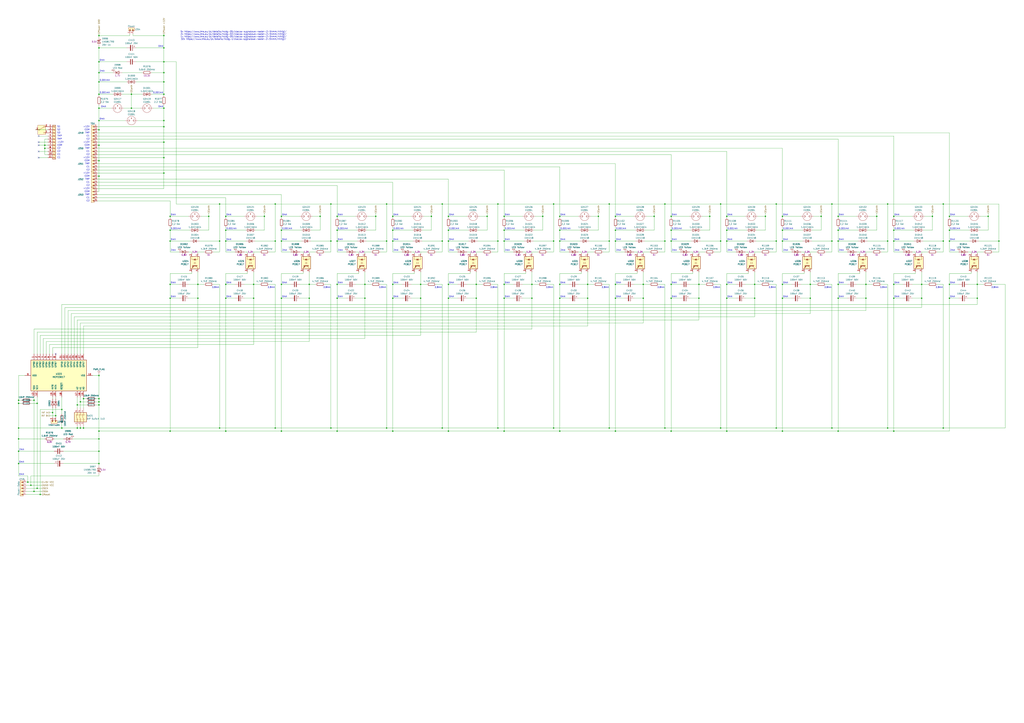
<source format=kicad_sch>
(kicad_sch (version 20231120) (generator "eeschema") (generator_version "8.0")
  (paper "A1")
  (junction (at 134.62 39.37))
  (junction (at 134.62 59.69))
  (junction (at 134.62 88.9))
  (junction (at 254 245.11))
  (junction (at 317.5 167.64))
  (junction (at 459.74 233.68))
  (junction (at 582.93 177.8))
  (junction (at 22.86 396.24))
  (junction (at 231.14 189.23))
  (junction (at 505.46 198.12))
  (junction (at 81.28 332.74))
  (junction (at 414.02 245.11))
  (junction (at 66.04 351.79))
  (junction (at 139.7 233.68))
  (junction (at 459.74 245.11))
  (junction (at 368.3 177.8))
  (junction (at 505.46 245.11))
  (junction (at 551.18 245.11))
  (junction (at 345.44 233.68))
  (junction (at 674.37 177.8))
  (junction (at 368.3 245.11))
  (junction (at 454.66 167.64))
  (junction (at 414.02 177.8))
  (junction (at 107.95 77.47))
  (junction (at 81.28 327.66))
  (junction (at 276.86 198.12))
  (junction (at 363.22 351.79))
  (junction (at 63.5 351.79))
  (junction (at 276.86 245.11))
  (junction (at 811.53 177.8))
  (junction (at 454.66 351.79))
  (junction (at 500.38 167.64))
  (junction (at 271.78 167.64))
  (junction (at 139.7 198.12))
  (junction (at 683.26 198.12))
  (junction (at 322.58 245.11))
  (junction (at 665.48 233.68))
  (junction (at 363.22 198.12))
  (junction (at 734.06 189.23))
  (junction (at 528.32 245.11))
  (junction (at 368.3 233.68))
  (junction (at 688.34 354.33))
  (junction (at 63.5 332.74))
  (junction (at 551.18 233.68))
  (junction (at 728.98 198.12))
  (junction (at 43.18 339.09))
  (junction (at 720.09 177.8))
  (junction (at 354.33 177.8))
  (junction (at 482.6 245.11))
  (junction (at 779.78 233.68))
  (junction (at 505.46 177.8))
  (junction (at 414.02 198.12))
  (junction (at 185.42 189.23))
  (junction (at 368.3 189.23))
  (junction (at 414.02 354.33))
  (junction (at 802.64 245.11))
  (junction (at 546.1 351.79))
  (junction (at 81.28 119.38))
  (junction (at 254 233.68))
  (junction (at 551.18 177.8))
  (junction (at 139.7 354.33))
  (junction (at 81.28 77.47))
  (junction (at 637.54 167.64))
  (junction (at 728.98 167.64))
  (junction (at 454.66 198.12))
  (junction (at 688.34 198.12))
  (junction (at 231.14 233.68))
  (junction (at 317.5 351.79))
  (junction (at 322.58 177.8))
  (junction (at 734.06 354.33))
  (junction (at 734.06 233.68))
  (junction (at 81.28 106.68))
  (junction (at 528.32 233.68))
  (junction (at 734.06 198.12))
  (junction (at 765.81 177.8))
  (junction (at 734.06 245.11))
  (junction (at 688.34 233.68))
  (junction (at 688.34 189.23))
  (junction (at 134.62 29.21))
  (junction (at 774.7 351.79))
  (junction (at 139.7 177.8))
  (junction (at 414.02 233.68))
  (junction (at 537.21 177.8))
  (junction (at 505.46 354.33))
  (junction (at 546.1 167.64))
  (junction (at 134.62 99.06))
  (junction (at 15.24 351.79))
  (junction (at 107.95 88.9))
  (junction (at 27.94 328.93))
  (junction (at 500.38 198.12))
  (junction (at 15.24 328.93))
  (junction (at 711.2 245.11))
  (junction (at 683.26 167.64))
  (junction (at 134.62 50.8))
  (junction (at 322.58 189.23))
  (junction (at 139.7 189.23))
  (junction (at 185.42 354.33))
  (junction (at 68.58 327.66))
  (junction (at 50.8 336.55))
  (junction (at 231.14 245.11))
  (junction (at 596.9 245.11))
  (junction (at 546.1 198.12))
  (junction (at 276.86 354.33))
  (junction (at 231.14 177.8))
  (junction (at 665.48 245.11))
  (junction (at 15.24 370.84))
  (junction (at 408.94 198.12))
  (junction (at 596.9 354.33))
  (junction (at 574.04 233.68))
  (junction (at 81.28 67.31))
  (junction (at 134.62 129.54))
  (junction (at 81.28 99.06))
  (junction (at 436.88 245.11))
  (junction (at 391.16 245.11))
  (junction (at 45.72 341.63))
  (junction (at 15.24 360.68))
  (junction (at 728.98 351.79))
  (junction (at 591.82 351.79))
  (junction (at 642.62 233.68))
  (junction (at 81.28 360.68))
  (junction (at 226.06 198.12))
  (junction (at 30.48 401.32))
  (junction (at 81.28 308.61))
  (junction (at 68.58 351.79))
  (junction (at 551.18 189.23))
  (junction (at 596.9 189.23))
  (junction (at 756.92 245.11))
  (junction (at 308.61 177.8))
  (junction (at 276.86 189.23))
  (junction (at 591.82 167.64))
  (junction (at 276.86 233.68))
  (junction (at 81.28 39.37))
  (junction (at 262.89 177.8))
  (junction (at 683.26 351.79))
  (junction (at 391.16 233.68))
  (junction (at 322.58 198.12))
  (junction (at 459.74 198.12))
  (junction (at 226.06 351.79))
  (junction (at 774.7 167.64))
  (junction (at 734.06 177.8))
  (junction (at 591.82 198.12))
  (junction (at 317.5 198.12))
  (junction (at 185.42 233.68))
  (junction (at 185.42 177.8))
  (junction (at 491.49 177.8))
  (junction (at 505.46 189.23))
  (junction (at 185.42 245.11))
  (junction (at 299.72 233.68))
  (junction (at 25.4 398.78))
  (junction (at 500.38 351.79))
  (junction (at 162.56 245.11))
  (junction (at 15.24 381))
  (junction (at 276.86 177.8))
  (junction (at 208.28 233.68))
  (junction (at 27.94 403.86))
  (junction (at 66.04 330.2))
  (junction (at 628.65 177.8))
  (junction (at 81.28 354.33))
  (junction (at 642.62 354.33))
  (junction (at 637.54 198.12))
  (junction (at 459.74 189.23))
  (junction (at 134.62 104.14))
  (junction (at 642.62 245.11))
  (junction (at 368.3 354.33))
  (junction (at 642.62 177.8))
  (junction (at 30.48 331.47))
  (junction (at 574.04 245.11))
  (junction (at 551.18 354.33))
  (junction (at 271.78 198.12))
  (junction (at 81.28 59.69))
  (junction (at 820.42 198.12))
  (junction (at 642.62 189.23))
  (junction (at 688.34 245.11))
  (junction (at 642.62 198.12))
  (junction (at 445.77 177.8))
  (junction (at 226.06 167.64))
  (junction (at 81.28 132.08))
  (junction (at 408.94 351.79))
  (junction (at 139.7 245.11))
  (junction (at 779.78 189.23))
  (junction (at 180.34 198.12))
  (junction (at 322.58 354.33))
  (junction (at 50.8 351.79))
  (junction (at 81.28 88.9))
  (junction (at 81.28 50.8))
  (junction (at 408.94 167.64))
  (junction (at 33.02 406.4))
  (junction (at 171.45 177.8))
  (junction (at 217.17 177.8))
  (junction (at 36.83 121.92))
  (junction (at 208.28 245.11))
  (junction (at 596.9 233.68))
  (junction (at 180.34 167.64))
  (junction (at 271.78 351.79))
  (junction (at 185.42 198.12))
  (junction (at 134.62 116.84))
  (junction (at 779.78 198.12))
  (junction (at 482.6 233.68))
  (junction (at 619.76 233.68))
  (junction (at 363.22 167.64))
  (junction (at 596.9 177.8))
  (junction (at 15.24 331.47))
  (junction (at 231.14 198.12))
  (junction (at 802.64 233.68))
  (junction (at 345.44 245.11))
  (junction (at 368.3 198.12))
  (junction (at 711.2 233.68))
  (junction (at 81.28 330.2))
  (junction (at 637.54 351.79))
  (junction (at 81.28 381))
  (junction (at 779.78 177.8))
  (junction (at 688.34 177.8))
  (junction (at 756.92 233.68))
  (junction (at 619.76 245.11))
  (junction (at 299.72 245.11))
  (junction (at 551.18 198.12))
  (junction (at 81.28 29.21))
  (junction (at 436.88 233.68))
  (junction (at 779.78 245.11))
  (junction (at 231.14 354.33))
  (junction (at 36.83 119.38))
  (junction (at 400.05 177.8))
  (junction (at 774.7 198.12))
  (junction (at 81.28 144.78))
  (junction (at 134.62 67.31))
  (junction (at 459.74 177.8))
  (junction (at 459.74 354.33))
  (junction (at 322.58 233.68))
  (junction (at 505.46 233.68))
  (junction (at 414.02 189.23))
  (junction (at 134.62 142.24))
  (junction (at 180.34 351.79))
  (junction (at 596.9 198.12))
  (junction (at 162.56 233.68))
  (junction (at 134.62 77.47))
  (junction (at 81.28 370.84))
  (no_connect (at 31.75 111.76))
  (no_connect (at 31.75 129.54))
  (no_connect (at 31.75 116.84))
  (no_connect (at 45.72 290.83))
  (no_connect (at 31.75 119.38))
  (no_connect (at 31.75 124.46))
  (wire (pts (xy 139.7 189.23) (xy 156.21 189.23)))
  (wire (pts (xy 628.65 175.26) (xy 628.65 177.8)))
  (wire (pts (xy 574.04 245.11) (xy 574.04 262.89)))
  (wire (pts (xy 454.66 233.68) (xy 454.66 351.79)))
  (wire (pts (xy 109.22 29.21) (xy 109.22 27.94)))
  (wire (pts (xy 322.58 224.79) (xy 340.36 224.79)))
  (wire (pts (xy 482.6 207.01) (xy 482.6 208.28)))
  (wire (pts (xy 81.28 332.74) (xy 81.28 330.2)))
  (wire (pts (xy 728.98 198.12) (xy 728.98 207.01)))
  (wire (pts (xy 80.01 127) (xy 551.18 127)))
  (wire (pts (xy 711.2 207.01) (xy 711.2 208.28)))
  (wire (pts (xy 734.06 224.79) (xy 734.06 233.68)))
  (wire (pts (xy 45.72 341.63) (xy 45.72 342.9)))
  (wire (pts (xy 53.34 252.73) (xy 53.34 290.83)))
  (wire (pts (xy 482.6 233.68) (xy 482.6 245.11)))
  (wire (pts (xy 80.01 149.86) (xy 322.58 149.86)))
  (wire (pts (xy 596.9 198.12) (xy 596.9 207.01)))
  (wire (pts (xy 139.7 224.79) (xy 157.48 224.79)))
  (wire (pts (xy 134.62 77.47) (xy 134.62 78.74)))
  (wire (pts (xy 500.38 351.79) (xy 546.1 351.79)))
  (wire (pts (xy 80.01 121.92) (xy 642.62 121.92)))
  (wire (pts (xy 642.62 198.12) (xy 659.13 198.12)))
  (wire (pts (xy 317.5 233.68) (xy 312.42 233.68)))
  (wire (pts (xy 308.61 177.8) (xy 308.61 189.23)))
  (wire (pts (xy 66.04 290.83) (xy 66.04 265.43)))
  (wire (pts (xy 386.08 208.28) (xy 386.08 207.01)))
  (wire (pts (xy 445.77 175.26) (xy 445.77 177.8)))
  (wire (pts (xy 628.65 177.8) (xy 628.65 189.23)))
  (wire (pts (xy 756.92 223.52) (xy 756.92 233.68)))
  (wire (pts (xy 637.54 351.79) (xy 683.26 351.79)))
  (wire (pts (xy 459.74 233.68) (xy 459.74 245.11)))
  (wire (pts (xy 231.14 160.02) (xy 231.14 177.8)))
  (wire (pts (xy 125.73 88.9) (xy 134.62 88.9)))
  (wire (pts (xy 551.18 245.11) (xy 558.8 245.11)))
  (wire (pts (xy 688.34 207.01) (xy 695.96 207.01)))
  (wire (pts (xy 80.01 104.14) (xy 134.62 104.14)))
  (wire (pts (xy 642.62 198.12) (xy 642.62 207.01)))
  (wire (pts (xy 185.42 162.56) (xy 185.42 177.8)))
  (wire (pts (xy 551.18 354.33) (xy 596.9 354.33)))
  (wire (pts (xy 551.18 207.01) (xy 558.8 207.01)))
  (wire (pts (xy 477.52 208.28) (xy 477.52 207.01)))
  (wire (pts (xy 38.1 290.83) (xy 38.1 280.67)))
  (wire (pts (xy 81.28 86.36) (xy 81.28 88.9)))
  (wire (pts (xy 505.46 233.68) (xy 505.46 245.11)))
  (wire (pts (xy 134.62 27.94) (xy 134.62 29.21)))
  (wire (pts (xy 529.59 189.23) (xy 537.21 189.23)))
  (wire (pts (xy 254 207.01) (xy 254 208.28)))
  (wire (pts (xy 637.54 233.68) (xy 632.46 233.68)))
  (wire (pts (xy 436.88 270.51) (xy 27.94 270.51)))
  (wire (pts (xy 299.72 207.01) (xy 299.72 208.28)))
  (wire (pts (xy 368.3 245.11) (xy 375.92 245.11)))
  (wire (pts (xy 666.75 198.12) (xy 683.26 198.12)))
  (wire (pts (xy 246.38 245.11) (xy 254 245.11)))
  (wire (pts (xy 81.28 77.47) (xy 92.71 77.47)))
  (wire (pts (xy 720.09 177.8) (xy 720.09 189.23)))
  (wire (pts (xy 231.14 189.23) (xy 231.14 198.12)))
  (wire (pts (xy 596.9 245.11) (xy 596.9 354.33)))
  (wire (pts (xy 58.42 257.81) (xy 58.42 290.83)))
  (wire (pts (xy 619.76 207.01) (xy 624.84 207.01)))
  (wire (pts (xy 45.72 326.39) (xy 45.72 327.66)))
  (wire (pts (xy 619.76 207.01) (xy 619.76 208.28)))
  (wire (pts (xy 317.5 198.12) (xy 317.5 207.01)))
  (wire (pts (xy 44.45 360.68) (xy 52.07 360.68)))
  (wire (pts (xy 797.56 207.01) (xy 795.02 207.01)))
  (wire (pts (xy 706.12 223.52) (xy 706.12 224.79)))
  (wire (pts (xy 81.28 382.27) (xy 81.28 381)))
  (wire (pts (xy 116.84 77.47) (xy 107.95 77.47)))
  (wire (pts (xy 22.86 396.24) (xy 34.29 396.24)))
  (wire (pts (xy 523.24 208.28) (xy 523.24 207.01)))
  (wire (pts (xy 63.5 262.89) (xy 63.5 290.83)))
  (wire (pts (xy 528.32 233.68) (xy 533.4 233.68)))
  (wire (pts (xy 551.18 198.12) (xy 567.69 198.12)))
  (wire (pts (xy 797.56 223.52) (xy 797.56 224.79)))
  (wire (pts (xy 113.03 99.06) (xy 134.62 99.06)))
  (wire (pts (xy 414.02 189.23) (xy 430.53 189.23)))
  (wire (pts (xy 566.42 245.11) (xy 574.04 245.11)))
  (wire (pts (xy 459.74 179.07) (xy 459.74 177.8)))
  (wire (pts (xy 802.64 207.01) (xy 802.64 208.28)))
  (wire (pts (xy 537.21 177.8) (xy 537.21 189.23)))
  (wire (pts (xy 80.01 137.16) (xy 459.74 137.16)))
  (wire (pts (xy 551.18 233.68) (xy 551.18 245.11)))
  (wire (pts (xy 322.58 189.23) (xy 322.58 198.12)))
  (wire (pts (xy 436.88 207.01) (xy 436.88 208.28)))
  (wire (pts (xy 642.62 224.79) (xy 660.4 224.79)))
  (wire (pts (xy 27.94 270.51) (xy 27.94 290.83)))
  (wire (pts (xy 386.08 223.52) (xy 386.08 224.79)))
  (wire (pts (xy 15.24 308.61) (xy 20.32 308.61)))
  (wire (pts (xy 712.47 198.12) (xy 728.98 198.12)))
  (wire (pts (xy 574.04 233.68) (xy 574.04 245.11)))
  (wire (pts (xy 391.16 207.01) (xy 391.16 208.28)))
  (wire (pts (xy 779.78 179.07) (xy 779.78 177.8)))
  (wire (pts (xy 81.28 330.2) (xy 81.28 327.66)))
  (wire (pts (xy 185.42 207.01) (xy 193.04 207.01)))
  (wire (pts (xy 674.37 177.8) (xy 674.37 189.23)))
  (wire (pts (xy 586.74 207.01) (xy 591.82 207.01)))
  (wire (pts (xy 765.81 177.8) (xy 765.81 189.23)))
  (wire (pts (xy 322.58 177.8) (xy 337.82 177.8)))
  (wire (pts (xy 688.34 198.12) (xy 704.85 198.12)))
  (wire (pts (xy 523.24 223.52) (xy 523.24 224.79)))
  (wire (pts (xy 688.34 177.8) (xy 703.58 177.8)))
  (wire (pts (xy 345.44 245.11) (xy 345.44 275.59)))
  (wire (pts (xy 728.98 167.64) (xy 774.7 167.64)))
  (wire (pts (xy 345.44 223.52) (xy 345.44 233.68)))
  (wire (pts (xy 596.9 186.69) (xy 596.9 189.23)))
  (wire (pts (xy 66.04 330.2) (xy 66.04 335.28)))
  (wire (pts (xy 66.04 265.43) (xy 528.32 265.43)))
  (wire (pts (xy 642.62 121.92) (xy 642.62 177.8)))
  (wire (pts (xy 81.28 327.66) (xy 81.28 308.61)))
  (wire (pts (xy 40.64 341.63) (xy 45.72 341.63)))
  (wire (pts (xy 124.46 77.47) (xy 134.62 77.47)))
  (wire (pts (xy 63.5 350.52) (xy 63.5 351.79)))
  (wire (pts (xy 27.94 328.93) (xy 27.94 326.39)))
  (wire (pts (xy 185.42 245.11) (xy 193.04 245.11)))
  (wire (pts (xy 154.94 233.68) (xy 162.56 233.68)))
  (wire (pts (xy 50.8 336.55) (xy 50.8 340.36)))
  (wire (pts (xy 276.86 224.79) (xy 294.64 224.79)))
  (wire (pts (xy 765.81 175.26) (xy 765.81 177.8)))
  (wire (pts (xy 63.5 332.74) (xy 63.5 335.28)))
  (wire (pts (xy 728.98 233.68) (xy 728.98 351.79)))
  (wire (pts (xy 43.18 335.28) (xy 43.18 339.09)))
  (wire (pts (xy 383.54 245.11) (xy 391.16 245.11)))
  (wire (pts (xy 276.86 245.11) (xy 276.86 354.33)))
  (wire (pts (xy 81.28 88.9) (xy 91.44 88.9)))
  (wire (pts (xy 363.22 198.12) (xy 363.22 207.01)))
  (wire (pts (xy 294.64 208.28) (xy 294.64 207.01)))
  (wire (pts (xy 29.21 106.68) (xy 39.37 106.68)))
  (wire (pts (xy 688.34 245.11) (xy 688.34 354.33)))
  (wire (pts (xy 454.66 233.68) (xy 449.58 233.68)))
  (wire (pts (xy 208.28 207.01) (xy 213.36 207.01)))
  (wire (pts (xy 139.7 233.68) (xy 139.7 245.11)))
  (wire (pts (xy 642.62 189.23) (xy 659.13 189.23)))
  (wire (pts (xy 111.76 67.31) (xy 134.62 67.31)))
  (wire (pts (xy 27.94 328.93) (xy 27.94 403.86)))
  (wire (pts (xy 322.58 245.11) (xy 322.58 354.33)))
  (wire (pts (xy 392.43 198.12) (xy 408.94 198.12)))
  (wire (pts (xy 414.02 233.68) (xy 414.02 245.11)))
  (wire (pts (xy 81.28 38.1) (xy 81.28 39.37)))
  (wire (pts (xy 203.2 208.28) (xy 203.2 207.01)))
  (wire (pts (xy 107.95 88.9) (xy 115.57 88.9)))
  (wire (pts (xy 271.78 198.12) (xy 271.78 207.01)))
  (wire (pts (xy 33.02 406.4) (xy 34.29 406.4)))
  (wire (pts (xy 185.42 186.69) (xy 185.42 189.23)))
  (wire (pts (xy 774.7 167.64) (xy 774.7 198.12)))
  (wire (pts (xy 815.34 207.01) (xy 820.42 207.01)))
  (wire (pts (xy 299.72 245.11) (xy 299.72 278.13)))
  (wire (pts (xy 124.46 59.69) (xy 134.62 59.69)))
  (wire (pts (xy 300.99 189.23) (xy 308.61 189.23)))
  (wire (pts (xy 795.02 245.11) (xy 802.64 245.11)))
  (wire (pts (xy 180.34 351.79) (xy 226.06 351.79)))
  (wire (pts (xy 706.12 208.28) (xy 706.12 207.01)))
  (wire (pts (xy 530.86 177.8) (xy 537.21 177.8)))
  (wire (pts (xy 678.18 207.01) (xy 683.26 207.01)))
  (wire (pts (xy 454.66 351.79) (xy 500.38 351.79)))
  (wire (pts (xy 185.42 179.07) (xy 185.42 177.8)))
  (wire (pts (xy 254 233.68) (xy 254 245.11)))
  (wire (pts (xy 134.62 116.84) (xy 134.62 129.54)))
  (wire (pts (xy 134.62 29.21) (xy 134.62 39.37)))
  (wire (pts (xy 15.24 360.68) (xy 15.24 370.84)))
  (wire (pts (xy 802.64 223.52) (xy 802.64 233.68)))
  (wire (pts (xy 802.64 250.19) (xy 802.64 245.11)))
  (wire (pts (xy 728.98 351.79) (xy 683.26 351.79)))
  (wire (pts (xy 262.89 175.26) (xy 262.89 177.8)))
  (wire (pts (xy 568.96 223.52) (xy 568.96 224.79)))
  (wire (pts (xy 546.1 233.68) (xy 546.1 351.79)))
  (wire (pts (xy 171.45 177.8) (xy 171.45 189.23)))
  (wire (pts (xy 403.86 207.01) (xy 408.94 207.01)))
  (wire (pts (xy 657.86 245.11) (xy 665.48 245.11)))
  (wire (pts (xy 668.02 177.8) (xy 674.37 177.8)))
  (wire (pts (xy 157.48 208.28) (xy 157.48 207.01)))
  (wire (pts (xy 756.92 233.68) (xy 762 233.68)))
  (wire (pts (xy 688.34 233.68) (xy 695.96 233.68)))
  (wire (pts (xy 139.7 189.23) (xy 139.7 198.12)))
  (wire (pts (xy 22.86 391.16) (xy 22.86 396.24)))
  (wire (pts (xy 276.86 233.68) (xy 284.48 233.68)))
  (wire (pts (xy 779.78 198.12) (xy 796.29 198.12)))
  (wire (pts (xy 566.42 233.68) (xy 574.04 233.68)))
  (wire (pts (xy 414.02 207.01) (xy 421.64 207.01)))
  (wire (pts (xy 665.48 233.68) (xy 665.48 245.11)))
  (wire (pts (xy 436.88 233.68) (xy 436.88 245.11)))
  (wire (pts (xy 642.62 186.69) (xy 642.62 189.23)))
  (wire (pts (xy 728.98 233.68) (xy 723.9 233.68)))
  (wire (pts (xy 134.62 50.8) (xy 134.62 59.69)))
  (wire (pts (xy 15.24 351.79) (xy 50.8 351.79)))
  (wire (pts (xy 40.64 283.21) (xy 40.64 290.83)))
  (wire (pts (xy 621.03 189.23) (xy 628.65 189.23)))
  (wire (pts (xy 568.96 207.01) (xy 566.42 207.01)))
  (wire (pts (xy 175.26 207.01) (xy 180.34 207.01)))
  (wire (pts (xy 171.45 175.26) (xy 171.45 177.8)))
  (wire (pts (xy 414.02 198.12) (xy 430.53 198.12)))
  (wire (pts (xy 246.38 233.68) (xy 254 233.68)))
  (wire (pts (xy 734.06 198.12) (xy 734.06 207.01)))
  (wire (pts (xy 574.04 233.68) (xy 579.12 233.68)))
  (wire (pts (xy 43.18 285.75) (xy 43.18 290.83)))
  (wire (pts (xy 66.04 330.2) (xy 71.12 330.2)))
  (wire (pts (xy 665.48 207.01) (xy 670.56 207.01)))
  (wire (pts (xy 322.58 198.12) (xy 339.09 198.12)))
  (wire (pts (xy 734.06 224.79) (xy 751.84 224.79)))
  (wire (pts (xy 139.7 224.79) (xy 139.7 233.68)))
  (wire (pts (xy 688.34 224.79) (xy 688.34 233.68)))
  (wire (pts (xy 529.59 198.12) (xy 546.1 198.12)))
  (wire (pts (xy 203.2 223.52) (xy 203.2 224.79)))
  (wire (pts (xy 317.5 351.79) (xy 271.78 351.79)))
  (wire (pts (xy 21.59 401.32) (xy 30.48 401.32)))
  (wire (pts (xy 756.92 207.01) (xy 756.92 208.28)))
  (wire (pts (xy 322.58 354.33) (xy 368.3 354.33)))
  (wire (pts (xy 619.76 233.68) (xy 624.84 233.68)))
  (wire (pts (xy 551.18 233.68) (xy 558.8 233.68)))
  (wire (pts (xy 596.9 233.68) (xy 604.52 233.68)))
  (wire (pts (xy 81.28 360.68) (xy 81.28 370.84)))
  (wire (pts (xy 80.01 132.08) (xy 81.28 132.08)))
  (wire (pts (xy 368.3 186.69) (xy 368.3 189.23)))
  (wire (pts (xy 454.66 198.12) (xy 454.66 207.01)))
  (wire (pts (xy 80.01 106.68) (xy 81.28 106.68)))
  (wire (pts (xy 751.84 207.01) (xy 749.3 207.01)))
  (wire (pts (xy 276.86 179.07) (xy 276.86 177.8)))
  (wire (pts (xy 39.37 124.46) (xy 31.75 124.46)))
  (wire (pts (xy 665.48 257.81) (xy 58.42 257.81)))
  (wire (pts (xy 180.34 167.64) (xy 226.06 167.64)))
  (wire (pts (xy 500.38 233.68) (xy 500.38 351.79)))
  (wire (pts (xy 299.72 278.13) (xy 35.56 278.13)))
  (wire (pts (xy 734.06 179.07) (xy 734.06 177.8)))
  (wire (pts (xy 414.02 139.7) (xy 414.02 177.8)))
  (wire (pts (xy 139.7 245.11) (xy 139.7 354.33)))
  (wire (pts (xy 317.5 167.64) (xy 363.22 167.64)))
  (wire (pts (xy 368.3 207.01) (xy 375.92 207.01)))
  (wire (pts (xy 712.47 189.23) (xy 720.09 189.23)))
  (wire (pts (xy 825.5 233.68) (xy 825.5 351.79)))
  (wire (pts (xy 39.37 119.38) (xy 36.83 119.38)))
  (wire (pts (xy 368.3 233.68) (xy 368.3 245.11)))
  (wire (pts (xy 81.28 67.31) (xy 104.14 67.31)))
  (wire (pts (xy 31.75 116.84) (xy 39.37 116.84)))
  (wire (pts (xy 185.42 162.56) (xy 80.01 162.56)))
  (wire (pts (xy 157.48 207.01) (xy 154.94 207.01)))
  (wire (pts (xy 106.68 29.21) (xy 106.68 27.94)))
  (wire (pts (xy 81.28 39.37) (xy 81.28 50.8)))
  (wire (pts (xy 619.76 260.35) (xy 60.96 260.35)))
  (wire (pts (xy 591.82 167.64) (xy 637.54 167.64)))
  (wire (pts (xy 163.83 198.12) (xy 180.34 198.12)))
  (wire (pts (xy 322.58 198.12) (xy 322.58 207.01)))
  (wire (pts (xy 734.06 233.68) (xy 741.68 233.68)))
  (wire (pts (xy 80.01 144.78) (xy 81.28 144.78)))
  (wire (pts (xy 660.4 223.52) (xy 660.4 224.79)))
  (wire (pts (xy 81.28 99.06) (xy 102.87 99.06)))
  (wire (pts (xy 820.42 167.64) (xy 820.42 198.12)))
  (wire (pts (xy 779.78 177.8) (xy 795.02 177.8)))
  (wire (pts (xy 294.64 223.52) (xy 294.64 224.79)))
  (wire (pts (xy 80.01 111.76) (xy 734.06 111.76)))
  (wire (pts (xy 688.34 189.23) (xy 704.85 189.23)))
  (wire (pts (xy 208.28 245.11) (xy 208.28 283.21)))
  (wire (pts (xy 368.3 189.23) (xy 384.81 189.23)))
  (wire (pts (xy 63.5 332.74) (xy 71.12 332.74)))
  (wire (pts (xy 15.24 391.16) (xy 22.86 391.16)))
  (wire (pts (xy 386.08 207.01) (xy 383.54 207.01)))
  (wire (pts (xy 368.3 198.12) (xy 384.81 198.12)))
  (wire (pts (xy 537.21 175.26) (xy 537.21 177.8)))
  (wire (pts (xy 80.01 116.84) (xy 134.62 116.84)))
  (wire (pts (xy 25.4 328.93) (xy 27.94 328.93)))
  (wire (pts (xy 134.62 39.37) (xy 134.62 50.8)))
  (wire (pts (xy 774.7 167.64) (xy 820.42 167.64)))
  (wire (pts (xy 68.58 327.66) (xy 68.58 326.39)))
  (wire (pts (xy 505.46 354.33) (xy 551.18 354.33)))
  (wire (pts (xy 482.6 267.97) (xy 68.58 267.97)))
  (wire (pts (xy 795.02 233.68) (xy 802.64 233.68)))
  (wire (pts (xy 101.6 88.9) (xy 107.95 88.9)))
  (wire (pts (xy 436.88 207.01) (xy 441.96 207.01)))
  (wire (pts (xy 80.01 109.22) (xy 779.78 109.22)))
  (wire (pts (xy 81.28 132.08) (xy 81.28 144.78)))
  (wire (pts (xy 208.28 223.52) (xy 208.28 233.68)))
  (wire (pts (xy 81.28 307.34) (xy 81.28 308.61)))
  (wire (pts (xy 271.78 167.64) (xy 271.78 198.12)))
  (wire (pts (xy 803.91 189.23) (xy 811.53 189.23)))
  (wire (pts (xy 231.14 224.79) (xy 248.92 224.79)))
  (wire (pts (xy 703.58 233.68) (xy 711.2 233.68)))
  (wire (pts (xy 756.92 207.01) (xy 762 207.01)))
  (wire (pts (xy 107.95 77.47) (xy 107.95 88.9)))
  (wire (pts (xy 15.24 308.61) (xy 15.24 328.93)))
  (wire (pts (xy 134.62 50.8) (xy 144.78 50.8)))
  (wire (pts (xy 391.16 273.05) (xy 30.48 273.05)))
  (wire (pts (xy 734.06 233.68) (xy 734.06 245.11)))
  (wire (pts (xy 43.18 326.39) (xy 43.18 327.66)))
  (wire (pts (xy 495.3 207.01) (xy 500.38 207.01)))
  (wire (pts (xy 81.28 119.38) (xy 81.28 106.68)))
  (wire (pts (xy 255.27 189.23) (xy 262.89 189.23)))
  (wire (pts (xy 642.62 224.79) (xy 642.62 233.68)))
  (wire (pts (xy 436.88 223.52) (xy 436.88 233.68)))
  (wire (pts (xy 688.34 186.69) (xy 688.34 189.23)))
  (wire (pts (xy 637.54 167.64) (xy 683.26 167.64)))
  (wire (pts (xy 55.88 255.27) (xy 55.88 290.83)))
  (wire (pts (xy 139.7 165.1) (xy 139.7 177.8)))
  (wire (pts (xy 665.48 245.11) (xy 665.48 257.81)))
  (wire (pts (xy 596.9 224.79) (xy 614.68 224.79)))
  (wire (pts (xy 779.78 198.12) (xy 779.78 207.01)))
  (wire (pts (xy 248.92 208.28) (xy 248.92 207.01)))
  (wire (pts (xy 505.46 233.68) (xy 513.08 233.68)))
  (wire (pts (xy 734.06 111.76) (xy 734.06 177.8)))
  (wire (pts (xy 81.28 88.9) (xy 81.28 99.06)))
  (wire (pts (xy 596.9 233.68) (xy 596.9 245.11)))
  (wire (pts (xy 546.1 167.64) (xy 591.82 167.64)))
  (wire (pts (xy 779.78 189.23) (xy 796.29 189.23)))
  (wire (pts (xy 438.15 189.23) (xy 445.77 189.23)))
  (wire (pts (xy 33.02 336.55) (xy 50.8 336.55)))
  (wire (pts (xy 78.74 332.74) (xy 81.28 332.74)))
  (wire (pts (xy 25.4 391.16) (xy 25.4 398.78)))
  (wire (pts (xy 81.28 29.21) (xy 81.28 30.48)))
  (wire (pts (xy 144.78 50.8) (xy 144.78 167.64)))
  (wire (pts (xy 568.96 208.28) (xy 568.96 207.01)))
  (wire (pts (xy 546.1 167.64) (xy 546.1 198.12)))
  (wire (pts (xy 459.74 189.23) (xy 476.25 189.23)))
  (wire (pts (xy 459.74 189.23) (xy 459.74 198.12)))
  (wire (pts (xy 619.76 233.68) (xy 619.76 245.11)))
  (wire (pts (xy 551.18 127) (xy 551.18 177.8)))
  (wire (pts (xy 347.98 177.8) (xy 354.33 177.8)))
  (wire (pts (xy 185.42 177.8) (xy 200.66 177.8)))
  (wire (pts (xy 154.94 245.11) (xy 162.56 245.11)))
  (wire (pts (xy 392.43 189.23) (xy 400.05 189.23)))
  (wire (pts (xy 163.83 189.23) (xy 171.45 189.23)))
  (wire (pts (xy 614.68 223.52) (xy 614.68 224.79)))
  (wire (pts (xy 551.18 198.12) (xy 551.18 207.01)))
  (wire (pts (xy 779.78 186.69) (xy 779.78 189.23)))
  (wire (pts (xy 482.6 223.52) (xy 482.6 233.68)))
  (wire (pts (xy 322.58 186.69) (xy 322.58 189.23)))
  (wire (pts (xy 449.58 207.01) (xy 454.66 207.01)))
  (wire (pts (xy 751.84 223.52) (xy 751.84 224.79)))
  (wire (pts (xy 299.72 223.52) (xy 299.72 233.68)))
  (wire (pts (xy 431.8 223.52) (xy 431.8 224.79)))
  (wire (pts (xy 308.61 175.26) (xy 308.61 177.8)))
  (wire (pts (xy 157.48 223.52) (xy 157.48 224.79)))
  (wire (pts (xy 254 280.67) (xy 254 245.11)))
  (wire (pts (xy 546.1 233.68) (xy 541.02 233.68)))
  (wire (pts (xy 596.9 207.01) (xy 604.52 207.01)))
  (wire (pts (xy 81.28 59.69) (xy 81.28 67.31)))
  (wire (pts (xy 80.01 119.38) (xy 81.28 119.38)))
  (wire (pts (xy 520.7 233.68) (xy 528.32 233.68)))
  (wire (pts (xy 220.98 207.01) (xy 226.06 207.01)))
  (wire (pts (xy 81.28 27.94) (xy 81.28 29.21)))
  (wire (pts (xy 36.83 119.38) (xy 36.83 121.92)))
  (wire (pts (xy 139.7 198.12) (xy 156.21 198.12)))
  (wire (pts (xy 734.06 207.01) (xy 741.68 207.01)))
  (wire (pts (xy 322.58 179.07) (xy 322.58 177.8)))
  (wire (pts (xy 299.72 207.01) (xy 304.8 207.01)))
  (wire (pts (xy 185.42 233.68) (xy 185.42 245.11)))
  (wire (pts (xy 637.54 198.12) (xy 637.54 207.01)))
  (wire (pts (xy 445.77 177.8) (xy 445.77 189.23)))
  (wire (pts (xy 39.37 114.3) (xy 36.83 114.3)))
  (wire (pts (xy 317.5 233.68) (xy 317.5 351.79)))
  (wire (pts (xy 78.74 330.2) (xy 81.28 330.2)))
  (wire (pts (xy 271.78 233.68) (xy 266.7 233.68)))
  (wire (pts (xy 78.74 327.66) (xy 81.28 327.66)))
  (wire (pts (xy 505.46 207.01) (xy 513.08 207.01)))
  (wire (pts (xy 50.8 250.19) (xy 50.8 290.83)))
  (wire (pts (xy 505.46 245.11) (xy 513.08 245.11)))
  (wire (pts (xy 751.84 208.28) (xy 751.84 207.01)))
  (wire (pts (xy 322.58 149.86) (xy 322.58 177.8)))
  (wire (pts (xy 81.28 99.06) (xy 81.28 106.68)))
  (wire (pts (xy 299.72 233.68) (xy 299.72 245.11)))
  (wire (pts (xy 15.24 370.84) (xy 44.45 370.84)))
  (wire (pts (xy 574.04 262.89) (xy 63.5 262.89)))
  (wire (pts (xy 436.88 233.68) (xy 441.96 233.68)))
  (wire (pts (xy 100.33 77.47) (xy 107.95 77.47)))
  (wire (pts (xy 363.22 167.64) (xy 408.94 167.64)))
  (wire (pts (xy 459.74 224.79) (xy 459.74 233.68)))
  (wire (pts (xy 414.02 245.11) (xy 421.64 245.11)))
  (wire (pts (xy 30.48 331.47) (xy 30.48 401.32)))
  (wire (pts (xy 688.34 224.79) (xy 706.12 224.79)))
  (wire (pts (xy 292.1 233.68) (xy 299.72 233.68)))
  (wire (pts (xy 139.7 186.69) (xy 139.7 189.23)))
  (wire (pts (xy 354.33 177.8) (xy 354.33 189.23)))
  (wire (pts (xy 185.42 224.79) (xy 185.42 233.68)))
  (wire (pts (xy 80.01 157.48) (xy 81.28 157.48)))
  (wire (pts (xy 63.5 351.79) (xy 66.04 351.79)))
  (wire (pts (xy 139.7 198.12) (xy 139.7 207.01)))
  (wire (pts (xy 368.3 147.32) (xy 368.3 177.8)))
  (wire (pts (xy 276.86 189.23) (xy 276.86 198.12)))
  (wire (pts (xy 210.82 177.8) (xy 217.17 177.8)))
  (wire (pts (xy 459.74 207.01) (xy 467.36 207.01)))
  (wire (pts (xy 300.99 198.12) (xy 317.5 198.12)))
  (wire (pts (xy 262.89 177.8) (xy 262.89 189.23)))
  (wire (pts (xy 596.9 354.33) (xy 642.62 354.33)))
  (wire (pts (xy 139.7 354.33) (xy 185.42 354.33)))
  (wire (pts (xy 797.56 208.28) (xy 797.56 207.01)))
  (wire (pts (xy 665.48 223.52) (xy 665.48 233.68)))
  (wire (pts (xy 637.54 233.68) (xy 637.54 351.79)))
  (wire (pts (xy 505.46 198.12) (xy 505.46 207.01)))
  (wire (pts (xy 642.62 207.01) (xy 650.24 207.01)))
  (wire (pts (xy 582.93 175.26) (xy 582.93 177.8)))
  (wire (pts (xy 180.34 233.68) (xy 180.34 351.79)))
  (wire (pts (xy 162.56 207.01) (xy 162.56 208.28)))
  (wire (pts (xy 431.8 207.01) (xy 429.26 207.01)))
  (wire (pts (xy 368.3 354.33) (xy 414.02 354.33)))
  (wire (pts (xy 596.9 177.8) (xy 612.14 177.8)))
  (wire (pts (xy 505.46 177.8) (xy 520.7 177.8)))
  (wire (pts (xy 50.8 326.39) (xy 50.8 336.55)))
  (wire (pts (xy 505.46 189.23) (xy 521.97 189.23)))
  (wire (pts (xy 551.18 245.11) (xy 551.18 354.33)))
  (wire (pts (xy 614.68 207.01) (xy 612.14 207.01)))
  (wire (pts (xy 107.95 76.2) (xy 107.95 77.47)))
  (wire (pts (xy 459.74 245.11) (xy 459.74 354.33)))
  (wire (pts (xy 81.28 29.21) (xy 106.68 29.21)))
  (wire (pts (xy 226.06 167.64) (xy 226.06 198.12)))
  (wire (pts (xy 185.42 198.12) (xy 185.42 207.01)))
  (wire (pts (xy 80.01 152.4) (xy 276.86 152.4)))
  (wire (pts (xy 482.6 245.11) (xy 482.6 267.97)))
  (wire (pts (xy 614.68 208.28) (xy 614.68 207.01)))
  (wire (pts (xy 688.34 354.33) (xy 734.06 354.33)))
  (wire (pts (xy 779.78 224.79) (xy 797.56 224.79)))
  (wire (pts (xy 642.62 189.23) (xy 642.62 198.12)))
  (wire (pts (xy 100.33 59.69) (xy 116.84 59.69)))
  (wire (pts (xy 80.01 160.02) (xy 231.14 160.02)))
  (wire (pts (xy 185.42 189.23) (xy 201.93 189.23)))
  (wire (pts (xy 363.22 167.64) (xy 363.22 198.12)))
  (wire (pts (xy 596.9 245.11) (xy 604.52 245.11)))
  (wire (pts (xy 591.82 198.12) (xy 591.82 207.01)))
  (wire (pts (xy 436.88 245.11) (xy 436.88 270.51)))
  (wire (pts (xy 414.02 198.12) (xy 414.02 207.01)))
  (wire (pts (xy 139.7 245.11) (xy 147.32 245.11)))
  (wire (pts (xy 66.04 350.52) (xy 66.04 351.79)))
  (wire (pts (xy 393.7 177.8) (xy 400.05 177.8)))
  (wire (pts (xy 619.76 223.52) (xy 619.76 233.68)))
  (wire (pts (xy 271.78 351.79) (xy 226.06 351.79)))
  (wire (pts (xy 505.46 179.07) (xy 505.46 177.8)))
  (wire (pts (xy 528.32 207.01) (xy 533.4 207.01)))
  (wire (pts (xy 474.98 245.11) (xy 482.6 245.11)))
  (wire (pts (xy 134.62 129.54) (xy 134.62 142.24)))
  (wire (pts (xy 81.28 67.31) (xy 81.28 77.47)))
  (wire (pts (xy 33.02 275.59) (xy 345.44 275.59)))
  (wire (pts (xy 254 233.68) (xy 259.08 233.68)))
  (wire (pts (xy 71.12 327.66) (xy 68.58 327.66)))
  (wire (pts (xy 80.01 139.7) (xy 414.02 139.7)))
  (wire (pts (xy 711.2 233.68) (xy 711.2 245.11)))
  (wire (pts (xy 109.22 29.21) (xy 134.62 29.21)))
  (wire (pts (xy 482.6 207.01) (xy 487.68 207.01)))
  (wire (pts (xy 642.62 177.8) (xy 657.86 177.8)))
  (wire (pts (xy 575.31 198.12) (xy 591.82 198.12)))
  (wire (pts (xy 30.48 331.47) (xy 30.48 326.39)))
  (wire (pts (xy 574.04 207.01) (xy 574.04 208.28)))
  (wire (pts (xy 574.04 223.52) (xy 574.04 233.68)))
  (wire (pts (xy 255.27 198.12) (xy 271.78 198.12)))
  (wire (pts (xy 591.82 233.68) (xy 586.74 233.68)))
  (wire (pts (xy 759.46 177.8) (xy 765.81 177.8)))
  (wire (pts (xy 162.56 233.68) (xy 162.56 245.11)))
  (wire (pts (xy 180.34 233.68) (xy 175.26 233.68)))
  (wire (pts (xy 734.06 198.12) (xy 750.57 198.12)))
  (wire (pts (xy 505.46 198.12) (xy 521.97 198.12)))
  (wire (pts (xy 27.94 403.86) (xy 34.29 403.86)))
  (wire (pts (xy 774.7 233.68) (xy 769.62 233.68)))
  (wire (pts (xy 734.06 189.23) (xy 750.57 189.23)))
  (wire (pts (xy 345.44 233.68) (xy 345.44 245.11)))
  (wire (pts (xy 299.72 233.68) (xy 304.8 233.68)))
  (wire (pts (xy 391.16 245.11) (xy 391.16 273.05)))
  (wire (pts (xy 459.74 198.12) (xy 459.74 207.01)))
  (wire (pts (xy 50.8 351.79) (xy 63.5 351.79)))
  (wire (pts (xy 688.34 114.3) (xy 688.34 177.8)))
  (wire (pts (xy 551.18 224.79) (xy 551.18 233.68)))
  (wire (pts (xy 312.42 207.01) (xy 317.5 207.01)))
  (wire (pts (xy 642.62 354.33) (xy 688.34 354.33)))
  (wire (pts (xy 505.46 134.62) (xy 505.46 177.8)))
  (wire (pts (xy 632.46 207.01) (xy 637.54 207.01)))
  (wire (pts (xy 756.92 245.11) (xy 756.92 252.73)))
  (wire (pts (xy 477.52 207.01) (xy 474.98 207.01)))
  (wire (pts (xy 25.4 391.16) (xy 81.28 391.16)))
  (wire (pts (xy 459.74 354.33) (xy 505.46 354.33)))
  (wire (pts (xy 758.19 189.23) (xy 765.81 189.23)))
  (wire (pts (xy 36.83 121.92) (xy 39.37 121.92)))
  (wire (pts (xy 185.42 354.33) (xy 231.14 354.33)))
  (wire (pts (xy 15.24 328.93) (xy 15.24 331.47)))
  (wire (pts (xy 414.02 245.11) (xy 414.02 354.33)))
  (wire (pts (xy 459.74 186.69) (xy 459.74 189.23)))
  (wire (pts (xy 271.78 167.64) (xy 317.5 167.64)))
  (wire (pts (xy 50.8 347.98) (xy 50.8 351.79)))
  (wire (pts (xy 208.28 207.01) (xy 208.28 208.28)))
  (wire (pts (xy 322.58 207.01) (xy 330.2 207.01)))
  (wire (pts (xy 711.2 233.68) (xy 716.28 233.68)))
  (wire (pts (xy 276.86 152.4) (xy 276.86 177.8)))
  (wire (pts (xy 346.71 189.23) (xy 354.33 189.23)))
  (wire (pts (xy 582.93 177.8) (xy 582.93 189.23)))
  (wire (pts (xy 683.26 167.64) (xy 728.98 167.64)))
  (wire (pts (xy 185.42 198.12) (xy 201.93 198.12)))
  (wire (pts (xy 711.2 245.11) (xy 711.2 255.27)))
  (wire (pts (xy 248.92 223.52) (xy 248.92 224.79)))
  (wire (pts (xy 322.58 245.11) (xy 330.2 245.11)))
  (wire (pts (xy 728.98 167.64) (xy 728.98 198.12)))
  (wire (pts (xy 505.46 224.79) (xy 523.24 224.79)))
  (wire (pts (xy 459.74 233.68) (xy 467.36 233.68)))
  (wire (pts (xy 276.86 198.12) (xy 276.86 207.01)))
  (wire (pts (xy 59.69 360.68) (xy 81.28 360.68)))
  (wire (pts (xy 500.38 167.64) (xy 546.1 167.64)))
  (wire (pts (xy 454.66 167.64) (xy 500.38 167.64)))
  (wire (pts (xy 21.59 403.86) (xy 27.94 403.86)))
  (wire (pts (xy 21.59 406.4) (xy 33.02 406.4)))
  (wire (pts (xy 459.74 198.12) (xy 476.25 198.12)))
  (wire (pts (xy 551.18 179.07) (xy 551.18 177.8)))
  (wire (pts (xy 15.24 381) (xy 44.45 381)))
  (wire (pts (xy 139.7 207.01) (xy 147.32 207.01)))
  (wire (pts (xy 368.3 224.79) (xy 368.3 233.68)))
  (wire (pts (xy 368.3 198.12) (xy 368.3 207.01)))
  (wire (pts (xy 703.58 245.11) (xy 711.2 245.11)))
  (wire (pts (xy 683.26 198.12) (xy 683.26 207.01)))
  (wire (pts (xy 414.02 354.33) (xy 459.74 354.33)))
  (wire (pts (xy 454.66 167.64) (xy 454.66 198.12)))
  (wire (pts (xy 276.86 189.23) (xy 293.37 189.23)))
  (wire (pts (xy 596.9 124.46) (xy 596.9 177.8)))
  (wire (pts (xy 231.14 186.69) (xy 231.14 189.23)))
  (wire (pts (xy 81.28 119.38) (xy 81.28 132.08)))
  (wire (pts (xy 734.06 245.11) (xy 734.06 354.33)))
  (wire (pts (xy 774.7 233.68) (xy 774.7 351.79)))
  (wire (pts (xy 81.28 332.74) (xy 81.28 354.33)))
  (wire (pts (xy 368.3 189.23) (xy 368.3 198.12)))
  (wire (pts (xy 144.78 167.64) (xy 180.34 167.64)))
  (wire (pts (xy 596.9 224.79) (xy 596.9 233.68)))
  (wire (pts (xy 749.3 245.11) (xy 756.92 245.11)))
  (wire (pts (xy 231.14 207.01) (xy 238.76 207.01)))
  (wire (pts (xy 439.42 177.8) (xy 445.77 177.8)))
  (wire (pts (xy 15.24 370.84) (xy 15.24 381)))
  (wire (pts (xy 408.94 233.68) (xy 403.86 233.68)))
  (wire (pts (xy 803.91 198.12) (xy 820.42 198.12)))
  (wire (pts (xy 271.78 233.68) (xy 271.78 351.79)))
  (wire (pts (xy 688.34 198.12) (xy 688.34 207.01)))
  (wire (pts (xy 162.56 207.01) (xy 167.64 207.01)))
  (wire (pts (xy 200.66 245.11) (xy 208.28 245.11)))
  (wire (pts (xy 779.78 189.23) (xy 779.78 198.12)))
  (wire (pts (xy 185.42 224.79) (xy 203.2 224.79)))
  (wire (pts (xy 322.58 224.79) (xy 322.58 233.68)))
  (wire (pts (xy 619.76 245.11) (xy 619.76 260.35)))
  (wire (pts (xy 414.02 224.79) (xy 414.02 233.68)))
  (wire (pts (xy 226.06 167.64) (xy 271.78 167.64)))
  (wire (pts (xy 368.3 233.68) (xy 375.92 233.68)))
  (wire (pts (xy 642.62 179.07) (xy 642.62 177.8)))
  (wire (pts (xy 276.86 207.01) (xy 284.48 207.01)))
  (wire (pts (xy 779.78 224.79) (xy 779.78 233.68)))
  (wire (pts (xy 546.1 198.12) (xy 546.1 207.01)))
  (wire (pts (xy 276.86 177.8) (xy 292.1 177.8)))
  (wire (pts (xy 591.82 167.64) (xy 591.82 198.12)))
  (wire (pts (xy 622.3 177.8) (xy 628.65 177.8)))
  (wire (pts (xy 80.01 165.1) (xy 139.7 165.1)))
  (wire (pts (xy 665.48 207.01) (xy 665.48 208.28)))
  (wire (pts (xy 208.28 233.68) (xy 208.28 245.11)))
  (wire (pts (xy 200.66 233.68) (xy 208.28 233.68)))
  (wire (pts (xy 337.82 245.11) (xy 345.44 245.11)))
  (wire (pts (xy 21.59 398.78) (xy 25.4 398.78)))
  (wire (pts (xy 111.76 50.8) (xy 134.62 50.8)))
  (wire (pts (xy 596.9 179.07) (xy 596.9 177.8)))
  (wire (pts (xy 711.2 223.52) (xy 711.2 233.68)))
  (wire (pts (xy 734.06 245.11) (xy 741.68 245.11)))
  (wire (pts (xy 368.3 177.8) (xy 383.54 177.8)))
  (wire (pts (xy 55.88 255.27) (xy 711.2 255.27)))
  (wire (pts (xy 665.48 233.68) (xy 670.56 233.68)))
  (wire (pts (xy 276.86 224.79) (xy 276.86 233.68)))
  (wire (pts (xy 546.1 351.79) (xy 591.82 351.79)))
  (wire (pts (xy 231.14 233.68) (xy 231.14 245.11)))
  (wire (pts (xy 81.28 370.84) (xy 81.28 381)))
  (wire (pts (xy 528.32 223.52) (xy 528.32 233.68)))
  (wire (pts (xy 591.82 351.79) (xy 637.54 351.79)))
  (wire (pts (xy 734.06 177.8) (xy 749.3 177.8)))
  (wire (pts (xy 15.24 328.93) (xy 17.78 328.93)))
  (wire (pts (xy 231.14 179.07) (xy 231.14 177.8)))
  (wire (pts (xy 209.55 189.23) (xy 217.17 189.23)))
  (wire (pts (xy 139.7 177.8) (xy 154.94 177.8)))
  (wire (pts (xy 688.34 233.68) (xy 688.34 245.11)))
  (wire (pts (xy 482.6 233.68) (xy 487.68 233.68)))
  (wire (pts (xy 756.92 233.68) (xy 756.92 245.11)))
  (wire (pts (xy 226.06 198.12) (xy 226.06 207.01)))
  (wire (pts (xy 505.46 189.23) (xy 505.46 198.12)))
  (wire (pts (xy 368.3 224.79) (xy 386.08 224.79)))
  (wire (pts (xy 231.14 198.12) (xy 231.14 207.01)))
  (wire (pts (xy 734.06 354.33) (xy 779.78 354.33)))
  (wire (pts (xy 21.59 396.24) (xy 22.86 396.24)))
  (wire (pts (xy 231.14 198.12) (xy 247.65 198.12)))
  (wire (pts (xy 491.49 175.26) (xy 491.49 177.8)))
  (wire (pts (xy 674.37 175.26) (xy 674.37 177.8)))
  (wire (pts (xy 322.58 189.23) (xy 339.09 189.23)))
  (wire (pts (xy 551.18 189.23) (xy 567.69 189.23)))
  (wire (pts (xy 660.4 207.01) (xy 657.86 207.01)))
  (wire (pts (xy 81.28 50.8) (xy 104.14 50.8)))
  (wire (pts (xy 363.22 233.68) (xy 358.14 233.68)))
  (wire (pts (xy 50.8 250.19) (xy 802.64 250.19)))
  (wire (pts (xy 802.64 207.01) (xy 807.72 207.01)))
  (wire (pts (xy 292.1 245.11) (xy 299.72 245.11)))
  (wire (pts (xy 226.06 233.68) (xy 226.06 351.79)))
  (wire (pts (xy 134.62 142.24) (xy 134.62 154.94)))
  (wire (pts (xy 779.78 207.01) (xy 787.4 207.01)))
  (wire (pts (xy 528.32 265.43) (xy 528.32 245.11)))
  (wire (pts (xy 139.7 233.68) (xy 147.32 233.68)))
  (wire (pts (xy 25.4 398.78) (xy 34.29 398.78)))
  (wire (pts (xy 774.7 351.79) (xy 825.5 351.79)))
  (wire (pts (xy 162.56 285.75) (xy 162.56 245.11)))
  (wire (pts (xy 400.05 177.8) (xy 400.05 189.23)))
  (wire (pts (xy 400.05 175.26) (xy 400.05 177.8)))
  (wire (pts (xy 642.62 233.68) (xy 650.24 233.68)))
  (wire (pts (xy 683.26 233.68) (xy 678.18 233.68)))
  (wire (pts (xy 294.64 207.01) (xy 292.1 207.01)))
  (wire (pts (xy 779.78 109.22) (xy 779.78 177.8)))
  (wire (pts (xy 505.46 224.79) (xy 505.46 233.68)))
  (wire (pts (xy 758.19 198.12) (xy 774.7 198.12)))
  (wire (pts (xy 688.34 245.11) (xy 695.96 245.11)))
  (wire (pts (xy 15.24 381) (xy 15.24 391.16)))
  (wire (pts (xy 642.62 245.11) (xy 650.24 245.11)))
  (wire (pts (xy 779.78 354.33) (xy 779.78 245.11)))
  (wire (pts (xy 80.01 114.3) (xy 688.34 114.3)))
  (wire (pts (xy 477.52 223.52) (xy 477.52 224.79)))
  (wire (pts (xy 500.38 233.68) (xy 495.3 233.68)))
  (wire (pts (xy 208.28 283.21) (xy 40.64 283.21)))
  (wire (pts (xy 774.7 198.12) (xy 774.7 207.01)))
  (wire (pts (xy 276.86 233.68) (xy 276.86 245.11)))
  (wire (pts (xy 217.17 175.26) (xy 217.17 177.8)))
  (wire (pts (xy 459.74 245.11) (xy 467.36 245.11)))
  (wire (pts (xy 81.28 391.16) (xy 81.28 389.89)))
  (wire (pts (xy 660.4 208.28) (xy 660.4 207.01)))
  (wire (pts (xy 483.87 198.12) (xy 500.38 198.12)))
  (wire (pts (xy 76.2 308.61) (xy 81.28 308.61)))
  (wire (pts (xy 139.7 177.8) (xy 139.7 179.07)))
  (wire (pts (xy 728.98 351.79) (xy 774.7 351.79)))
  (wire (pts (xy 688.34 189.23) (xy 688.34 198.12)))
  (wire (pts (xy 185.42 189.23) (xy 185.42 198.12)))
  (wire (pts (xy 33.02 336.55) (xy 33.02 406.4)))
  (wire (pts (xy 203.2 207.01) (xy 200.66 207.01)))
  (wire (pts (xy 340.36 207.01) (xy 337.82 207.01)))
  (wire (pts (xy 688.34 179.07) (xy 688.34 177.8)))
  (wire (pts (xy 80.01 124.46) (xy 596.9 124.46)))
  (wire (pts (xy 391.16 233.68) (xy 391.16 245.11)))
  (wire (pts (xy 596.9 198.12) (xy 613.41 198.12)))
  (wire (pts (xy 368.3 179.07) (xy 368.3 177.8)))
  (wire (pts (xy 66.04 351.79) (xy 68.58 351.79)))
  (wire (pts (xy 231.14 177.8) (xy 246.38 177.8)))
  (wire (pts (xy 81.28 144.78) (xy 81.28 157.48)))
  (wire (pts (xy 81.28 39.37) (xy 104.14 39.37)))
  (wire (pts (xy 40.64 339.09) (xy 43.18 339.09)))
  (wire (pts (xy 414.02 177.8) (xy 429.26 177.8)))
  (wire (pts (xy 52.07 370.84) (xy 81.28 370.84)))
  (wire (pts (xy 231.14 245.11) (xy 238.76 245.11)))
  (wire (pts (xy 713.74 177.8) (xy 720.09 177.8)))
  (wire (pts (xy 811.53 177.8) (xy 811.53 189.23)))
  (wire (pts (xy 769.62 207.01) (xy 774.7 207.01)))
  (wire (pts (xy 706.12 207.01) (xy 703.58 207.01)))
  (wire (pts (xy 657.86 233.68) (xy 665.48 233.68)))
  (wire (pts (xy 39.37 127) (xy 36.83 127)))
  (wire (pts (xy 345.44 207.01) (xy 345.44 208.28)))
  (wire (pts (xy 254 223.52) (xy 254 233.68)))
  (wire (pts (xy 591.82 233.68) (xy 591.82 351.79)))
  (wire (pts (xy 162.56 223.52) (xy 162.56 233.68)))
  (wire (pts (xy 165.1 177.8) (xy 171.45 177.8)))
  (wire (pts (xy 276.86 186.69) (xy 276.86 189.23)))
  (wire (pts (xy 134.62 88.9) (xy 134.62 99.06)))
  (wire (pts (xy 802.64 233.68) (xy 807.72 233.68)))
  (wire (pts (xy 408.94 167.64) (xy 408.94 198.12)))
  (wire (pts (xy 266.7 207.01) (xy 271.78 207.01)))
  (wire (pts (xy 134.62 67.31) (xy 134.62 77.47)))
  (wire (pts (xy 459.74 177.8) (xy 474.98 177.8)))
  (wire (pts (xy 162.56 233.68) (xy 167.64 233.68)))
  (wire (pts (xy 621.03 198.12) (xy 637.54 198.12)))
  (wire (pts (xy 734.06 189.23) (xy 734.06 198.12)))
  (wire (pts (xy 162.56 285.75) (xy 43.18 285.75)))
  (wire (pts (xy 459.74 224.79) (xy 477.52 224.79)))
  (wire (pts (xy 551.18 224.79) (xy 568.96 224.79)))
  (wire (pts (xy 43.18 339.09) (xy 43.18 342.9)))
  (wire (pts (xy 637.54 167.64) (xy 637.54 198.12)))
  (wire (pts (xy 81.28 50.8) (xy 81.28 59.69)))
  (wire (pts (xy 45.72 335.28) (xy 45.72 341.63)))
  (wire (pts (xy 820.42 198.12) (xy 820.42 207.01)))
  (wire (pts (xy 208.28 233.68) (xy 213.36 233.68)))
  (wire (pts (xy 134.62 86.36) (xy 134.62 88.9)))
  (wire (pts (xy 66.04 326.39) (xy 66.04 330.2)))
  (wire (pts (xy 408.94 198.12) (xy 408.94 207.01)))
  (wire (pts (xy 408.94 167.64) (xy 454.66 167.64)))
  (wire (pts (xy 491.49 177.8) (xy 491.49 189.23)))
  (wire (pts (xy 642.62 245.11) (xy 642.62 354.33)))
  (wire (pts (xy 354.33 175.26) (xy 354.33 177.8)))
  (wire (pts (xy 459.74 137.16) (xy 459.74 177.8)))
  (wire (pts (xy 749.3 233.68) (xy 756.92 233.68)))
  (wire (pts (xy 576.58 177.8) (xy 582.93 177.8)))
  (wire (pts (xy 231.14 189.23) (xy 247.65 189.23)))
  (wire (pts (xy 574.04 207.01) (xy 579.12 207.01)))
  (wire (pts (xy 33.02 275.59) (xy 33.02 290.83)))
  (wire (pts (xy 63.5 326.39) (xy 63.5 332.74)))
  (wire (pts (xy 185.42 233.68) (xy 193.04 233.68)))
  (wire (pts (xy 340.36 223.52) (xy 340.36 224.79)))
  (wire (pts (xy 30.48 273.05) (xy 30.48 290.83)))
  (wire (pts (xy 68.58 350.52) (xy 68.58 351.79)))
  (wire (pts (xy 38.1 280.67) (xy 254 280.67)))
  (wire (pts (xy 317.5 167.64) (xy 317.5 198.12)))
  (wire (pts (xy 363.22 233.68) (xy 363.22 351.79)))
  (wire (pts (xy 68.58 267.97) (xy 68.58 290.83)))
  (wire (pts (xy 254 207.01) (xy 259.08 207.01)))
  (wire (pts (xy 248.92 207.01) (xy 246.38 207.01)))
  (wire (pts (xy 68.58 351.79) (xy 180.34 351.79)))
  (wire (pts (xy 391.16 223.52) (xy 391.16 233.68)))
  (wire (pts (xy 111.76 39.37) (xy 134.62 39.37)))
  (wire (pts (xy 231.14 233.68) (xy 238.76 233.68)))
  (wire (pts (xy 36.83 114.3) (xy 36.83 119.38)))
  (wire (pts (xy 81.28 354.33) (xy 81.28 360.68)))
  (wire (pts (xy 256.54 177.8) (xy 262.89 177.8)))
  (wire (pts (xy 383.54 233.68) (xy 391.16 233.68)))
  (wire (pts (xy 337.82 233.68) (xy 345.44 233.68)))
  (wire (pts (xy 391.16 233.68) (xy 396.24 233.68)))
  (wire (pts (xy 346.71 198.12) (xy 363.22 198.12)))
  (wire (pts (xy 551.18 189.23) (xy 551.18 198.12)))
  (wire (pts (xy 80.01 147.32) (xy 368.3 147.32)))
  (wire (pts (xy 825.5 233.68) (xy 815.34 233.68)))
  (wire (pts (xy 358.14 207.01) (xy 363.22 207.01)))
  (wire (pts (xy 414.02 224.79) (xy 431.8 224.79)))
  (wire (pts (xy 180.34 167.64) (xy 180.34 198.12)))
  (wire (pts (xy 408.94 233.68) (xy 408.94 351.79)))
  (wire (pts (xy 500.38 167.64) (xy 500.38 198.12)))
  (wire (pts (xy 485.14 177.8) (xy 491.49 177.8)))
  (wire (pts (xy 438.15 198.12) (xy 454.66 198.12)))
  (wire (pts (xy 474.98 233.68) (xy 482.6 233.68)))
  (wire (pts (xy 811.53 175.26) (xy 811.53 177.8)))
  (wire (pts (xy 805.18 177.8) (xy 811.53 177.8)))
  (wire (pts (xy 779.78 233.68) (xy 787.4 233.68)))
  (wire (pts (xy 483.87 189.23) (xy 491.49 189.23)))
  (wire (pts (xy 528.32 207.01) (xy 528.32 208.28)))
  (wire (pts (xy 276.86 198.12) (xy 293.37 198.12)))
  (wire (pts (xy 302.26 177.8) (xy 308.61 177.8)))
  (wire (pts (xy 180.34 198.12) (xy 180.34 207.01)))
  (wire (pts (xy 779.78 233.68) (xy 779.78 245.11)))
  (wire (pts (xy 414.02 186.69) (xy 414.02 189.23)))
  (wire (pts (xy 35.56 278.13) (xy 35.56 290.83)))
  (wire (pts (xy 505.46 186.69) (xy 505.46 189.23)))
  (wire (pts (xy 368.3 245.11) (xy 368.3 354.33)))
  (wire (pts (xy 209.55 198.12) (xy 226.06 198.12)))
  (wire (pts (xy 391.16 207.01) (xy 396.24 207.01)))
  (wire (pts (xy 414.02 233.68) (xy 421.64 233.68)))
  (wire (pts (xy 429.26 233.68) (xy 436.88 233.68)))
  (wire (pts (xy 322.58 233.68) (xy 322.58 245.11)))
  (wire (pts (xy 231.14 224.79) (xy 231.14 233.68)))
  (wire (pts (xy 802.64 233.68) (xy 802.64 245.11)))
  (wire (pts (xy 226.06 233.68) (xy 220.98 233.68)))
  (wire (pts (xy 683.26 233.68) (xy 683.26 351.79)))
  (wire (pts (xy 36.83 127) (xy 36.83 121.92)))
  (wire (pts (xy 666.75 189.23) (xy 674.37 189.23)))
  (wire (pts (xy 596.9 189.23) (xy 596.9 198.12)))
  (wire (pts (xy 39.37 129.54) (xy 31.75 129.54)))
  (wire (pts (xy 683.26 167.64) (xy 683.26 198.12)))
  (wire (pts (xy 134.62 104.14) (xy 134.62 116.84)))
  (wire (pts (xy 81.28 354.33) (xy 139.7 354.33)))
  (wire (pts (xy 711.2 207.01) (xy 716.28 207.01)))
  (wire (pts (xy 217.17 177.8) (xy 217.17 189.23)))
  (wire (pts (xy 575.31 189.23) (xy 582.93 189.23)))
  (wire (pts (xy 231.14 245.11) (xy 231.14 354.33)))
  (wire (pts (xy 80.01 129.54) (xy 134.62 129.54)))
  (wire (pts (xy 52.07 381) (xy 81.28 381)))
  (wire (pts (xy 612.14 233.68) (xy 619.76 233.68)))
  (wire (pts (xy 720.09 175.26) (xy 720.09 177.8)))
  (wire (pts (xy 60.96 260.35) (xy 60.96 290.83)))
  (wire (pts (xy 15.24 351.79) (xy 15.24 360.68)))
  (wire (pts (xy 134.62 59.69) (xy 134.62 67.31)))
  (wire (pts (xy 345.44 233.68) (xy 350.52 233.68)))
  (wire (pts (xy 80.01 142.24) (xy 134.62 142.24)))
  (wire (pts (xy 15.24 331.47) (xy 17.78 331.47)))
  (wire (pts (xy 596.9 189.23) (xy 613.41 189.23)))
  (wire (pts (xy 363.22 351.79) (xy 317.5 351.79)))
  (wire (pts (xy 15.24 331.47) (xy 15.24 351.79)))
  (wire (pts (xy 500.38 198.12) (xy 500.38 207.01)))
  (wire (pts (xy 551.18 186.69) (xy 551.18 189.23)))
  (wire (pts (xy 15.24 360.68) (xy 36.83 360.68)))
  (wire (pts (xy 414.02 189.23) (xy 414.02 198.12)))
  (wire (pts (xy 134.62 99.06) (xy 134.62 104.14)))
  (wire (pts (xy 80.01 134.62) (xy 505.46 134.62)))
  (wire (pts (xy 322.58 233.68) (xy 330.2 233.68)))
  (wire (pts (xy 723.9 207.01) (xy 728.98 207.01)))
  (wire (pts (xy 68.58 327.66) (xy 68.58 335.28)))
  (wire (pts (xy 414.02 179.07) (xy 414.02 177.8)))
  (wire (pts (xy 276.86 245.11) (xy 284.48 245.11)))
  (wire (pts (xy 30.48 401.32) (xy 34.29 401.32)))
  (wire (pts (xy 80.01 154.94) (xy 134.62 154.94)))
  (wire (pts (xy 185.42 245.11) (xy 185.42 354.33)))
  (wire (pts (xy 429.26 245.11) (xy 436.88 245.11)))
  (wire (pts (xy 523.24 207.01) (xy 520.7 207.01)))
  (wire (pts (xy 408.94 351.79) (xy 363.22 351.79)))
  (wire (pts (xy 528.32 233.68) (xy 528.32 245.11)))
  (wire (pts (xy 520.7 245.11) (xy 528.32 245.11)))
  (wire (pts (xy 454.66 351.79) (xy 408.94 351.79)))
  (wire (pts (xy 53.34 252.73) (xy 756.92 252.73)))
  (wire (pts (xy 779.78 245.11) (xy 787.4 245.11)))
  (wire (pts (xy 81.28 77.47) (xy 81.28 78.74)))
  (wire (pts (xy 31.75 119.38) (xy 36.83 119.38)))
  (wire (pts (xy 734.06 186.69) (xy 734.06 189.23)))
  (wire (pts (xy 25.4 331.47) (xy 30.48 331.47)))
  (wire (pts (xy 276.86 354.33) (xy 322.58 354.33)))
  (wire (pts (xy 642.62 233.68) (xy 642.62 245.11)))
  (wire (pts (xy 31.75 111.76) (xy 39.37 111.76)))
  (wire (pts (xy 505.46 245.11) (xy 505.46 354.33)))
  (wire (pts (xy 612.14 245.11) (xy 619.76 245.11)))
  (wire (pts (xy 541.02 207.01) (xy 546.1 207.01)))
  (wire (pts (xy 231.14 354.33) (xy 276.86 354.33)))
  (wire (pts (xy 81.28 59.69) (xy 92.71 59.69)))
  (wire (pts (xy 551.18 177.8) (xy 566.42 177.8)))
  (wire (pts (xy 340.36 208.28) (xy 340.36 207.01)))
  (wire (pts (xy 431.8 208.28) (xy 431.8 207.01)))
  (wire (pts (xy 345.44 207.01) (xy 350.52 207.01)))
  (text "C2" (at 46.99 121.92 0) (effects (font (size 1.27 1.27)) (justify left)))
  (text "0mA" (at 325.12 243.84 0) (effects (font (size 1.27 1.27))))
  (text "2mA" (at 370.84 205.74 0) (effects (font (size 1.27 1.27))))
  (text "0,001mA" (at 90.17 66.04 0) (effects (font (size 1.27 1.27)) (justify right)))
  (text "0,001mA" (at 125.73 76.2 0) (effects (font (size 1.27 1.27)) (justify left)))
  (text "+12V" (at 73.66 142.24 0) (effects (font (size 1.27 1.27)) (justify right)))
  (text "0mA" (at 233.68 176.53 0) (effects (font (size 1.27 1.27))))
  (text "0mA" (at 233.68 196.85 0) (effects (font (size 1.27 1.27))))
  (text "0mA" (at 416.56 176.53 0) (effects (font (size 1.27 1.27))))
  (text "C1" (at 73.66 162.56 0) (effects (font (size 1.27 1.27)) (justify right)))
  (text "2mA" (at 462.28 205.74 0) (effects (font (size 1.27 1.27))))
  (text "COM" (at 73.66 157.48 0) (effects (font (size 1.27 1.27)) (justify right)))
  (text "0mA" (at 599.44 196.85 0) (effects (font (size 1.27 1.27))))
  (text "0mA" (at 508 243.84 0) (effects (font (size 1.27 1.27))))
  (text "0,001mA" (at 560.07 187.96 0) (effects (font (size 1.27 1.27)) (justify right)))
  (text "0mA" (at 416.56 196.85 0) (effects (font (size 1.27 1.27))))
  (text "2mA" (at 599.44 205.74 0) (effects (font (size 1.27 1.27))))
  (text "0mA" (at 736.6 243.84 0) (effects (font (size 1.27 1.27))))
  (text "0mA" (at 462.28 232.41 0) (effects (font (size 1.27 1.27))))
  (text "0,001mA" (at 651.51 187.96 0) (effects (font (size 1.27 1.27)) (justify right)))
  (text "0,001mA" (at 697.23 187.96 0) (effects (font (size 1.27 1.27)) (justify right)))
  (text "0mA" (at 599.44 243.84 0) (effects (font (size 1.27 1.27))))
  (text "3,8mA" (at 539.75 236.22 0) (effects (font (size 1.27 1.27)) (justify left)))
  (text "0,001mA" (at 194.31 187.96 0) (effects (font (size 1.27 1.27)) (justify right)))
  (text "0,001mA" (at 468.63 187.96 0) (effects (font (size 1.27 1.27)) (justify right)))
  (text "5x https://www.tme.eu/pl/details/ncdg-05/zlacza-sygnalowe-raster-2-54mm/ninigi/\n2x https://www.tme.eu/pl/details/ncdg-02/zlacza-sygnalowe-raster-2-54mm/ninigi/\n1x https://www.tme.eu/pl/details/ncdg-05/zlacza-sygnalowe-raster-2-54mm/ninigi/\n32x https://www.tme.eu/pl/details/ncdg-t/zlacza-sygnalowe-raster-2-54mm/ninigi/\n" (at 191.77 29.21 0) (effects (font (size 1.27 1.27))))
  (text "3,8mA" (at 173.99 236.22 0) (effects (font (size 1.27 1.27)) (justify left)))
  (text "0mA" (at 736.6 176.53 0) (effects (font (size 1.27 1.27))))
  (text "0mA" (at 187.96 196.85 0) (effects (font (size 1.27 1.27))))
  (text "0mA" (at 279.4 232.41 0) (effects (font (size 1.27 1.27))))
  (text "0mA" (at 187.96 176.53 0) (effects (font (size 1.27 1.27))))
  (text "2mA" (at 187.96 205.74 0) (effects (font (size 1.27 1.27))))
  (text "0mA" (at 690.88 196.85 0) (effects (font (size 1.27 1.27))))
  (text "2mA" (at 142.24 205.74 0) (effects (font (size 1.27 1.27))))
  (text "2mA" (at 690.88 205.74 0) (effects (font (size 1.27 1.27))))
  (text "C1" (at 73.66 149.86 0) (effects (font (size 1.27 1.27)) (justify right)))
  (text "0mA" (at 325.12 196.85 0) (effects (font (size 1.27 1.27))))
  (text "2mA" (at 553.72 205.74 0) (effects (font (size 1.27 1.27))))
  (text "0mA" (at 325.12 232.41 0) (effects (font (size 1.27 1.27))))
  (text "C1" (at 73.66 124.46 0) (effects (font (size 1.27 1.27)) (justify right)))
  (text "2mA" (at 83.82 58.42 0) (effects (font (size 1.27 1.27))))
  (text "0mA" (at 83.82 49.53 0) (effects (font (size 1.27 1.27))))
  (text "0mA" (at 279.4 243.84 0) (effects (font (size 1.27 1.27))))
  (text "0mA" (at 142.24 196.85 0) (effects (font (size 1.27 1.27))))
  (text "0mA" (at 370.84 243.84 0) (effects (font (size 1.27 1.27))))
  (text "+12V" (at 73.66 154.94 0) (effects (font (size 1.27 1.27)) (justify right)))
  (text "0mA" (at 279.4 176.53 0) (effects (font (size 1.27 1.27))))
  (text "0mA" (at 370.84 196.85 0) (effects (font (size 1.27 1.27))))
  (text "2mA" (at 17.78 369.57 0) (effects (font (size 1.27 1.27))))
  (text "0mA" (at 233.68 232.41 0) (effects (font (size 1.27 1.27))))
  (text "2mA" (at 233.68 205.74 0) (effects (font (size 1.27 1.27))))
  (text "3,8mA" (at 814.07 236.22 0) (effects (font (size 1.27 1.27)) (justify left)))
  (text "+12V" (at 73.66 116.84 0) (effects (font (size 1.27 1.27)) (justify right)))
  (text "0mA" (at 645.16 243.84 0) (effects (font (size 1.27 1.27))))
  (text "0mA" (at 132.08 87.63 0) (effects (font (size 1.27 1.27))))
  (text "0mA" (at 83.82 97.79 0) (effects (font (size 1.27 1.27))))
  (text "3,8mA" (at 768.35 236.22 0) (effects (font (size 1.27 1.27)) (justify left)))
  (text "TMP" (at 46.99 114.3 0) (effects (font (size 1.27 1.27)) (justify left)))
  (text "3,8mA" (at 676.91 236.22 0) (effects (font (size 1.27 1.27)) (justify left)))
  (text "TMP" (at 73.66 121.92 0) (effects (font (size 1.27 1.27)) (justify right)))
  (text "C2" (at 73.66 152.4 0) (effects (font (size 1.27 1.27)) (justify right)))
  (text "C2" (at 73.66 139.7 0) (effects (font (size 1.27 1.27)) (justify right)))
  (text "0mA" (at 553.72 196.85 0) (effects (font (size 1.27 1.27))))
  (text "2mA" (at 416.56 205.74 0) (effects (font (size 1.27 1.27))))
  (text "TMP" (at 73.66 134.62 0) (effects (font (size 1.27 1.27)) (justify right)))
  (text "0mA" (at 782.32 232.41 0) (effects (font (size 1.27 1.27))))
  (text "0mA" (at 736.6 196.85 0) (effects (font (size 1.27 1.27))))
  (text "0mA" (at 370.84 232.41 0) (effects (font (size 1.27 1.27))))
  (text "0mA" (at 782.32 243.84 0) (effects (font (size 1.27 1.27))))
  (text "0mA" (at 187.96 232.41 0) (effects (font (size 1.27 1.27))))
  (text "0mA" (at 553.72 243.84 0) (effects (font (size 1.27 1.27))))
  (text "0,001mA" (at 788.67 187.96 0) (effects (font (size 1.27 1.27)) (justify right)))
  (text "+12V" (at 73.66 129.54 0) (effects (font (size 1.27 1.27)) (justify right)))
  (text "0mA" (at 416.56 232.41 0) (effects (font (size 1.27 1.27))))
  (text "0mA" (at 553.72 176.53 0) (effects (font (size 1.27 1.27))))
  (text "2mA" (at 782.32 205.74 0) (effects (font (size 1.27 1.27))))
  (text "0mA" (at 690.88 232.41 0) (effects (font (size 1.27 1.27))))
  (text "0mA" (at 142.24 243.84 0) (effects (font (size 1.27 1.27))))
  (text "0mA" (at 132.08 38.1 0) (effects (font (size 1.27 1.27))))
  (text "0mA" (at 279.4 196.85 0) (effects (font (size 1.27 1.27))))
  (text "COM" (at 73.66 119.38 0) (effects (font (size 1.27 1.27)) (justify right)))
  (text "0mA" (at 370.84 176.53 0) (effects (font (size 1.27 1.27))))
  (text "0,001mA" (at 605.79 187.96 0) (effects (font (size 1.27 1.27)) (justify right)))
  (text "0,001mA" (at 90.17 76.2 0) (effects (font (size 1.27 1.27)) (justify right)))
  (text "3,8mA" (at 219.71 236.22 0) (effects (font (size 1.27 1.27)) (justify left)))
  (text "3,8mA" (at 311.15 236.22 0) (effects (font (size 1.27 1.27)) (justify left)))
  (text "3,8mA" (at 402.59 236.22 0) (effects (font (size 1.27 1.27)) (justify left)))
  (text "S1" (at 46.99 104.14 0) (effects (font (size 1.27 1.27)) (justify left)))
  (text "0mA" (at 462.28 196.85 0) (effects (font (size 1.27 1.27))))
  (text "COM" (at 73.66 106.68 0) (effects (font (size 1.27 1.27)) (justify right)))
  (text "0mA" (at 325.12 176.53 0) (effects (font (size 1.27 1.27))))
  (text "0mA" (at 508 196.85 0) (effects (font (size 1.27 1.27))))
  (text "0mA" (at 85.09 87.63 0) (effects (font (size 1.27 1.27))))
  (text "TMP" (at 73.66 147.32 0) (effects (font (size 1.27 1.27)) (justify right)))
  (text "COM" (at 46.99 119.38 0) (effects (font (size 1.27 1.27)) (justify left)))
  (text "C1" (at 73.66 111.76 0) (effects (font (size 1.27 1.27)) (justify right)))
  (text "+12V" (at 46.99 116.84 0) (effects (font (size 1.27 1.27)) (justify left)))
  (text "2mA" (at 325.12 205.74 0) (effects (font (size 1.27 1.27))))
  (text "C2" (at 73.66 127 0) (effects (font (size 1.27 1.27)) (justify right)))
  (text "0mA" (at 142.24 232.41 0) (effects (font (size 1.27 1.27))))
  (text "3,8mA" (at 448.31 236.22 0) (effects (font (size 1.27 1.27)) (justify left)))
  (text "3,8mA" (at 631.19 236.22 0) (effects (font (size 1.27 1.27)) (justify left)))
  (text "0mA" (at 690.88 243.84 0) (effects (font (size 1.27 1.27))))
  (text "3,8mA" (at 722.63 236.22 0) (effects (font (size 1.27 1.27)) (justify left)))
  (text "0mA" (at 553.72 232.41 0) (effects (font (size 1.27 1.27))))
  (text "0mA" (at 599.44 232.41 0) (effects (font (size 1.27 1.27))))
  (text "C1" (at 46.99 127 0) (effects (font (size 1.27 1.27)) (justify left)))
  (text "COM" (at 73.66 132.08 0) (effects (font (size 1.27 1.27)) (justify right)))
  (text "3,8mA" (at 494.03 236.22 0) (effects (font (size 1.27 1.27)) (justify left)))
  (text "0mA" (at 782.32 176.53 0) (effects (font (size 1.27 1.27))))
  (text "C2" (at 73.66 165.1 0) (effects (font (size 1.27 1.27)) (justify right)))
  (text "2mA" (at 279.4 205.74 0) (effects (font (size 1.27 1.27))))
  (text "0,001mA" (at 514.35 187.96 0) (effects (font (size 1.27 1.27)) (justify right)))
  (text "C2" (at 73.66 114.3 0) (effects (font (size 1.27 1.27)) (justify right)))
  (text "C2" (at 46.99 124.46 0) (effects (font (size 1.27 1.27)) (justify left)))
  (text "C1" (at 46.99 129.54 0) (effects (font (size 1.27 1.27)) (justify left)))
  (text "3,8mA" (at 265.43 236.22 0) (effects (font (size 1.27 1.27)) (justify left)))
  (text "0mA" (at 233.68 243.84 0) (effects (font (size 1.27 1.27))))
  (text "2mA" (at 645.16 205.74 0) (effects (font (size 1.27 1.27))))
  (text "0mA" (at 645.16 176.53 0) (effects (font (size 1.27 1.27))))
  (text "+12V" (at 73.66 104.14 0) (effects (font (size 1.27 1.27)) (justify right)))
  (text "0mA" (at 416.56 243.84 0) (effects (font (size 1.27 1.27))))
  (text "0mA" (at 690.88 176.53 0) (effects (font (size 1.27 1.27))))
  (text "0mA" (at 17.78 389.89 0) (effects (font (size 1.27 1.27))))
  (text "C1" (at 73.66 137.16 0) (effects (font (size 1.27 1.27)) (justify right)))
  (text "0mA" (at 17.78 379.73 0) (effects (font (size 1.27 1.27))))
  (text "0mA" (at 736.6 232.41 0) (effects (font (size 1.27 1.27))))
  (text "TMP" (at 46.99 111.76 0) (effects (font (size 1.27 1.27)) (justify left)))
  (text "0mA" (at 462.28 243.84 0) (effects (font (size 1.27 1.27))))
  (text "0,001mA" (at 240.03 187.96 0) (effects (font (size 1.27 1.27)) (justify right)))
  (text "S3" (at 46.99 109.22 0) (effects (font (size 1.27 1.27)) (justify left)))
  (text "0mA" (at 645.16 232.41 0) (effects (font (size 1.27 1.27))))
  (text "TMP" (at 73.66 160.02 0) (effects (font (size 1.27 1.27)) (justify right)))
  (text "3,8mA" (at 356.87 236.22 0) (effects (font (size 1.27 1.27)) (justify left)))
  (text "0,001mA" (at 377.19 187.96 0) (effects (font (size 1.27 1.27)) (justify right)))
  (text "0mA" (at 508 176.53 0) (effects (font (size 1.27 1.27))))
  (text "TMP" (at 73.66 109.22 0) (effects (font (size 1.27 1.27)) (justify right)))
  (text "0mA" (at 645.16 196.85 0) (effects (font (size 1.27 1.27))))
  (text "3,8mA" (at 585.47 236.22 0) (effects (font (size 1.27 1.27)) (justify left)))
  (text "S2" (at 46.99 106.68 0) (effects (font (size 1.27 1.27)) (justify left)))
  (text "COM" (at 73.66 144.78 0) (effects (font (size 1.27 1.27)) (justify right)))
  (text "0mA" (at 462.28 176.53 0) (effects (font (size 1.27 1.27))))
  (text "0,001mA" (at 331.47 187.96 0) (effects (font (size 1.27 1.27)) (justify right)))
  (text "0mA" (at 599.44 176.53 0) (effects (font (size 1.27 1.27))))
  (text "0mA" (at 142.24 176.53 0) (effects (font (size 1.27 1.27))))
  (text "0mA" (at 187.96 243.84 0) (effects (font (size 1.27 1.27))))
  (text "0mA" (at 782.32 196.85 0) (effects (font (size 1.27 1.27))))
  (text "2mA" (at 508 205.74 0) (effects (font (size 1.27 1.27))))
  (text "2mA" (at 736.6 205.74 0) (effects (font (size 1.27 1.27))))
  (text "0,001mA" (at 742.95 187.96 0) (effects (font (size 1.27 1.27)) (justify right)))
  (text "0mA" (at 508 232.41 0) (effects (font (size 1.27 1.27))))
  (text "0,001mA" (at 148.59 187.96 0) (effects (font (size 1.27 1.27)) (justify right)))
  (text "0,001mA" (at 422.91 187.96 0) (effects (font (size 1.27 1.27)) (justify right)))
  (text "0,001mA" (at 285.75 187.96 0) (effects (font (size 1.27 1.27)) (justify right)))
  (hierarchical_label "Earth" (shape input) (at 107.95 76.2 90))
  (hierarchical_label "GND VCC" (shape input) (at 34.29 398.78 0))
  (hierarchical_label "INT B" (shape output) (at 40.64 341.63 180))
  (hierarchical_label "Earth" (shape input) (at 445.77 175.26 90))
  (hierarchical_label "Earth" (shape input) (at 491.49 175.26 90))
  (hierarchical_label "Earth" (shape input) (at 628.65 175.26 90))
  (hierarchical_label "INT A" (shape output) (at 40.64 339.09 180))
  (hierarchical_label "Earth" (shape input) (at 582.93 175.26 90))
  (hierarchical_label "Power +12V" (shape input) (at 134.62 27.94 90))
  (hierarchical_label "Earth" (shape input) (at 308.61 175.26 90))
  (hierarchical_label "Earth" (shape input) (at 400.05 175.26 90))
  (hierarchical_label "Earth" (shape input) (at 720.09 175.26 90))
  (hierarchical_label "Reset" (shape input) (at 34.29 406.4 0))
  (hierarchical_label "Earth" (shape input) (at 811.53 175.26 90))
  (hierarchical_label "+5V VCC" (shape input) (at 34.29 396.24 0))
  (hierarchical_label "Power GND" (shape input) (at 81.28 27.94 90))
  (hierarchical_label "Earth" (shape input) (at 537.21 175.26 90))
  (hierarchical_label "Earth" (shape input) (at 765.81 175.26 90))
  (hierarchical_label "SCK" (shape input) (at 34.29 401.32 0))
  (hierarchical_label "Earth" (shape input) (at 171.45 175.26 90))
  (hierarchical_label "Earth" (shape input) (at 674.37 175.26 90))
  (hierarchical_label "SDA" (shape input) (at 34.29 403.86 0))
  (hierarchical_label "Earth" (shape input) (at 262.89 175.26 90))
  (hierarchical_label "Earth" (shape input) (at 217.17 175.26 90))
  (hierarchical_label "Earth" (shape input) (at 354.33 175.26 90))
  (symbol (lib_id "PCM_SL_Pin_Headers:PINHD_1x5_Male") (at 76.2 121.92 0) (mirror y) (unit 1) (on_board no)
    (property "Reference" "J250" (at 68.58 121.92 0) (effects (justify left)))
    (property "Value" "TD1 Pin Header 1x5 Male" (effects (hide yes)))
    (property "Footprint" "Connector_PinHeader_2.54mm:PinHeader_1x05_P2.54mm_Vertical" (effects (hide yes)))
    (property "Datasheet" "https://www.tme.eu/Document/f9d608b97b9d96b2a823a7d0da30e024/NCWD.pdf" (effects (hide yes)))
    (property "Description" "TD1" (effects (hide yes)))
    (property "Sklep" "https://www.tme.eu/pl/details/ncdw-05/zlacza-sygnalowe-raster-2-54mm/ninigi/" (effects (hide yes)))
    (property "Model" "NCDW-05" (effects (hide yes)))
    (instances (project "smart_home" (path "" (reference "J250") (unit 1)) (path "" (reference "J259") (unit 1))))
  )
  (symbol (lib_id "Device:C_Polarized") (at 379.73 245.11 270) (unit 1) (on_board no)
    (property "Reference" "C426" (at 379.73 238.76 90))
    (property "Value" "100u" (effects (hide yes)))
    (property "Footprint" "Capacitor_THT:CP_Radial_D6.3mm_P2.50mm" (effects (hide yes)))
    (property "Datasheet" "https://www.tme.eu/Document/b444ee8e17ff8a581790e632c20227ec/ELITE-PF.pdf" (effects (hide yes)))
    (property "Description" "100uF 25V" (at 379.73 241.3 90))
    (property "Sklep" "https://www.tme.eu/pl/details/pf1e101mnn6311u/kondensatory-elektrolityczne-tht/elite/" (effects (hide yes)))
    (property "Model" " PF1E101MNN6311U" (effects (hide yes)))
    (instances (project "smart_home" (path "" (reference "C426") (unit 1)) (path "" (reference "C460") (unit 1))))
  )
  (symbol (lib_id "Device:C_Polarized") (at 699.77 245.11 270) (unit 1) (on_board no)
    (property "Reference" "C440" (at 699.77 238.76 90))
    (property "Value" "100u" (effects (hide yes)))
    (property "Footprint" "Capacitor_THT:CP_Radial_D6.3mm_P2.50mm" (effects (hide yes)))
    (property "Datasheet" "https://www.tme.eu/Document/b444ee8e17ff8a581790e632c20227ec/ELITE-PF.pdf" (effects (hide yes)))
    (property "Description" "100uF 25V" (at 699.77 241.3 90))
    (property "Sklep" "https://www.tme.eu/pl/details/pf1e101mnn6311u/kondensatory-elektrolityczne-tht/elite/" (effects (hide yes)))
    (property "Model" " PF1E101MNN6311U" (effects (hide yes)))
    (instances (project "smart_home" (path "" (reference "C440") (unit 1)) (path "" (reference "C474") (unit 1))))
  )
  (symbol (lib_id "Device:C") (at 699.77 233.68 90) (unit 1) (on_board no)
    (property "Reference" "C439" (at 699.77 227.33 90))
    (property "Value" "100n" (effects (hide yes)))
    (property "Footprint" "Capacitor_THT:C_Disc_D3.0mm_W1.6mm_P2.50mm" (effects (hide yes)))
    (property "Datasheet" "https://www.tme.eu/Document/e69911e065ed5e1d0ce354af6c563ca3/CC-4.7.pdf" (effects (hide yes)))
    (property "Description" "100nF 50V" (at 699.77 229.87 90))
    (property "Sklep" "https://www.tme.eu/pl/details/cc-100n/kondensatory-ceramiczne-tht/sr-passives/" (effects (hide yes)))
    (property "Model" "CC100N" (effects (hide yes)))
    (instances (project "smart_home" (path "" (reference "C439") (unit 1)) (path "" (reference "C473") (unit 1))))
  )
  (symbol (lib_id "Diode:SMAJ12CA") (at 96.52 77.47 0) (unit 1) (on_board no)
    (property "Reference" "D999" (at 96.52 72.39 0))
    (property "Value" "13.6" (effects (hide yes)))
    (property "Footprint" "PCM_Diode_THT_AKL:D_DO-201AD_P5.08mm_Vertical_TVS" (effects (hide yes)))
    (property "Datasheet" "https://www.tme.eu/Document/a419b9d761a3cd53877021c8515284cc/1.5KExx_ser.pdf" (effects (hide yes)))
    (property "Description" "1.5KE16CA" (at 96.52 74.93 0))
    (property "Sklep" "https://www.tme.eu/pl/details/1.5ke16ca-cdi/diody-transil-tht-dwukierunkowe/cdil/1-5ke16ca/" (effects (hide yes)))
    (property "Model" "1.5KE16CA" (effects (hide yes)))
    (instances (project "smart_home" (path "" (reference "D999") (unit 1)) (path "" (reference "D1053") (unit 1))))
  )
  (symbol (lib_id "Device:R") (at 262.89 207.01 90) (unit 1) (on_board no)
    (property "Reference" "R1085" (at 262.89 201.93 90))
    (property "Value" "4.3k" (effects (hide yes)))
    (property "Footprint" "PCM_Resistor_THT_AKL:R_Axial_DIN0207_L6.3mm_D2.5mm_P7.62mm_Horizontal" (effects (hide yes)))
    (property "Datasheet" "https://www.tme.eu/Document/3b68a2c15adddc45017f1757c33e8b45/cf_resistor.pdf" (effects (hide yes)))
    (property "Description" "4,3kR 250mW" (at 262.89 204.47 90))
    (property "Vdrop" "9V" (at 262.89 209.55 90))
    (property "Sklep" "https://www.tme.eu/pl/details/cf1_4w-4k3/rezystory-tht/sr-passives/" (effects (hide yes)))
    (property "Model" "CF1/4W-4K3" (effects (hide yes)))
    (instances (project "smart_home" (path "" (reference "R1085") (unit 1)) (path "" (reference "R1140") (unit 1))))
  )
  (symbol (lib_id "Device:R") (at 322.58 182.88 0) (unit 1) (on_board no)
    (property "Reference" "R1090" (at 323.85 181.61 0) (effects (justify left)))
    (property "Value" "2.2" (effects (hide yes)))
    (property "Footprint" "PCM_Resistor_THT_AKL:R_Axial_DIN0617_L17.0mm_D6.0mm_P20.32mm_Horizontal" (effects (hide yes)))
    (property "Datasheet" "https://www.tme.eu/Document/1d010f0222836cb51567e6715d044023/ROYALOHM-KNP.pdf" (effects (hide yes)))
    (property "Description" "2,2 5W" (at 323.85 184.15 0) (effects (justify left)))
    (property "Sklep" "https://www.tme.eu/pl/details/knp05ws-2r2/rezystory-mocy/royal-ohm/knp05sj022jaa9/" (effects (hide yes)))
    (property "Model" "KNP05SJ022JAA9" (effects (hide yes)))
    (instances (project "smart_home" (path "" (reference "R1090") (unit 1)) (path "" (reference "R1145") (unit 1))))
  )
  (symbol (lib_id "Diode:1N4001") (at 251.46 198.12 180) (unit 1) (on_board no)
    (property "Reference" "D1010" (at 251.46 193.04 0))
    (property "Value" "1.1" (effects (hide yes)))
    (property "Footprint" "Diode_THT:D_DO-35_SOD27_P7.62mm_Horizontal" (effects (hide yes)))
    (property "Datasheet" "https://www.tme.eu/Document/c6f6445616a0da67965224a113dd79b5/1n4148.pdf" (effects (hide yes)))
    (property "Description" "1N4148" (at 251.46 195.58 0))
    (property "Model" "1N4148" (effects (hide yes)))
    (property "Sklep" "https://www.tme.eu/pl/details/1n4148-dio/diody-uniwersalne-tht/diotec-semiconductor/1n4148/" (effects (hide yes)))
    (instances (project "smart_home" (path "" (reference "D1010") (unit 1)) (path "" (reference "D1064") (unit 1))))
  )
  (symbol (lib_id "Device:R") (at 231.14 182.88 0) (unit 1) (on_board no)
    (property "Reference" "R1084" (at 232.41 181.61 0) (effects (justify left)))
    (property "Value" "2.2" (effects (hide yes)))
    (property "Footprint" "PCM_Resistor_THT_AKL:R_Axial_DIN0617_L17.0mm_D6.0mm_P20.32mm_Horizontal" (effects (hide yes)))
    (property "Datasheet" "https://www.tme.eu/Document/1d010f0222836cb51567e6715d044023/ROYALOHM-KNP.pdf" (effects (hide yes)))
    (property "Description" "2,2 5W" (at 232.41 184.15 0) (effects (justify left)))
    (property "Sklep" "https://www.tme.eu/pl/details/knp05ws-2r2/rezystory-mocy/royal-ohm/knp05sj022jaa9/" (effects (hide yes)))
    (property "Model" "KNP05SJ022JAA9" (effects (hide yes)))
    (instances (project "smart_home" (path "" (reference "R1084") (unit 1)) (path "" (reference "R1139") (unit 1))))
  )
  (symbol (lib_id "Device:R") (at 596.9 182.88 0) (unit 1) (on_board no)
    (property "Reference" "R1108" (at 598.17 181.61 0) (effects (justify left)))
    (property "Value" "2.2" (effects (hide yes)))
    (property "Footprint" "PCM_Resistor_THT_AKL:R_Axial_DIN0617_L17.0mm_D6.0mm_P20.32mm_Horizontal" (effects (hide yes)))
    (property "Datasheet" "https://www.tme.eu/Document/1d010f0222836cb51567e6715d044023/ROYALOHM-KNP.pdf" (effects (hide yes)))
    (property "Description" "2,2 5W" (at 598.17 184.15 0) (effects (justify left)))
    (property "Sklep" "https://www.tme.eu/pl/details/knp05ws-2r2/rezystory-mocy/royal-ohm/knp05sj022jaa9/" (effects (hide yes)))
    (property "Model" "KNP05SJ022JAA9" (effects (hide yes)))
    (instances (project "smart_home" (path "" (reference "R1108") (unit 1)) (path "" (reference "R1163") (unit 1))))
  )
  (symbol (lib_id "Isolator:PC817") (at 525.78 215.9 270) (unit 1) (on_board no)
    (property "Reference" "U332" (at 520.7 214.63 90) (effects (justify right)))
    (property "Value" "PC817" (at 520.7 217.17 90) (effects (justify right)))
    (property "Footprint" "Package_DIP:DIP-4_W10.16mm" (effects (hide yes)))
    (property "Datasheet" "https://www.tme.eu/Document/a44648d0c533aa5a12f7c0032496b022/PC817X1NIP1B.pdf" (effects (hide yes)))
    (property "Description" "DC Optocoupler, Vce 35V, CTR 50-300%, DIP-4" (effects (hide yes)))
    (property "Vdrop" "1,2V" (at 525.78 207.01 90))
    (property "Model" "PC817X1NIP1B" (effects (hide yes)))
    (property "Sklep" "https://www.tme.eu/pl/details/pc817x1nip1b/transoptory-wyjscie-analogowe/sharp/" (effects (hide yes)))
    (instances (project "smart_home" (path "" (reference "U332") (unit 1)) (path "" (reference "U348") (unit 1))))
  )
  (symbol (lib_id "Isolator:PC817") (at 708.66 215.9 270) (unit 1) (on_board no)
    (property "Reference" "U336" (at 703.58 214.63 90) (effects (justify right)))
    (property "Value" "PC817" (at 703.58 217.17 90) (effects (justify right)))
    (property "Footprint" "Package_DIP:DIP-4_W10.16mm" (effects (hide yes)))
    (property "Datasheet" "https://www.tme.eu/Document/a44648d0c533aa5a12f7c0032496b022/PC817X1NIP1B.pdf" (effects (hide yes)))
    (property "Description" "DC Optocoupler, Vce 35V, CTR 50-300%, DIP-4" (effects (hide yes)))
    (property "Vdrop" "1,2V" (at 708.66 207.01 90))
    (property "Model" "PC817X1NIP1B" (effects (hide yes)))
    (property "Sklep" "https://www.tme.eu/pl/details/pc817x1nip1b/transoptory-wyjscie-analogowe/sharp/" (effects (hide yes)))
    (instances (project "smart_home" (path "" (reference "U336") (unit 1)) (path "" (reference "U352") (unit 1))))
  )
  (symbol (lib_id "Device:C") (at 242.57 233.68 90) (unit 1) (on_board no)
    (property "Reference" "C419" (at 242.57 227.33 90))
    (property "Value" "100n" (effects (hide yes)))
    (property "Footprint" "Capacitor_THT:C_Disc_D3.0mm_W1.6mm_P2.50mm" (effects (hide yes)))
    (property "Datasheet" "https://www.tme.eu/Document/e69911e065ed5e1d0ce354af6c563ca3/CC-4.7.pdf" (effects (hide yes)))
    (property "Description" "100nF 50V" (at 242.57 229.87 90))
    (property "Sklep" "https://www.tme.eu/pl/details/cc-100n/kondensatory-ceramiczne-tht/sr-passives/" (effects (hide yes)))
    (property "Model" "CC100N" (effects (hide yes)))
    (instances (project "smart_home" (path "" (reference "C419") (unit 1)) (path "" (reference "C453") (unit 1))))
  )
  (symbol (lib_id "Device:R") (at 308.61 207.01 90) (unit 1) (on_board no)
    (property "Reference" "R1088" (at 308.61 201.93 90))
    (property "Value" "4.3k" (effects (hide yes)))
    (property "Footprint" "PCM_Resistor_THT_AKL:R_Axial_DIN0207_L6.3mm_D2.5mm_P7.62mm_Horizontal" (effects (hide yes)))
    (property "Datasheet" "https://www.tme.eu/Document/3b68a2c15adddc45017f1757c33e8b45/cf_resistor.pdf" (effects (hide yes)))
    (property "Description" "4,3kR 250mW" (at 308.61 204.47 90))
    (property "Vdrop" "9V" (at 308.61 209.55 90))
    (property "Sklep" "https://www.tme.eu/pl/details/cf1_4w-4k3/rezystory-tht/sr-passives/" (effects (hide yes)))
    (property "Model" "CF1/4W-4K3" (effects (hide yes)))
    (instances (project "smart_home" (path "" (reference "R1088") (unit 1)) (path "" (reference "R1143") (unit 1))))
  )
  (symbol (lib_id "Device:R") (at 368.3 182.88 0) (unit 1) (on_board no)
    (property "Reference" "R1093" (at 369.57 181.61 0) (effects (justify left)))
    (property "Value" "2.2" (effects (hide yes)))
    (property "Footprint" "PCM_Resistor_THT_AKL:R_Axial_DIN0617_L17.0mm_D6.0mm_P20.32mm_Horizontal" (effects (hide yes)))
    (property "Datasheet" "https://www.tme.eu/Document/1d010f0222836cb51567e6715d044023/ROYALOHM-KNP.pdf" (effects (hide yes)))
    (property "Description" "2,2 5W" (at 369.57 184.15 0) (effects (justify left)))
    (property "Sklep" "https://www.tme.eu/pl/details/knp05ws-2r2/rezystory-mocy/royal-ohm/knp05sj022jaa9/" (effects (hide yes)))
    (property "Model" "KNP05SJ022JAA9" (effects (hide yes)))
    (instances (project "smart_home" (path "" (reference "R1093") (unit 1)) (path "" (reference "R1148") (unit 1))))
  )
  (symbol (lib_id "Diode:1N4001") (at 297.18 198.12 180) (unit 1) (on_board no)
    (property "Reference" "D1013" (at 297.18 193.04 0))
    (property "Value" "1.1" (effects (hide yes)))
    (property "Footprint" "Diode_THT:D_DO-35_SOD27_P7.62mm_Horizontal" (effects (hide yes)))
    (property "Datasheet" "https://www.tme.eu/Document/c6f6445616a0da67965224a113dd79b5/1n4148.pdf" (effects (hide yes)))
    (property "Description" "1N4148" (at 297.18 195.58 0))
    (property "Model" "1N4148" (effects (hide yes)))
    (property "Sklep" "https://www.tme.eu/pl/details/1n4148-dio/diody-uniwersalne-tht/diotec-semiconductor/1n4148/" (effects (hide yes)))
    (instances (project "smart_home" (path "" (reference "D1013") (unit 1)) (path "" (reference "D1067") (unit 1))))
  )
  (symbol (lib_id "Diode:1N4001") (at 480.06 198.12 180) (unit 1) (on_board no)
    (property "Reference" "D1025" (at 480.06 193.04 0))
    (property "Value" "1.1" (effects (hide yes)))
    (property "Footprint" "Diode_THT:D_DO-35_SOD27_P7.62mm_Horizontal" (effects (hide yes)))
    (property "Datasheet" "https://www.tme.eu/Document/c6f6445616a0da67965224a113dd79b5/1n4148.pdf" (effects (hide yes)))
    (property "Description" "1N4148" (at 480.06 195.58 0))
    (property "Model" "1N4148" (effects (hide yes)))
    (property "Sklep" "https://www.tme.eu/pl/details/1n4148-dio/diody-uniwersalne-tht/diotec-semiconductor/1n4148/" (effects (hide yes)))
    (instances (project "smart_home" (path "" (reference "D1025") (unit 1)) (path "" (reference "D1079") (unit 1))))
  )
  (symbol (lib_id "PCM_SL_Pin_Headers:PINHD_1x5_Male") (at 76.2 147.32 0) (mirror y) (unit 1) (on_board no)
    (property "Reference" "J252" (at 68.58 147.32 0) (effects (justify left)))
    (property "Value" "TD1 Pin Header 1x5 Male" (effects (hide yes)))
    (property "Footprint" "Connector_PinHeader_2.54mm:PinHeader_1x05_P2.54mm_Vertical" (effects (hide yes)))
    (property "Datasheet" "https://www.tme.eu/Document/f9d608b97b9d96b2a823a7d0da30e024/NCWD.pdf" (effects (hide yes)))
    (property "Description" "TD1" (effects (hide yes)))
    (property "Sklep" "https://www.tme.eu/pl/details/ncdw-05/zlacza-sygnalowe-raster-2-54mm/ninigi/" (effects (hide yes)))
    (property "Model" "NCDW-05" (effects (hide yes)))
    (instances (project "smart_home" (path "" (reference "J252") (unit 1)) (path "" (reference "J261") (unit 1))))
  )
  (symbol (lib_id "Device:C") (at 516.89 233.68 90) (unit 1) (on_board no)
    (property "Reference" "C431" (at 516.89 227.33 90))
    (property "Value" "100n" (effects (hide yes)))
    (property "Footprint" "Capacitor_THT:C_Disc_D3.0mm_W1.6mm_P2.50mm" (effects (hide yes)))
    (property "Datasheet" "https://www.tme.eu/Document/e69911e065ed5e1d0ce354af6c563ca3/CC-4.7.pdf" (effects (hide yes)))
    (property "Description" "100nF 50V" (at 516.89 229.87 90))
    (property "Sklep" "https://www.tme.eu/pl/details/cc-100n/kondensatory-ceramiczne-tht/sr-passives/" (effects (hide yes)))
    (property "Model" "CC100N" (effects (hide yes)))
    (instances (project "smart_home" (path "" (reference "C431") (unit 1)) (path "" (reference "C465") (unit 1))))
  )
  (symbol (lib_id "Device:R") (at 811.53 207.01 90) (unit 1) (on_board no)
    (property "Reference" "R1121" (at 811.53 201.93 90))
    (property "Value" "4.3k" (effects (hide yes)))
    (property "Footprint" "PCM_Resistor_THT_AKL:R_Axial_DIN0207_L6.3mm_D2.5mm_P7.62mm_Horizontal" (effects (hide yes)))
    (property "Datasheet" "https://www.tme.eu/Document/3b68a2c15adddc45017f1757c33e8b45/cf_resistor.pdf" (effects (hide yes)))
    (property "Description" "4,3kR 250mW" (at 811.53 204.47 90))
    (property "Vdrop" "9V" (at 811.53 209.55 90))
    (property "Sklep" "https://www.tme.eu/pl/details/cf1_4w-4k3/rezystory-tht/sr-passives/" (effects (hide yes)))
    (property "Model" "CF1/4W-4K3" (effects (hide yes)))
    (instances (project "smart_home" (path "" (reference "R1121") (unit 1)) (path "" (reference "R1176") (unit 1))))
  )
  (symbol (lib_id "Device:LED") (at 745.49 207.01 0) (mirror x) (unit 1) (on_board no)
    (property "Reference" "D1041" (at 745.49 200.66 0))
    (property "Value" "2" (effects (hide yes)))
    (property "Footprint" "LED_THT:LED_D5.0mm" (effects (hide yes)))
    (property "Datasheet" "https://html.alldatasheet.pl/html-pdf/1091833/LITEON/LTL2R3KYD-EM/782/3/LTL2R3KYD-EM.html" (effects (hide yes)))
    (property "Description" "LED Yellow" (at 745.49 203.2 0))
    (property "Sklep" "https://www.tme.eu/pl/details/ltl2r3kyd-em/diody-led-tht-okragle/liteon/" (effects (hide yes)))
    (property "Model" "LTL2R3KYD-EM" (effects (hide yes)))
    (property "Vdrop" "1,8V" (at 745.49 209.55 0))
    (instances (project "smart_home" (path "" (reference "D1041") (unit 1)) (path "" (reference "D1095") (unit 1))))
  )
  (symbol (lib_id "Device:LED") (at 608.33 207.01 0) (mirror x) (unit 1) (on_board no)
    (property "Reference" "D1032" (at 608.33 200.66 0))
    (property "Value" "2" (effects (hide yes)))
    (property "Footprint" "LED_THT:LED_D5.0mm" (effects (hide yes)))
    (property "Datasheet" "https://html.alldatasheet.pl/html-pdf/1091833/LITEON/LTL2R3KYD-EM/782/3/LTL2R3KYD-EM.html" (effects (hide yes)))
    (property "Description" "LED Yellow" (at 608.33 203.2 0))
    (property "Sklep" "https://www.tme.eu/pl/details/ltl2r3kyd-em/diody-led-tht-okragle/liteon/" (effects (hide yes)))
    (property "Model" "LTL2R3KYD-EM" (effects (hide yes)))
    (property "Vdrop" "1,8V" (at 608.33 209.55 0))
    (instances (project "smart_home" (path "" (reference "D1032") (unit 1)) (path "" (reference "D1086") (unit 1))))
  )
  (symbol (lib_id "Device:R") (at 171.45 233.68 90) (unit 1) (on_board no)
    (property "Reference" "R1080" (at 171.45 228.6 90))
    (property "Value" "4.7k" (effects (hide yes)))
    (property "Footprint" "Resistor_THT:R_Axial_DIN0204_L3.6mm_D1.6mm_P5.08mm_Horizontal" (effects (hide yes)))
    (property "Datasheet" "https://www.tme.eu/Document/3b68a2c15adddc45017f1757c33e8b45/cf_resistor.pdf" (effects (hide yes)))
    (property "Description" "4,7kR 250mW" (at 171.45 231.14 90))
    (property "Model" "CF1/4WS-4K7" (effects (hide yes)))
    (property "Sklep" "https://www.tme.eu/pl/details/cf1_4ws-4k7/rezystory-tht/sr-passives/" (effects (hide yes)))
    (instances (project "smart_home" (path "" (reference "R1080") (unit 1)) (path "" (reference "R1135") (unit 1))))
  )
  (symbol (lib_id "Diode:SMAJ12CA") (at 297.18 189.23 0) (unit 1) (on_board no)
    (property "Reference" "D1012" (at 297.18 184.15 0))
    (property "Value" "13.6" (effects (hide yes)))
    (property "Footprint" "PCM_Diode_THT_AKL:D_DO-201AD_P5.08mm_Vertical_TVS" (effects (hide yes)))
    (property "Datasheet" "https://www.tme.eu/Document/a419b9d761a3cd53877021c8515284cc/1.5KExx_ser.pdf" (effects (hide yes)))
    (property "Description" "1.5KE16CA" (at 297.18 186.69 0))
    (property "Sklep" "https://www.tme.eu/pl/details/1.5ke16ca-cdi/diody-transil-tht-dwukierunkowe/cdil/1-5ke16ca/" (effects (hide yes)))
    (property "Model" "1.5KE16CA" (effects (hide yes)))
    (instances (project "smart_home" (path "" (reference "D1012") (unit 1)) (path "" (reference "D1066") (unit 1))))
  )
  (symbol (lib_id "Device:C_Polarized") (at 425.45 245.11 270) (unit 1) (on_board no)
    (property "Reference" "C428" (at 425.45 238.76 90))
    (property "Value" "100u" (effects (hide yes)))
    (property "Footprint" "Capacitor_THT:CP_Radial_D6.3mm_P2.50mm" (effects (hide yes)))
    (property "Datasheet" "https://www.tme.eu/Document/b444ee8e17ff8a581790e632c20227ec/ELITE-PF.pdf" (effects (hide yes)))
    (property "Description" "100uF 25V" (at 425.45 241.3 90))
    (property "Sklep" "https://www.tme.eu/pl/details/pf1e101mnn6311u/kondensatory-elektrolityczne-tht/elite/" (effects (hide yes)))
    (property "Model" " PF1E101MNN6311U" (effects (hide yes)))
    (instances (project "smart_home" (path "" (reference "C428") (unit 1)) (path "" (reference "C462") (unit 1))))
  )
  (symbol (lib_id "Diode:SMAJ12CA") (at 160.02 189.23 0) (unit 1) (on_board no)
    (property "Reference" "D1003" (at 160.02 184.15 0))
    (property "Value" "13.6" (effects (hide yes)))
    (property "Footprint" "PCM_Diode_THT_AKL:D_DO-201AD_P5.08mm_Vertical_TVS" (effects (hide yes)))
    (property "Datasheet" "https://www.tme.eu/Document/a419b9d761a3cd53877021c8515284cc/1.5KExx_ser.pdf" (effects (hide yes)))
    (property "Description" "1.5KE16CA" (at 160.02 186.69 0))
    (property "Sklep" "https://www.tme.eu/pl/details/1.5ke16ca-cdi/diody-transil-tht-dwukierunkowe/cdil/1-5ke16ca/" (effects (hide yes)))
    (property "Model" "1.5KE16CA" (effects (hide yes)))
    (instances (project "smart_home" (path "" (reference "D1003") (unit 1)) (path "" (reference "D1057") (unit 1))))
  )
  (symbol (lib_id "Device:GDT_2Pin") (at 297.18 177.8 90) (unit 1) (on_board no)
    (property "Reference" "GD423" (at 297.18 170.18 90))
    (property "Value" "90" (effects (hide yes)))
    (property "Footprint" "Resistor_THT:R_Axial_DIN0617_L17.0mm_D6.0mm_P7.62mm_Vertical" (effects (hide yes)))
    (property "Datasheet" "https://www.tme.eu/Document/05f20814a2340ae42f42ea5efcf39b26/CG2250L-Littelfuse-datasheet-7160216.pdf" (effects (hide yes)))
    (property "Description" "CG90L" (at 297.18 172.72 90))
    (property "Model" "CG90L" (effects (hide yes)))
    (property "Sklep" "https://www.tme.eu/pl/details/cg-90l/ochronniki-przeciwprzepieciowe-tht/littelfuse/cg90l/" (effects (hide yes)))
    (instances (project "smart_home" (path "" (reference "GD423") (unit 1)) (path "" (reference "GD441") (unit 1))))
  )
  (symbol (lib_id "Isolator:PC817") (at 160.02 215.9 270) (unit 1) (on_board no)
    (property "Reference" "U324" (at 154.94 214.63 90) (effects (justify right)))
    (property "Value" "PC817" (at 154.94 217.17 90) (effects (justify right)))
    (property "Footprint" "Package_DIP:DIP-4_W10.16mm" (effects (hide yes)))
    (property "Datasheet" "https://www.tme.eu/Document/a44648d0c533aa5a12f7c0032496b022/PC817X1NIP1B.pdf" (effects (hide yes)))
    (property "Description" "DC Optocoupler, Vce 35V, CTR 50-300%, DIP-4" (effects (hide yes)))
    (property "Vdrop" "1,2V" (at 160.02 207.01 90))
    (property "Model" "PC817X1NIP1B" (effects (hide yes)))
    (property "Sklep" "https://www.tme.eu/pl/details/pc817x1nip1b/transoptory-wyjscie-analogowe/sharp/" (effects (hide yes)))
    (instances (project "smart_home" (path "" (reference "U324") (unit 1)) (path "" (reference "U340") (unit 1))))
  )
  (symbol (lib_id "Connector:Screw_Terminal_01x11") (at 44.45 116.84 0) (unit 1) (exclude_from_sim yes) (in_bom no) (on_board no)
    (property "Reference" "J256" (effects (hide yes)))
    (property "Value" "Screw_Terminal_01x11" (effects (hide yes)))
    (property "Description" "TD1" (effects (hide yes)))
    (instances (project "smart_home" (path "" (reference "J256") (unit 1)) (path "" (reference "J247") (unit 1))))
  )
  (symbol (lib_id "Diode:SMAJ12CA") (at 388.62 189.23 0) (unit 1) (on_board no)
    (property "Reference" "D1018" (at 388.62 184.15 0))
    (property "Value" "13.6" (effects (hide yes)))
    (property "Footprint" "PCM_Diode_THT_AKL:D_DO-201AD_P5.08mm_Vertical_TVS" (effects (hide yes)))
    (property "Datasheet" "https://www.tme.eu/Document/a419b9d761a3cd53877021c8515284cc/1.5KExx_ser.pdf" (effects (hide yes)))
    (property "Description" "1.5KE16CA" (at 388.62 186.69 0))
    (property "Sklep" "https://www.tme.eu/pl/details/1.5ke16ca-cdi/diody-transil-tht-dwukierunkowe/cdil/1-5ke16ca/" (effects (hide yes)))
    (property "Model" "1.5KE16CA" (effects (hide yes)))
    (instances (project "smart_home" (path "" (reference "D1018") (unit 1)) (path "" (reference "D1072") (unit 1))))
  )
  (symbol (lib_id "Device:R") (at 628.65 207.01 90) (unit 1) (on_board no)
    (property "Reference" "R1109" (at 628.65 201.93 90))
    (property "Value" "4.3k" (effects (hide yes)))
    (property "Footprint" "PCM_Resistor_THT_AKL:R_Axial_DIN0207_L6.3mm_D2.5mm_P7.62mm_Horizontal" (effects (hide yes)))
    (property "Datasheet" "https://www.tme.eu/Document/3b68a2c15adddc45017f1757c33e8b45/cf_resistor.pdf" (effects (hide yes)))
    (property "Description" "4,3kR 250mW" (at 628.65 204.47 90))
    (property "Vdrop" "9V" (at 628.65 209.55 90))
    (property "Sklep" "https://www.tme.eu/pl/details/cf1_4w-4k3/rezystory-tht/sr-passives/" (effects (hide yes)))
    (property "Model" "CF1/4W-4K3" (effects (hide yes)))
    (instances (project "smart_home" (path "" (reference "R1109") (unit 1)) (path "" (reference "R1164") (unit 1))))
  )
  (symbol (lib_id "Device:R") (at 459.74 182.88 0) (unit 1) (on_board no)
    (property "Reference" "R1099" (at 461.01 181.61 0) (effects (justify left)))
    (property "Value" "2.2" (effects (hide yes)))
    (property "Footprint" "PCM_Resistor_THT_AKL:R_Axial_DIN0617_L17.0mm_D6.0mm_P20.32mm_Horizontal" (effects (hide yes)))
    (property "Datasheet" "https://www.tme.eu/Document/1d010f0222836cb51567e6715d044023/ROYALOHM-KNP.pdf" (effects (hide yes)))
    (property "Description" "2,2 5W" (at 461.01 184.15 0) (effects (justify left)))
    (property "Sklep" "https://www.tme.eu/pl/details/knp05ws-2r2/rezystory-mocy/royal-ohm/knp05sj022jaa9/" (effects (hide yes)))
    (property "Model" "KNP05SJ022JAA9" (effects (hide yes)))
    (instances (project "smart_home" (path "" (reference "R1099") (unit 1)) (path "" (reference "R1154") (unit 1))))
  )
  (symbol (lib_id "Device:LED") (at 471.17 207.01 0) (mirror x) (unit 1) (on_board no)
    (property "Reference" "D1023" (at 471.17 200.66 0))
    (property "Value" "2" (effects (hide yes)))
    (property "Footprint" "LED_THT:LED_D5.0mm" (effects (hide yes)))
    (property "Datasheet" "https://html.alldatasheet.pl/html-pdf/1091833/LITEON/LTL2R3KYD-EM/782/3/LTL2R3KYD-EM.html" (effects (hide yes)))
    (property "Description" "LED Yellow" (at 471.17 203.2 0))
    (property "Sklep" "https://www.tme.eu/pl/details/ltl2r3kyd-em/diody-led-tht-okragle/liteon/" (effects (hide yes)))
    (property "Model" "LTL2R3KYD-EM" (effects (hide yes)))
    (property "Vdrop" "1,8V" (at 471.17 209.55 0))
    (instances (project "smart_home" (path "" (reference "D1023") (unit 1)) (path "" (reference "D1077") (unit 1))))
  )
  (symbol (lib_id "Device:GDT_2Pin") (at 617.22 177.8 90) (unit 1) (on_board no)
    (property "Reference" "GD430" (at 617.22 170.18 90))
    (property "Value" "90" (effects (hide yes)))
    (property "Footprint" "Resistor_THT:R_Axial_DIN0617_L17.0mm_D6.0mm_P7.62mm_Vertical" (effects (hide yes)))
    (property "Datasheet" "https://www.tme.eu/Document/05f20814a2340ae42f42ea5efcf39b26/CG2250L-Littelfuse-datasheet-7160216.pdf" (effects (hide yes)))
    (property "Description" "CG90L" (at 617.22 172.72 90))
    (property "Model" "CG90L" (effects (hide yes)))
    (property "Sklep" "https://www.tme.eu/pl/details/cg-90l/ochronniki-przeciwprzepieciowe-tht/littelfuse/cg90l/" (effects (hide yes)))
    (instances (project "smart_home" (path "" (reference "GD430") (unit 1)) (path "" (reference "GD448") (unit 1))))
  )
  (symbol (lib_id "Device:R") (at 50.8 344.17 0) (mirror y) (unit 1) (on_board no)
    (property "Reference" "R1071" (at 50.8 344.17 90))
    (property "Value" "10k" (effects (hide yes)))
    (property "Footprint" "Resistor_THT:R_Axial_DIN0204_L3.6mm_D1.6mm_P5.08mm_Horizontal" (effects (hide yes)))
    (property "Datasheet" "https://www.tme.eu/Document/3b68a2c15adddc45017f1757c33e8b45/cf_resistor.pdf" (effects (hide yes)))
    (property "Description" "10kR 250mW" (at 53.34 344.17 90))
    (property "Sklep" "https://www.tme.eu/pl/details/cf1_4ws-10k/rezystory-tht/sr-passives/" (effects (hide yes)))
    (property "Model" "CF1/4WS-10K" (effects (hide yes)))
    (instances (project "smart_home" (path "" (reference "R1071") (unit 1)) (path "" (reference "R1126") (unit 1))))
  )
  (symbol (lib_id "Diode:1N5817") (at 81.28 34.29 270) (unit 1) (on_board no)
    (property "Reference" "D996" (at 83.82 31.75 90) (effects (justify left)))
    (property "Value" "0,5" (effects (hide yes)))
    (property "Footprint" "Diode_THT:D_DO-41_SOD81_P10.16mm_Horizontal" (effects (hide yes)))
    (property "Datasheet" "https://www.tme.eu/Document/0d1d02df040a1d261ec72bc7cea12a90/1N5817-R0.pdf" (effects (hide yes)))
    (property "Description" "20V 1A" (at 83.82 36.83 90) (effects (justify left)))
    (property "Model" "1N5817R0" (at 83.82 34.29 90) (effects (justify left)))
    (property "Sklep" "https://www.tme.eu/pl/details/1n5817-r0/diody-schottky-tht/taiwan-semiconductor/1n5817-r0/" (effects (hide yes)))
    (property "Vdrop" "0,5V" (at 77.47 34.29 90))
    (instances (project "smart_home" (path "" (reference "D996") (unit 1)) (path "" (reference "D1050") (unit 1))))
  )
  (symbol (lib_id "Device:C") (at 379.73 233.68 90) (unit 1) (on_board no)
    (property "Reference" "C425" (at 379.73 227.33 90))
    (property "Value" "100n" (effects (hide yes)))
    (property "Footprint" "Capacitor_THT:C_Disc_D3.0mm_W1.6mm_P2.50mm" (effects (hide yes)))
    (property "Datasheet" "https://www.tme.eu/Document/e69911e065ed5e1d0ce354af6c563ca3/CC-4.7.pdf" (effects (hide yes)))
    (property "Description" "100nF 50V" (at 379.73 229.87 90))
    (property "Sklep" "https://www.tme.eu/pl/details/cc-100n/kondensatory-ceramiczne-tht/sr-passives/" (effects (hide yes)))
    (property "Model" "CC100N" (effects (hide yes)))
    (instances (project "smart_home" (path "" (reference "C425") (unit 1)) (path "" (reference "C459") (unit 1))))
  )
  (symbol (lib_id "Diode:1N4001") (at 388.62 198.12 180) (unit 1) (on_board no)
    (property "Reference" "D1019" (at 388.62 193.04 0))
    (property "Value" "1.1" (effects (hide yes)))
    (property "Footprint" "Diode_THT:D_DO-35_SOD27_P7.62mm_Horizontal" (effects (hide yes)))
    (property "Datasheet" "https://www.tme.eu/Document/c6f6445616a0da67965224a113dd79b5/1n4148.pdf" (effects (hide yes)))
    (property "Description" "1N4148" (at 388.62 195.58 0))
    (property "Model" "1N4148" (effects (hide yes)))
    (property "Sklep" "https://www.tme.eu/pl/details/1n4148-dio/diody-uniwersalne-tht/diotec-semiconductor/1n4148/" (effects (hide yes)))
    (instances (project "smart_home" (path "" (reference "D1019") (unit 1)) (path "" (reference "D1073") (unit 1))))
  )
  (symbol (lib_id "Device:C_Polarized") (at 196.85 245.11 270) (unit 1) (on_board no)
    (property "Reference" "C418" (at 196.85 238.76 90))
    (property "Value" "100u" (effects (hide yes)))
    (property "Footprint" "Capacitor_THT:CP_Radial_D6.3mm_P2.50mm" (effects (hide yes)))
    (property "Datasheet" "https://www.tme.eu/Document/b444ee8e17ff8a581790e632c20227ec/ELITE-PF.pdf" (effects (hide yes)))
    (property "Description" "100uF 25V" (at 196.85 241.3 90))
    (property "Sklep" "https://www.tme.eu/pl/details/pf1e101mnn6311u/kondensatory-elektrolityczne-tht/elite/" (effects (hide yes)))
    (property "Model" " PF1E101MNN6311U" (effects (hide yes)))
    (instances (project "smart_home" (path "" (reference "C418") (unit 1)) (path "" (reference "C452") (unit 1))))
  )
  (symbol (lib_id "Isolator:PC817") (at 617.22 215.9 270) (unit 1) (on_board no)
    (property "Reference" "U334" (at 612.14 214.63 90) (effects (justify right)))
    (property "Value" "PC817" (at 612.14 217.17 90) (effects (justify right)))
    (property "Footprint" "Package_DIP:DIP-4_W10.16mm" (effects (hide yes)))
    (property "Datasheet" "https://www.tme.eu/Document/a44648d0c533aa5a12f7c0032496b022/PC817X1NIP1B.pdf" (effects (hide yes)))
    (property "Description" "DC Optocoupler, Vce 35V, CTR 50-300%, DIP-4" (effects (hide yes)))
    (property "Vdrop" "1,2V" (at 617.22 207.01 90))
    (property "Model" "PC817X1NIP1B" (effects (hide yes)))
    (property "Sklep" "https://www.tme.eu/pl/details/pc817x1nip1b/transoptory-wyjscie-analogowe/sharp/" (effects (hide yes)))
    (instances (project "smart_home" (path "" (reference "U334") (unit 1)) (path "" (reference "U350") (unit 1))))
  )
  (symbol (lib_id "Device:C_Polarized") (at 48.26 381 90) (mirror x) (unit 1) (on_board no)
    (property "Reference" "C412" (at 48.26 374.65 90))
    (property "Value" "100u" (effects (hide yes)))
    (property "Footprint" "Capacitor_THT:CP_Radial_D6.3mm_P2.50mm" (effects (hide yes)))
    (property "Datasheet" "https://www.tme.eu/Document/b444ee8e17ff8a581790e632c20227ec/ELITE-PF.pdf" (effects (hide yes)))
    (property "Description" "100uF 25V" (at 48.26 377.19 90))
    (property "Sklep" "https://www.tme.eu/pl/details/pf1e101mnn6311u/kondensatory-elektrolityczne-tht/elite/" (effects (hide yes)))
    (property "Model" " PF1E101MNN6311U" (effects (hide yes)))
    (instances (project "smart_home" (path "" (reference "C412") (unit 1)) (path "" (reference "C446") (unit 1))))
  )
  (symbol (lib_id "Device:C") (at 48.26 370.84 270) (mirror x) (unit 1) (on_board no)
    (property "Reference" "C411" (at 48.26 364.49 90))
    (property "Value" "100n" (effects (hide yes)))
    (property "Footprint" "Capacitor_THT:C_Disc_D3.0mm_W1.6mm_P2.50mm" (effects (hide yes)))
    (property "Datasheet" "https://www.tme.eu/Document/e69911e065ed5e1d0ce354af6c563ca3/CC-4.7.pdf" (effects (hide yes)))
    (property "Description" "100nF 50V" (at 48.26 367.03 90))
    (property "Sklep" "https://www.tme.eu/pl/details/cc-100n/kondensatory-ceramiczne-tht/sr-passives/" (effects (hide yes)))
    (property "Model" "CC100N" (effects (hide yes)))
    (instances (project "smart_home" (path "" (reference "C411") (unit 1)) (path "" (reference "C445") (unit 1))))
  )
  (symbol (lib_id "Device:LED") (at 654.05 207.01 0) (mirror x) (unit 1) (on_board no)
    (property "Reference" "D1035" (at 654.05 200.66 0))
    (property "Value" "2" (effects (hide yes)))
    (property "Footprint" "LED_THT:LED_D5.0mm" (effects (hide yes)))
    (property "Datasheet" "https://html.alldatasheet.pl/html-pdf/1091833/LITEON/LTL2R3KYD-EM/782/3/LTL2R3KYD-EM.html" (effects (hide yes)))
    (property "Description" "LED Yellow" (at 654.05 203.2 0))
    (property "Sklep" "https://www.tme.eu/pl/details/ltl2r3kyd-em/diody-led-tht-okragle/liteon/" (effects (hide yes)))
    (property "Model" "LTL2R3KYD-EM" (effects (hide yes)))
    (property "Vdrop" "1,8V" (at 654.05 209.55 0))
    (instances (project "smart_home" (path "" (reference "D1035") (unit 1)) (path "" (reference "D1089") (unit 1))))
  )
  (symbol (lib_id "Device:R") (at 720.09 207.01 90) (unit 1) (on_board no)
    (property "Reference" "R1115" (at 720.09 201.93 90))
    (property "Value" "4.3k" (effects (hide yes)))
    (property "Footprint" "PCM_Resistor_THT_AKL:R_Axial_DIN0207_L6.3mm_D2.5mm_P7.62mm_Horizontal" (effects (hide yes)))
    (property "Datasheet" "https://www.tme.eu/Document/3b68a2c15adddc45017f1757c33e8b45/cf_resistor.pdf" (effects (hide yes)))
    (property "Description" "4,3kR 250mW" (at 720.09 204.47 90))
    (property "Vdrop" "9V" (at 720.09 209.55 90))
    (property "Sklep" "https://www.tme.eu/pl/details/cf1_4w-4k3/rezystory-tht/sr-passives/" (effects (hide yes)))
    (property "Model" "CF1/4W-4K3" (effects (hide yes)))
    (instances (project "smart_home" (path "" (reference "R1115") (unit 1)) (path "" (reference "R1170") (unit 1))))
  )
  (symbol (lib_id "Diode:SMAJ12CA") (at 571.5 189.23 0) (unit 1) (on_board no)
    (property "Reference" "D1030" (at 571.5 184.15 0))
    (property "Value" "13.6" (effects (hide yes)))
    (property "Footprint" "PCM_Diode_THT_AKL:D_DO-201AD_P5.08mm_Vertical_TVS" (effects (hide yes)))
    (property "Datasheet" "https://www.tme.eu/Document/a419b9d761a3cd53877021c8515284cc/1.5KExx_ser.pdf" (effects (hide yes)))
    (property "Description" "1.5KE16CA" (at 571.5 186.69 0))
    (property "Sklep" "https://www.tme.eu/pl/details/1.5ke16ca-cdi/diody-transil-tht-dwukierunkowe/cdil/1-5ke16ca/" (effects (hide yes)))
    (property "Model" "1.5KE16CA" (effects (hide yes)))
    (instances (project "smart_home" (path "" (reference "D1030") (unit 1)) (path "" (reference "D1084") (unit 1))))
  )
  (symbol (lib_id "Diode:1N4001") (at 708.66 198.12 180) (unit 1) (on_board no)
    (property "Reference" "D1040" (at 708.66 193.04 0))
    (property "Value" "1.1" (effects (hide yes)))
    (property "Footprint" "Diode_THT:D_DO-35_SOD27_P7.62mm_Horizontal" (effects (hide yes)))
    (property "Datasheet" "https://www.tme.eu/Document/c6f6445616a0da67965224a113dd79b5/1n4148.pdf" (effects (hide yes)))
    (property "Description" "1N4148" (at 708.66 195.58 0))
    (property "Model" "1N4148" (effects (hide yes)))
    (property "Sklep" "https://www.tme.eu/pl/details/1n4148-dio/diody-uniwersalne-tht/diotec-semiconductor/1n4148/" (effects (hide yes)))
    (instances (project "smart_home" (path "" (reference "D1040") (unit 1)) (path "" (reference "D1094") (unit 1))))
  )
  (symbol (lib_id "Device:C") (at 151.13 233.68 90) (unit 1) (on_board no)
    (property "Reference" "C415" (at 151.13 227.33 90))
    (property "Value" "100n" (effects (hide yes)))
    (property "Footprint" "Capacitor_THT:C_Disc_D3.0mm_W1.6mm_P2.50mm" (effects (hide yes)))
    (property "Datasheet" "https://www.tme.eu/Document/e69911e065ed5e1d0ce354af6c563ca3/CC-4.7.pdf" (effects (hide yes)))
    (property "Description" "100nF 50V" (at 151.13 229.87 90))
    (property "Sklep" "https://www.tme.eu/pl/details/cc-100n/kondensatory-ceramiczne-tht/sr-passives/" (effects (hide yes)))
    (property "Model" "CC100N" (effects (hide yes)))
    (instances (project "smart_home" (path "" (reference "C415") (unit 1)) (path "" (reference "C449") (unit 1))))
  )
  (symbol (lib_id "Diode:1N4001") (at 160.02 198.12 180) (unit 1) (on_board no)
    (property "Reference" "D1004" (at 160.02 193.04 0))
    (property "Value" "1.1" (effects (hide yes)))
    (property "Footprint" "Diode_THT:D_DO-35_SOD27_P7.62mm_Horizontal" (effects (hide yes)))
    (property "Datasheet" "https://www.tme.eu/Document/c6f6445616a0da67965224a113dd79b5/1n4148.pdf" (effects (hide yes)))
    (property "Description" "1N4148" (at 160.02 195.58 0))
    (property "Model" "1N4148" (effects (hide yes)))
    (property "Sklep" "https://www.tme.eu/pl/details/1n4148-dio/diody-uniwersalne-tht/diotec-semiconductor/1n4148/" (effects (hide yes)))
    (instances (project "smart_home" (path "" (reference "D1004") (unit 1)) (path "" (reference "D1058") (unit 1))))
  )
  (symbol (lib_id "Device:R") (at 21.59 331.47 270) (mirror x) (unit 1) (on_board no)
    (property "Reference" "R1069" (at 21.59 331.47 90))
    (property "Value" "10k" (effects (hide yes)))
    (property "Footprint" "Resistor_THT:R_Axial_DIN0204_L3.6mm_D1.6mm_P5.08mm_Horizontal" (effects (hide yes)))
    (property "Datasheet" "https://www.tme.eu/Document/3b68a2c15adddc45017f1757c33e8b45/cf_resistor.pdf" (effects (hide yes)))
    (property "Description" "10kR 250mW" (effects (hide yes)))
    (property "Sklep" "https://www.tme.eu/pl/details/cf1_4ws-10k/rezystory-tht/sr-passives/" (effects (hide yes)))
    (property "Model" "CF1/4WS-10K" (effects (hide yes)))
    (instances (project "smart_home" (path "" (reference "R1069") (unit 1)) (path "" (reference "R1124") (unit 1))))
  )
  (symbol (lib_id "power:PWR_FLAG") (at 81.28 307.34 0) (unit 1)
    (property "Reference" "#FLG029" (effects (hide yes)))
    (property "Value" "PWR_FLAG" (at 81.28 303.53 0))
    (property "Description" "Special symbol for telling ERC where power comes from" (effects (hide yes)))
    (instances (project "smart_home" (path "" (reference "#FLG029") (unit 1)) (path "" (reference "#FLG030") (unit 1))))
  )
  (symbol (lib_id "Isolator:PC817") (at 297.18 215.9 270) (unit 1) (on_board no)
    (property "Reference" "U327" (at 292.1 214.63 90) (effects (justify right)))
    (property "Value" "PC817" (at 292.1 217.17 90) (effects (justify right)))
    (property "Footprint" "Package_DIP:DIP-4_W10.16mm" (effects (hide yes)))
    (property "Datasheet" "https://www.tme.eu/Document/a44648d0c533aa5a12f7c0032496b022/PC817X1NIP1B.pdf" (effects (hide yes)))
    (property "Description" "DC Optocoupler, Vce 35V, CTR 50-300%, DIP-4" (effects (hide yes)))
    (property "Vdrop" "1,2V" (at 297.18 207.01 90))
    (property "Model" "PC817X1NIP1B" (effects (hide yes)))
    (property "Sklep" "https://www.tme.eu/pl/details/pc817x1nip1b/transoptory-wyjscie-analogowe/sharp/" (effects (hide yes)))
    (instances (project "smart_home" (path "" (reference "U327") (unit 1)) (path "" (reference "U343") (unit 1))))
  )
  (symbol (lib_id "Diode:SMAJ12CA") (at 754.38 189.23 0) (unit 1) (on_board no)
    (property "Reference" "D1042" (at 754.38 184.15 0))
    (property "Value" "13.6" (effects (hide yes)))
    (property "Footprint" "PCM_Diode_THT_AKL:D_DO-201AD_P5.08mm_Vertical_TVS" (effects (hide yes)))
    (property "Datasheet" "https://www.tme.eu/Document/a419b9d761a3cd53877021c8515284cc/1.5KExx_ser.pdf" (effects (hide yes)))
    (property "Description" "1.5KE16CA" (at 754.38 186.69 0))
    (property "Sklep" "https://www.tme.eu/pl/details/1.5ke16ca-cdi/diody-transil-tht-dwukierunkowe/cdil/1-5ke16ca/" (effects (hide yes)))
    (property "Model" "1.5KE16CA" (effects (hide yes)))
    (instances (project "smart_home" (path "" (reference "D1042") (unit 1)) (path "" (reference "D1096") (unit 1))))
  )
  (symbol (lib_id "Device:LED") (at 151.13 207.01 0) (mirror x) (unit 1) (on_board no)
    (property "Reference" "D1002" (at 151.13 200.66 0))
    (property "Value" "2" (effects (hide yes)))
    (property "Footprint" "LED_THT:LED_D5.0mm" (effects (hide yes)))
    (property "Datasheet" "https://html.alldatasheet.pl/html-pdf/1091833/LITEON/LTL2R3KYD-EM/782/3/LTL2R3KYD-EM.html" (effects (hide yes)))
    (property "Description" "LED Yellow" (at 151.13 203.2 0))
    (property "Sklep" "https://www.tme.eu/pl/details/ltl2r3kyd-em/diody-led-tht-okragle/liteon/" (effects (hide yes)))
    (property "Model" "LTL2R3KYD-EM" (effects (hide yes)))
    (property "Vdrop" "1,8V" (at 151.13 209.55 0))
    (instances (project "smart_home" (path "" (reference "D1002") (unit 1)) (path "" (reference "D1056") (unit 1))))
  )
  (symbol (lib_id "Device:C_Polarized") (at 562.61 245.11 270) (unit 1) (on_board no)
    (property "Reference" "C434" (at 562.61 238.76 90))
    (property "Value" "100u" (effects (hide yes)))
    (property "Footprint" "Capacitor_THT:CP_Radial_D6.3mm_P2.50mm" (effects (hide yes)))
    (property "Datasheet" "https://www.tme.eu/Document/b444ee8e17ff8a581790e632c20227ec/ELITE-PF.pdf" (effects (hide yes)))
    (property "Description" "100uF 25V" (at 562.61 241.3 90))
    (property "Sklep" "https://www.tme.eu/pl/details/pf1e101mnn6311u/kondensatory-elektrolityczne-tht/elite/" (effects (hide yes)))
    (property "Model" " PF1E101MNN6311U" (effects (hide yes)))
    (instances (project "smart_home" (path "" (reference "C434") (unit 1)) (path "" (reference "C468") (unit 1))))
  )
  (symbol (lib_id "Switch:SW_DIP_x03") (at 66.04 342.9 90) (unit 1) (on_board no)
    (property "Reference" "SW21" (at 71.12 341.63 90) (effects (justify right)))
    (property "Value" "DIP Switch 1x3" (at 71.12 344.17 90) (effects (justify right)))
    (property "Footprint" "Button_Switch_THT:SW_DIP_SPSTx03_Slide_9.78x9.8mm_W7.62mm_P2.54mm" (effects (hide yes)))
    (property "Datasheet" "https://www.tme.eu/Document/d00fafa1119297805c7d63e53f8c2143/SDAseries.pdf" (effects (hide yes)))
    (property "Description" "Adderess" (effects (hide yes)))
    (property "Model" "SDA03H1BD" (effects (hide yes)))
    (property "Sklep" "https://www.tme.eu/pl/details/sda03h1bd/przelaczniki-typu-dip-switch/c-k/" (effects (hide yes)))
    (instances (project "smart_home" (path "" (reference "SW21") (unit 1)) (path "" (reference "SW23") (unit 1))))
  )
  (symbol (lib_id "Device:LED") (at 334.01 207.01 0) (mirror x) (unit 1) (on_board no)
    (property "Reference" "D1014" (at 334.01 200.66 0))
    (property "Value" "2" (effects (hide yes)))
    (property "Footprint" "LED_THT:LED_D5.0mm" (effects (hide yes)))
    (property "Datasheet" "https://html.alldatasheet.pl/html-pdf/1091833/LITEON/LTL2R3KYD-EM/782/3/LTL2R3KYD-EM.html" (effects (hide yes)))
    (property "Description" "LED Yellow" (at 334.01 203.2 0))
    (property "Sklep" "https://www.tme.eu/pl/details/ltl2r3kyd-em/diody-led-tht-okragle/liteon/" (effects (hide yes)))
    (property "Model" "LTL2R3KYD-EM" (effects (hide yes)))
    (property "Vdrop" "1,8V" (at 334.01 209.55 0))
    (instances (project "smart_home" (path "" (reference "D1014") (unit 1)) (path "" (reference "D1068") (unit 1))))
  )
  (symbol (lib_id "Device:R") (at 74.93 332.74 270) (mirror x) (unit 1) (on_board no)
    (property "Reference" "R1074" (at 74.93 332.74 90))
    (property "Value" "10k" (effects (hide yes)))
    (property "Footprint" "Resistor_THT:R_Axial_DIN0204_L3.6mm_D1.6mm_P5.08mm_Horizontal" (effects (hide yes)))
    (property "Datasheet" "https://www.tme.eu/Document/3b68a2c15adddc45017f1757c33e8b45/cf_resistor.pdf" (effects (hide yes)))
    (property "Description" "10kR 250mW" (effects (hide yes)))
    (property "Sklep" "https://www.tme.eu/pl/details/cf1_4ws-10k/rezystory-tht/sr-passives/" (effects (hide yes)))
    (property "Model" "CF1/4WS-10K" (effects (hide yes)))
    (instances (project "smart_home" (path "" (reference "R1074") (unit 1)) (path "" (reference "R1129") (unit 1))))
  )
  (symbol (lib_id "Device:LED") (at 196.85 207.01 0) (mirror x) (unit 1) (on_board no)
    (property "Reference" "D1005" (at 196.85 200.66 0))
    (property "Value" "2" (effects (hide yes)))
    (property "Footprint" "LED_THT:LED_D5.0mm" (effects (hide yes)))
    (property "Datasheet" "https://html.alldatasheet.pl/html-pdf/1091833/LITEON/LTL2R3KYD-EM/782/3/LTL2R3KYD-EM.html" (effects (hide yes)))
    (property "Description" "LED Yellow" (at 196.85 203.2 0))
    (property "Sklep" "https://www.tme.eu/pl/details/ltl2r3kyd-em/diody-led-tht-okragle/liteon/" (effects (hide yes)))
    (property "Model" "LTL2R3KYD-EM" (effects (hide yes)))
    (property "Vdrop" "1,8V" (at 196.85 209.55 0))
    (instances (project "smart_home" (path "" (reference "D1005") (unit 1)) (path "" (reference "D1059") (unit 1))))
  )
  (symbol (lib_id "Device:R") (at 582.93 207.01 90) (unit 1) (on_board no)
    (property "Reference" "R1106" (at 582.93 201.93 90))
    (property "Value" "4.3k" (effects (hide yes)))
    (property "Footprint" "PCM_Resistor_THT_AKL:R_Axial_DIN0207_L6.3mm_D2.5mm_P7.62mm_Horizontal" (effects (hide yes)))
    (property "Datasheet" "https://www.tme.eu/Document/3b68a2c15adddc45017f1757c33e8b45/cf_resistor.pdf" (effects (hide yes)))
    (property "Description" "4,3kR 250mW" (at 582.93 204.47 90))
    (property "Vdrop" "9V" (at 582.93 209.55 90))
    (property "Sklep" "https://www.tme.eu/pl/details/cf1_4w-4k3/rezystory-tht/sr-passives/" (effects (hide yes)))
    (property "Model" "CF1/4W-4K3" (effects (hide yes)))
    (instances (project "smart_home" (path "" (reference "R1106") (unit 1)) (path "" (reference "R1161") (unit 1))))
  )
  (symbol (lib_id "Isolator:PC817") (at 662.94 215.9 270) (unit 1) (on_board no)
    (property "Reference" "U335" (at 657.86 214.63 90) (effects (justify right)))
    (property "Value" "PC817" (at 657.86 217.17 90) (effects (justify right)))
    (property "Footprint" "Package_DIP:DIP-4_W10.16mm" (effects (hide yes)))
    (property "Datasheet" "https://www.tme.eu/Document/a44648d0c533aa5a12f7c0032496b022/PC817X1NIP1B.pdf" (effects (hide yes)))
    (property "Description" "DC Optocoupler, Vce 35V, CTR 50-300%, DIP-4" (effects (hide yes)))
    (property "Vdrop" "1,2V" (at 662.94 207.01 90))
    (property "Model" "PC817X1NIP1B" (effects (hide yes)))
    (property "Sklep" "https://www.tme.eu/pl/details/pc817x1nip1b/transoptory-wyjscie-analogowe/sharp/" (effects (hide yes)))
    (instances (project "smart_home" (path "" (reference "U335") (unit 1)) (path "" (reference "U351") (unit 1))))
  )
  (symbol (lib_id "Device:GDT_2Pin") (at 480.06 177.8 90) (unit 1) (on_board no)
    (property "Reference" "GD427" (at 480.06 170.18 90))
    (property "Value" "90" (effects (hide yes)))
    (property "Footprint" "Resistor_THT:R_Axial_DIN0617_L17.0mm_D6.0mm_P7.62mm_Vertical" (effects (hide yes)))
    (property "Datasheet" "https://www.tme.eu/Document/05f20814a2340ae42f42ea5efcf39b26/CG2250L-Littelfuse-datasheet-7160216.pdf" (effects (hide yes)))
    (property "Description" "CG90L" (at 480.06 172.72 90))
    (property "Model" "CG90L" (effects (hide yes)))
    (property "Sklep" "https://www.tme.eu/pl/details/cg-90l/ochronniki-przeciwprzepieciowe-tht/littelfuse/cg90l/" (effects (hide yes)))
    (instances (project "smart_home" (path "" (reference "GD427") (unit 1)) (path "" (reference "GD445") (unit 1))))
  )
  (symbol (lib_id "Device:R") (at 628.65 233.68 90) (unit 1) (on_board no)
    (property "Reference" "R1110" (at 628.65 228.6 90))
    (property "Value" "4.7k" (effects (hide yes)))
    (property "Footprint" "Resistor_THT:R_Axial_DIN0204_L3.6mm_D1.6mm_P5.08mm_Horizontal" (effects (hide yes)))
    (property "Datasheet" "https://www.tme.eu/Document/3b68a2c15adddc45017f1757c33e8b45/cf_resistor.pdf" (effects (hide yes)))
    (property "Description" "4,7kR 250mW" (at 628.65 231.14 90))
    (property "Model" "CF1/4WS-4K7" (effects (hide yes)))
    (property "Sklep" "https://www.tme.eu/pl/details/cf1_4ws-4k7/rezystory-tht/sr-passives/" (effects (hide yes)))
    (instances (project "smart_home" (path "" (reference "R1110") (unit 1)) (path "" (reference "R1165") (unit 1))))
  )
  (symbol (lib_id "Device:GDT_2Pin") (at 205.74 177.8 90) (unit 1) (on_board no)
    (property "Reference" "GD421" (at 205.74 170.18 90))
    (property "Value" "90" (effects (hide yes)))
    (property "Footprint" "Resistor_THT:R_Axial_DIN0617_L17.0mm_D6.0mm_P7.62mm_Vertical" (effects (hide yes)))
    (property "Datasheet" "https://www.tme.eu/Document/05f20814a2340ae42f42ea5efcf39b26/CG2250L-Littelfuse-datasheet-7160216.pdf" (effects (hide yes)))
    (property "Description" "CG90L" (at 205.74 172.72 90))
    (property "Model" "CG90L" (effects (hide yes)))
    (property "Sklep" "https://www.tme.eu/pl/details/cg-90l/ochronniki-przeciwprzepieciowe-tht/littelfuse/cg90l/" (effects (hide yes)))
    (instances (project "smart_home" (path "" (reference "GD421") (unit 1)) (path "" (reference "GD439") (unit 1))))
  )
  (symbol (lib_id "Device:GDT_2Pin") (at 525.78 177.8 90) (unit 1) (on_board no)
    (property "Reference" "GD428" (at 525.78 170.18 90))
    (property "Value" "90" (effects (hide yes)))
    (property "Footprint" "Resistor_THT:R_Axial_DIN0617_L17.0mm_D6.0mm_P7.62mm_Vertical" (effects (hide yes)))
    (property "Datasheet" "https://www.tme.eu/Document/05f20814a2340ae42f42ea5efcf39b26/CG2250L-Littelfuse-datasheet-7160216.pdf" (effects (hide yes)))
    (property "Description" "CG90L" (at 525.78 172.72 90))
    (property "Model" "CG90L" (effects (hide yes)))
    (property "Sklep" "https://www.tme.eu/pl/details/cg-90l/ochronniki-przeciwprzepieciowe-tht/littelfuse/cg90l/" (effects (hide yes)))
    (instances (project "smart_home" (path "" (reference "GD428") (unit 1)) (path "" (reference "GD446") (unit 1))))
  )
  (symbol (lib_id "Device:R") (at 414.02 182.88 0) (unit 1) (on_board no)
    (property "Reference" "R1096" (at 415.29 181.61 0) (effects (justify left)))
    (property "Value" "2.2" (effects (hide yes)))
    (property "Footprint" "PCM_Resistor_THT_AKL:R_Axial_DIN0617_L17.0mm_D6.0mm_P20.32mm_Horizontal" (effects (hide yes)))
    (property "Datasheet" "https://www.tme.eu/Document/1d010f0222836cb51567e6715d044023/ROYALOHM-KNP.pdf" (effects (hide yes)))
    (property "Description" "2,2 5W" (at 415.29 184.15 0) (effects (justify left)))
    (property "Sklep" "https://www.tme.eu/pl/details/knp05ws-2r2/rezystory-mocy/royal-ohm/knp05sj022jaa9/" (effects (hide yes)))
    (property "Model" "KNP05SJ022JAA9" (effects (hide yes)))
    (instances (project "smart_home" (path "" (reference "R1096") (unit 1)) (path "" (reference "R1151") (unit 1))))
  )
  (symbol (lib_id "Device:R") (at 354.33 207.01 90) (unit 1) (on_board no)
    (property "Reference" "R1091" (at 354.33 201.93 90))
    (property "Value" "4.3k" (effects (hide yes)))
    (property "Footprint" "PCM_Resistor_THT_AKL:R_Axial_DIN0207_L6.3mm_D2.5mm_P7.62mm_Horizontal" (effects (hide yes)))
    (property "Datasheet" "https://www.tme.eu/Document/3b68a2c15adddc45017f1757c33e8b45/cf_resistor.pdf" (effects (hide yes)))
    (property "Description" "4,3kR 250mW" (at 354.33 204.47 90))
    (property "Vdrop" "9V" (at 354.33 209.55 90))
    (property "Sklep" "https://www.tme.eu/pl/details/cf1_4w-4k3/rezystory-tht/sr-passives/" (effects (hide yes)))
    (property "Model" "CF1/4W-4K3" (effects (hide yes)))
    (instances (project "smart_home" (path "" (reference "R1091") (unit 1)) (path "" (reference "R1146") (unit 1))))
  )
  (symbol (lib_id "Device:R") (at 811.53 233.68 90) (unit 1) (on_board no)
    (property "Reference" "R1122" (at 811.53 228.6 90))
    (property "Value" "4.7k" (effects (hide yes)))
    (property "Footprint" "Resistor_THT:R_Axial_DIN0204_L3.6mm_D1.6mm_P5.08mm_Horizontal" (effects (hide yes)))
    (property "Datasheet" "https://www.tme.eu/Document/3b68a2c15adddc45017f1757c33e8b45/cf_resistor.pdf" (effects (hide yes)))
    (property "Description" "4,7kR 250mW" (at 811.53 231.14 90))
    (property "Model" "CF1/4WS-4K7" (effects (hide yes)))
    (property "Sklep" "https://www.tme.eu/pl/details/cf1_4ws-4k7/rezystory-tht/sr-passives/" (effects (hide yes)))
    (instances (project "smart_home" (path "" (reference "R1122") (unit 1)) (path "" (reference "R1177") (unit 1))))
  )
  (symbol (lib_id "PCM_SL_Pin_Headers:PINHD_1x5_Male") (at 17.78 401.32 180) (unit 1) (on_board no)
    (property "Reference" "J246" (at 17.78 393.7 0))
    (property "Value" "Pin Header 1x5 Male" (effects (hide yes)))
    (property "Footprint" "Connector_PinHeader_2.54mm:PinHeader_1x05_P2.54mm_Vertical" (effects (hide yes)))
    (property "Datasheet" "https://www.tme.eu/Document/f9d608b97b9d96b2a823a7d0da30e024/NCWD.pdf" (effects (hide yes)))
    (property "Description" "Power-Data" (at 15.24 401.32 90))
    (property "Sklep" "https://www.tme.eu/pl/details/ncdw-05/zlacza-sygnalowe-raster-2-54mm/ninigi/" (effects (hide yes)))
    (property "Model" "NCDW-05" (effects (hide yes)))
    (instances (project "smart_home" (path "" (reference "J246") (unit 1)) (path "" (reference "J255") (unit 1))))
  )
  (symbol (lib_id "Device:R") (at 400.05 233.68 90) (unit 1) (on_board no)
    (property "Reference" "R1095" (at 400.05 228.6 90))
    (property "Value" "4.7k" (effects (hide yes)))
    (property "Footprint" "Resistor_THT:R_Axial_DIN0204_L3.6mm_D1.6mm_P5.08mm_Horizontal" (effects (hide yes)))
    (property "Datasheet" "https://www.tme.eu/Document/3b68a2c15adddc45017f1757c33e8b45/cf_resistor.pdf" (effects (hide yes)))
    (property "Description" "4,7kR 250mW" (at 400.05 231.14 90))
    (property "Model" "CF1/4WS-4K7" (effects (hide yes)))
    (property "Sklep" "https://www.tme.eu/pl/details/cf1_4ws-4k7/rezystory-tht/sr-passives/" (effects (hide yes)))
    (instances (project "smart_home" (path "" (reference "R1095") (unit 1)) (path "" (reference "R1150") (unit 1))))
  )
  (symbol (lib_id "Device:C") (at 334.01 233.68 90) (unit 1) (on_board no)
    (property "Reference" "C423" (at 334.01 227.33 90))
    (property "Value" "100n" (effects (hide yes)))
    (property "Footprint" "Capacitor_THT:C_Disc_D3.0mm_W1.6mm_P2.50mm" (effects (hide yes)))
    (property "Datasheet" "https://www.tme.eu/Document/e69911e065ed5e1d0ce354af6c563ca3/CC-4.7.pdf" (effects (hide yes)))
    (property "Description" "100nF 50V" (at 334.01 229.87 90))
    (property "Sklep" "https://www.tme.eu/pl/details/cc-100n/kondensatory-ceramiczne-tht/sr-passives/" (effects (hide yes)))
    (property "Model" "CC100N" (effects (hide yes)))
    (instances (project "smart_home" (path "" (reference "C423") (unit 1)) (path "" (reference "C457") (unit 1))))
  )
  (symbol (lib_id "Device:R") (at 354.33 233.68 90) (unit 1) (on_board no)
    (property "Reference" "R1092" (at 354.33 228.6 90))
    (property "Value" "4.7k" (effects (hide yes)))
    (property "Footprint" "Resistor_THT:R_Axial_DIN0204_L3.6mm_D1.6mm_P5.08mm_Horizontal" (effects (hide yes)))
    (property "Datasheet" "https://www.tme.eu/Document/3b68a2c15adddc45017f1757c33e8b45/cf_resistor.pdf" (effects (hide yes)))
    (property "Description" "4,7kR 250mW" (at 354.33 231.14 90))
    (property "Model" "CF1/4WS-4K7" (effects (hide yes)))
    (property "Sklep" "https://www.tme.eu/pl/details/cf1_4ws-4k7/rezystory-tht/sr-passives/" (effects (hide yes)))
    (instances (project "smart_home" (path "" (reference "R1092") (unit 1)) (path "" (reference "R1147") (unit 1))))
  )
  (symbol (lib_id "Diode:SMAJ12CA") (at 617.22 189.23 0) (unit 1) (on_board no)
    (property "Reference" "D1033" (at 617.22 184.15 0))
    (property "Value" "13.6" (effects (hide yes)))
    (property "Footprint" "PCM_Diode_THT_AKL:D_DO-201AD_P5.08mm_Vertical_TVS" (effects (hide yes)))
    (property "Datasheet" "https://www.tme.eu/Document/a419b9d761a3cd53877021c8515284cc/1.5KExx_ser.pdf" (effects (hide yes)))
    (property "Description" "1.5KE16CA" (at 617.22 186.69 0))
    (property "Sklep" "https://www.tme.eu/pl/details/1.5ke16ca-cdi/diody-transil-tht-dwukierunkowe/cdil/1-5ke16ca/" (effects (hide yes)))
    (property "Model" "1.5KE16CA" (effects (hide yes)))
    (instances (project "smart_home" (path "" (reference "D1033") (unit 1)) (path "" (reference "D1087") (unit 1))))
  )
  (symbol (lib_id "Diode:1N4001") (at 571.5 198.12 180) (unit 1) (on_board no)
    (property "Reference" "D1031" (at 571.5 193.04 0))
    (property "Value" "1.1" (effects (hide yes)))
    (property "Footprint" "Diode_THT:D_DO-35_SOD27_P7.62mm_Horizontal" (effects (hide yes)))
    (property "Datasheet" "https://www.tme.eu/Document/c6f6445616a0da67965224a113dd79b5/1n4148.pdf" (effects (hide yes)))
    (property "Description" "1N4148" (at 571.5 195.58 0))
    (property "Model" "1N4148" (effects (hide yes)))
    (property "Sklep" "https://www.tme.eu/pl/details/1n4148-dio/diody-uniwersalne-tht/diotec-semiconductor/1n4148/" (effects (hide yes)))
    (instances (project "smart_home" (path "" (reference "D1031") (unit 1)) (path "" (reference "D1085") (unit 1))))
  )
  (symbol (lib_id "Device:C") (at 107.95 50.8 90) (unit 1) (on_board no)
    (property "Reference" "C414" (at 107.95 44.45 90))
    (property "Value" "100n" (effects (hide yes)))
    (property "Footprint" "Capacitor_THT:C_Disc_D3.0mm_W1.6mm_P2.50mm" (effects (hide yes)))
    (property "Datasheet" "https://www.tme.eu/Document/e69911e065ed5e1d0ce354af6c563ca3/CC-4.7.pdf" (effects (hide yes)))
    (property "Description" "100nF 50V" (at 107.95 46.99 90))
    (property "Sklep" "https://www.tme.eu/pl/details/cc-100n/kondensatory-ceramiczne-tht/sr-passives/" (effects (hide yes)))
    (property "Model" "CC100N" (effects (hide yes)))
    (instances (project "smart_home" (path "" (reference "C414") (unit 1)) (path "" (reference "C448") (unit 1))))
  )
  (symbol (lib_id "Diode:1N4001") (at 434.34 198.12 180) (unit 1) (on_board no)
    (property "Reference" "D1022" (at 434.34 193.04 0))
    (property "Value" "1.1" (effects (hide yes)))
    (property "Footprint" "Diode_THT:D_DO-35_SOD27_P7.62mm_Horizontal" (effects (hide yes)))
    (property "Datasheet" "https://www.tme.eu/Document/c6f6445616a0da67965224a113dd79b5/1n4148.pdf" (effects (hide yes)))
    (property "Description" "1N4148" (at 434.34 195.58 0))
    (property "Model" "1N4148" (effects (hide yes)))
    (property "Sklep" "https://www.tme.eu/pl/details/1n4148-dio/diody-uniwersalne-tht/diotec-semiconductor/1n4148/" (effects (hide yes)))
    (instances (project "smart_home" (path "" (reference "D1022") (unit 1)) (path "" (reference "D1076") (unit 1))))
  )
  (symbol (lib_id "Device:C_Polarized") (at 654.05 245.11 270) (unit 1) (on_board no)
    (property "Reference" "C438" (at 654.05 238.76 90))
    (property "Value" "100u" (effects (hide yes)))
    (property "Footprint" "Capacitor_THT:CP_Radial_D6.3mm_P2.50mm" (effects (hide yes)))
    (property "Datasheet" "https://www.tme.eu/Document/b444ee8e17ff8a581790e632c20227ec/ELITE-PF.pdf" (effects (hide yes)))
    (property "Description" "100uF 25V" (at 654.05 241.3 90))
    (property "Sklep" "https://www.tme.eu/pl/details/pf1e101mnn6311u/kondensatory-elektrolityczne-tht/elite/" (effects (hide yes)))
    (property "Model" " PF1E101MNN6311U" (effects (hide yes)))
    (instances (project "smart_home" (path "" (reference "C438") (unit 1)) (path "" (reference "C472") (unit 1))))
  )
  (symbol (lib_id "Device:R") (at 81.28 82.55 0) (unit 1) (on_board no)
    (property "Reference" "R1075" (at 82.55 81.28 0) (effects (justify left)))
    (property "Value" "2.2" (effects (hide yes)))
    (property "Footprint" "PCM_Resistor_THT_AKL:R_Axial_DIN0617_L17.0mm_D6.0mm_P20.32mm_Horizontal" (effects (hide yes)))
    (property "Datasheet" "https://www.tme.eu/Document/1d010f0222836cb51567e6715d044023/ROYALOHM-KNP.pdf" (effects (hide yes)))
    (property "Description" "2,2 5W" (at 82.55 83.82 0) (effects (justify left)))
    (property "Sklep" "https://www.tme.eu/pl/details/knp05ws-2r2/rezystory-mocy/royal-ohm/knp05sj022jaa9/" (effects (hide yes)))
    (property "Model" "KNP05SJ022JAA9" (effects (hide yes)))
    (instances (project "smart_home" (path "" (reference "R1075") (unit 1)) (path "" (reference "R1130") (unit 1))))
  )
  (symbol (lib_id "Device:R") (at 537.21 207.01 90) (unit 1) (on_board no)
    (property "Reference" "R1103" (at 537.21 201.93 90))
    (property "Value" "4.3k" (effects (hide yes)))
    (property "Footprint" "PCM_Resistor_THT_AKL:R_Axial_DIN0207_L6.3mm_D2.5mm_P7.62mm_Horizontal" (effects (hide yes)))
    (property "Datasheet" "https://www.tme.eu/Document/3b68a2c15adddc45017f1757c33e8b45/cf_resistor.pdf" (effects (hide yes)))
    (property "Description" "4,3kR 250mW" (at 537.21 204.47 90))
    (property "Vdrop" "9V" (at 537.21 209.55 90))
    (property "Sklep" "https://www.tme.eu/pl/details/cf1_4w-4k3/rezystory-tht/sr-passives/" (effects (hide yes)))
    (property "Model" "CF1/4W-4K3" (effects (hide yes)))
    (instances (project "smart_home" (path "" (reference "R1103") (unit 1)) (path "" (reference "R1158") (unit 1))))
  )
  (symbol (lib_id "Device:R") (at 551.18 182.88 0) (unit 1) (on_board no)
    (property "Reference" "R1105" (at 552.45 181.61 0) (effects (justify left)))
    (property "Value" "2.2" (effects (hide yes)))
    (property "Footprint" "PCM_Resistor_THT_AKL:R_Axial_DIN0617_L17.0mm_D6.0mm_P20.32mm_Horizontal" (effects (hide yes)))
    (property "Datasheet" "https://www.tme.eu/Document/1d010f0222836cb51567e6715d044023/ROYALOHM-KNP.pdf" (effects (hide yes)))
    (property "Description" "2,2 5W" (at 552.45 184.15 0) (effects (justify left)))
    (property "Sklep" "https://www.tme.eu/pl/details/knp05ws-2r2/rezystory-mocy/royal-ohm/knp05sj022jaa9/" (effects (hide yes)))
    (property "Model" "KNP05SJ022JAA9" (effects (hide yes)))
    (instances (project "smart_home" (path "" (reference "R1105") (unit 1)) (path "" (reference "R1160") (unit 1))))
  )
  (symbol (lib_id "Device:R") (at 537.21 233.68 90) (unit 1) (on_board no)
    (property "Reference" "R1104" (at 537.21 228.6 90))
    (property "Value" "4.7k" (effects (hide yes)))
    (property "Footprint" "Resistor_THT:R_Axial_DIN0204_L3.6mm_D1.6mm_P5.08mm_Horizontal" (effects (hide yes)))
    (property "Datasheet" "https://www.tme.eu/Document/3b68a2c15adddc45017f1757c33e8b45/cf_resistor.pdf" (effects (hide yes)))
    (property "Description" "4,7kR 250mW" (at 537.21 231.14 90))
    (property "Model" "CF1/4WS-4K7" (effects (hide yes)))
    (property "Sklep" "https://www.tme.eu/pl/details/cf1_4ws-4k7/rezystory-tht/sr-passives/" (effects (hide yes)))
    (instances (project "smart_home" (path "" (reference "R1104") (unit 1)) (path "" (reference "R1159") (unit 1))))
  )
  (symbol (lib_id "Device:LED") (at 425.45 207.01 0) (mirror x) (unit 1) (on_board no)
    (property "Reference" "D1020" (at 425.45 200.66 0))
    (property "Value" "2" (effects (hide yes)))
    (property "Footprint" "LED_THT:LED_D5.0mm" (effects (hide yes)))
    (property "Datasheet" "https://html.alldatasheet.pl/html-pdf/1091833/LITEON/LTL2R3KYD-EM/782/3/LTL2R3KYD-EM.html" (effects (hide yes)))
    (property "Description" "LED Yellow" (at 425.45 203.2 0))
    (property "Sklep" "https://www.tme.eu/pl/details/ltl2r3kyd-em/diody-led-tht-okragle/liteon/" (effects (hide yes)))
    (property "Model" "LTL2R3KYD-EM" (effects (hide yes)))
    (property "Vdrop" "1,8V" (at 425.45 209.55 0))
    (instances (project "smart_home" (path "" (reference "D1020") (unit 1)) (path "" (reference "D1074") (unit 1))))
  )
  (symbol (lib_id "Device:R") (at 720.09 233.68 90) (unit 1) (on_board no)
    (property "Reference" "R1116" (at 720.09 228.6 90))
    (property "Value" "4.7k" (effects (hide yes)))
    (property "Footprint" "Resistor_THT:R_Axial_DIN0204_L3.6mm_D1.6mm_P5.08mm_Horizontal" (effects (hide yes)))
    (property "Datasheet" "https://www.tme.eu/Document/3b68a2c15adddc45017f1757c33e8b45/cf_resistor.pdf" (effects (hide yes)))
    (property "Description" "4,7kR 250mW" (at 720.09 231.14 90))
    (property "Model" "CF1/4WS-4K7" (effects (hide yes)))
    (property "Sklep" "https://www.tme.eu/pl/details/cf1_4ws-4k7/rezystory-tht/sr-passives/" (effects (hide yes)))
    (instances (project "smart_home" (path "" (reference "R1116") (unit 1)) (path "" (reference "R1171") (unit 1))))
  )
  (symbol (lib_id "Device:R") (at 491.49 233.68 90) (unit 1) (on_board no)
    (property "Reference" "R1101" (at 491.49 228.6 90))
    (property "Value" "4.7k" (effects (hide yes)))
    (property "Footprint" "Resistor_THT:R_Axial_DIN0204_L3.6mm_D1.6mm_P5.08mm_Horizontal" (effects (hide yes)))
    (property "Datasheet" "https://www.tme.eu/Document/3b68a2c15adddc45017f1757c33e8b45/cf_resistor.pdf" (effects (hide yes)))
    (property "Description" "4,7kR 250mW" (at 491.49 231.14 90))
    (property "Model" "CF1/4WS-4K7" (effects (hide yes)))
    (property "Sklep" "https://www.tme.eu/pl/details/cf1_4ws-4k7/rezystory-tht/sr-passives/" (effects (hide yes)))
    (instances (project "smart_home" (path "" (reference "R1101") (unit 1)) (path "" (reference "R1156") (unit 1))))
  )
  (symbol (lib_id "Device:GDT_2Pin") (at 160.02 177.8 90) (unit 1) (on_board no)
    (property "Reference" "GD420" (at 160.02 170.18 90))
    (property "Value" "90" (effects (hide yes)))
    (property "Footprint" "Resistor_THT:R_Axial_DIN0617_L17.0mm_D6.0mm_P7.62mm_Vertical" (effects (hide yes)))
    (property "Datasheet" "https://www.tme.eu/Document/05f20814a2340ae42f42ea5efcf39b26/CG2250L-Littelfuse-datasheet-7160216.pdf" (effects (hide yes)))
    (property "Description" "CG90L" (at 160.02 172.72 90))
    (property "Model" "CG90L" (effects (hide yes)))
    (property "Sklep" "https://www.tme.eu/pl/details/cg-90l/ochronniki-przeciwprzepieciowe-tht/littelfuse/cg90l/" (effects (hide yes)))
    (instances (project "smart_home" (path "" (reference "GD420") (unit 1)) (path "" (reference "GD438") (unit 1))))
  )
  (symbol (lib_id "Device:GDT_2Pin") (at 388.62 177.8 90) (unit 1) (on_board no)
    (property "Reference" "GD425" (at 388.62 170.18 90))
    (property "Value" "90" (effects (hide yes)))
    (property "Footprint" "Resistor_THT:R_Axial_DIN0617_L17.0mm_D6.0mm_P7.62mm_Vertical" (effects (hide yes)))
    (property "Datasheet" "https://www.tme.eu/Document/05f20814a2340ae42f42ea5efcf39b26/CG2250L-Littelfuse-datasheet-7160216.pdf" (effects (hide yes)))
    (property "Description" "CG90L" (at 388.62 172.72 90))
    (property "Model" "CG90L" (effects (hide yes)))
    (property "Sklep" "https://www.tme.eu/pl/details/cg-90l/ochronniki-przeciwprzepieciowe-tht/littelfuse/cg90l/" (effects (hide yes)))
    (instances (project "smart_home" (path "" (reference "GD425") (unit 1)) (path "" (reference "GD443") (unit 1))))
  )
  (symbol (lib_id "Device:R") (at 765.81 233.68 90) (unit 1) (on_board no)
    (property "Reference" "R1119" (at 765.81 228.6 90))
    (property "Value" "4.7k" (effects (hide yes)))
    (property "Footprint" "Resistor_THT:R_Axial_DIN0204_L3.6mm_D1.6mm_P5.08mm_Horizontal" (effects (hide yes)))
    (property "Datasheet" "https://www.tme.eu/Document/3b68a2c15adddc45017f1757c33e8b45/cf_resistor.pdf" (effects (hide yes)))
    (property "Description" "4,7kR 250mW" (at 765.81 231.14 90))
    (property "Model" "CF1/4WS-4K7" (effects (hide yes)))
    (property "Sklep" "https://www.tme.eu/pl/details/cf1_4ws-4k7/rezystory-tht/sr-passives/" (effects (hide yes)))
    (instances (project "smart_home" (path "" (reference "R1119") (unit 1)) (path "" (reference "R1174") (unit 1))))
  )
  (symbol (lib_id "Device:LED") (at 55.88 360.68 180) (unit 1) (on_board no)
    (property "Reference" "D995" (at 55.88 354.33 0))
    (property "Value" "2,0" (effects (hide yes)))
    (property "Footprint" "LED_THT:LED_D3.0mm" (effects (hide yes)))
    (property "Datasheet" "https://www.alldatasheet.com/datasheet-pdf/pdf/572774/LITEON/LTL-4221NLC.html" (effects (hide yes)))
    (property "Description" "LED Red" (at 55.88 356.87 0))
    (property "Sklep" "https://www.tme.eu/pl/details/ltl-4221nlc/diody-led-tht-okragle/liteon/" (effects (hide yes)))
    (property "Vdrop" "1,7V" (at 55.88 363.22 0))
    (property "Model" "LTL-4221NLC" (effects (hide yes)))
    (instances (project "smart_home" (path "" (reference "D995") (unit 1)) (path "" (reference "D1049") (unit 1))))
  )
  (symbol (lib_id "Device:R") (at 765.81 207.01 90) (unit 1) (on_board no)
    (property "Reference" "R1118" (at 765.81 201.93 90))
    (property "Value" "4.3k" (effects (hide yes)))
    (property "Footprint" "PCM_Resistor_THT_AKL:R_Axial_DIN0207_L6.3mm_D2.5mm_P7.62mm_Horizontal" (effects (hide yes)))
    (property "Datasheet" "https://www.tme.eu/Document/3b68a2c15adddc45017f1757c33e8b45/cf_resistor.pdf" (effects (hide yes)))
    (property "Description" "4,3kR 250mW" (at 765.81 204.47 90))
    (property "Vdrop" "9V" (at 765.81 209.55 90))
    (property "Sklep" "https://www.tme.eu/pl/details/cf1_4w-4k3/rezystory-tht/sr-passives/" (effects (hide yes)))
    (property "Model" "CF1/4W-4K3" (effects (hide yes)))
    (instances (project "smart_home" (path "" (reference "R1118") (unit 1)) (path "" (reference "R1173") (unit 1))))
  )
  (symbol (lib_id "Device:R") (at 779.78 182.88 0) (unit 1) (on_board no)
    (property "Reference" "R1120" (at 781.05 181.61 0) (effects (justify left)))
    (property "Value" "2.2" (effects (hide yes)))
    (property "Footprint" "PCM_Resistor_THT_AKL:R_Axial_DIN0617_L17.0mm_D6.0mm_P20.32mm_Horizontal" (effects (hide yes)))
    (property "Datasheet" "https://www.tme.eu/Document/1d010f0222836cb51567e6715d044023/ROYALOHM-KNP.pdf" (effects (hide yes)))
    (property "Description" "2,2 5W" (at 781.05 184.15 0) (effects (justify left)))
    (property "Sklep" "https://www.tme.eu/pl/details/knp05ws-2r2/rezystory-mocy/royal-ohm/knp05sj022jaa9/" (effects (hide yes)))
    (property "Model" "KNP05SJ022JAA9" (effects (hide yes)))
    (instances (project "smart_home" (path "" (reference "R1120") (unit 1)) (path "" (reference "R1175") (unit 1))))
  )
  (symbol (lib_id "Device:C") (at 288.29 233.68 90) (unit 1) (on_board no)
    (property "Reference" "C421" (at 288.29 227.33 90))
    (property "Value" "100n" (effects (hide yes)))
    (property "Footprint" "Capacitor_THT:C_Disc_D3.0mm_W1.6mm_P2.50mm" (effects (hide yes)))
    (property "Datasheet" "https://www.tme.eu/Document/e69911e065ed5e1d0ce354af6c563ca3/CC-4.7.pdf" (effects (hide yes)))
    (property "Description" "100nF 50V" (at 288.29 229.87 90))
    (property "Sklep" "https://www.tme.eu/pl/details/cc-100n/kondensatory-ceramiczne-tht/sr-passives/" (effects (hide yes)))
    (property "Model" "CC100N" (effects (hide yes)))
    (instances (project "smart_home" (path "" (reference "C421") (unit 1)) (path "" (reference "C455") (unit 1))))
  )
  (symbol (lib_id "Device:R") (at 171.45 207.01 90) (unit 1) (on_board no)
    (property "Reference" "R1079" (at 171.45 201.93 90))
    (property "Value" "4.3k" (effects (hide yes)))
    (property "Footprint" "PCM_Resistor_THT_AKL:R_Axial_DIN0207_L6.3mm_D2.5mm_P7.62mm_Horizontal" (effects (hide yes)))
    (property "Datasheet" "https://www.tme.eu/Document/3b68a2c15adddc45017f1757c33e8b45/cf_resistor.pdf" (effects (hide yes)))
    (property "Description" "4,3kR 250mW" (at 171.45 204.47 90))
    (property "Vdrop" "9V" (at 171.45 209.55 90))
    (property "Sklep" "https://www.tme.eu/pl/details/cf1_4w-4k3/rezystory-tht/sr-passives/" (effects (hide yes)))
    (property "Model" "CF1/4W-4K3" (effects (hide yes)))
    (instances (project "smart_home" (path "" (reference "R1079") (unit 1)) (path "" (reference "R1134") (unit 1))))
  )
  (symbol (lib_id "Device:LED") (at 791.21 207.01 0) (mirror x) (unit 1) (on_board no)
    (property "Reference" "D1044" (at 791.21 200.66 0))
    (property "Value" "2" (effects (hide yes)))
    (property "Footprint" "LED_THT:LED_D5.0mm" (effects (hide yes)))
    (property "Datasheet" "https://html.alldatasheet.pl/html-pdf/1091833/LITEON/LTL2R3KYD-EM/782/3/LTL2R3KYD-EM.html" (effects (hide yes)))
    (property "Description" "LED Yellow" (at 791.21 203.2 0))
    (property "Sklep" "https://www.tme.eu/pl/details/ltl2r3kyd-em/diody-led-tht-okragle/liteon/" (effects (hide yes)))
    (property "Model" "LTL2R3KYD-EM" (effects (hide yes)))
    (property "Vdrop" "1,8V" (at 791.21 209.55 0))
    (instances (project "smart_home" (path "" (reference "D1044") (unit 1)) (path "" (reference "D1098") (unit 1))))
  )
  (symbol (lib_id "Device:C_Polarized") (at 608.33 245.11 270) (unit 1) (on_board no)
    (property "Reference" "C436" (at 608.33 238.76 90))
    (property "Value" "100u" (effects (hide yes)))
    (property "Footprint" "Capacitor_THT:CP_Radial_D6.3mm_P2.50mm" (effects (hide yes)))
    (property "Datasheet" "https://www.tme.eu/Document/b444ee8e17ff8a581790e632c20227ec/ELITE-PF.pdf" (effects (hide yes)))
    (property "Description" "100uF 25V" (at 608.33 241.3 90))
    (property "Sklep" "https://www.tme.eu/pl/details/pf1e101mnn6311u/kondensatory-elektrolityczne-tht/elite/" (effects (hide yes)))
    (property "Model" " PF1E101MNN6311U" (effects (hide yes)))
    (instances (project "smart_home" (path "" (reference "C436") (unit 1)) (path "" (reference "C470") (unit 1))))
  )
  (symbol (lib_id "Diode:SMAJ12CA") (at 525.78 189.23 0) (unit 1) (on_board no)
    (property "Reference" "D1027" (at 525.78 184.15 0))
    (property "Value" "13.6" (effects (hide yes)))
    (property "Footprint" "PCM_Diode_THT_AKL:D_DO-201AD_P5.08mm_Vertical_TVS" (effects (hide yes)))
    (property "Datasheet" "https://www.tme.eu/Document/a419b9d761a3cd53877021c8515284cc/1.5KExx_ser.pdf" (effects (hide yes)))
    (property "Description" "1.5KE16CA" (at 525.78 186.69 0))
    (property "Sklep" "https://www.tme.eu/pl/details/1.5ke16ca-cdi/diody-transil-tht-dwukierunkowe/cdil/1-5ke16ca/" (effects (hide yes)))
    (property "Model" "1.5KE16CA" (effects (hide yes)))
    (instances (project "smart_home" (path "" (reference "D1027") (unit 1)) (path "" (reference "D1081") (unit 1))))
  )
  (symbol (lib_id "Device:C") (at 562.61 233.68 90) (unit 1) (on_board no)
    (property "Reference" "C433" (at 562.61 227.33 90))
    (property "Value" "100n" (effects (hide yes)))
    (property "Footprint" "Capacitor_THT:C_Disc_D3.0mm_W1.6mm_P2.50mm" (effects (hide yes)))
    (property "Datasheet" "https://www.tme.eu/Document/e69911e065ed5e1d0ce354af6c563ca3/CC-4.7.pdf" (effects (hide yes)))
    (property "Description" "100nF 50V" (at 562.61 229.87 90))
    (property "Sklep" "https://www.tme.eu/pl/details/cc-100n/kondensatory-ceramiczne-tht/sr-passives/" (effects (hide yes)))
    (property "Model" "CC100N" (effects (hide yes)))
    (instances (project "smart_home" (path "" (reference "C433") (unit 1)) (path "" (reference "C467") (unit 1))))
  )
  (symbol (lib_id "Device:LED") (at 516.89 207.01 0) (mirror x) (unit 1) (on_board no)
    (property "Reference" "D1026" (at 516.89 200.66 0))
    (property "Value" "2" (effects (hide yes)))
    (property "Footprint" "LED_THT:LED_D5.0mm" (effects (hide yes)))
    (property "Datasheet" "https://html.alldatasheet.pl/html-pdf/1091833/LITEON/LTL2R3KYD-EM/782/3/LTL2R3KYD-EM.html" (effects (hide yes)))
    (property "Description" "LED Yellow" (at 516.89 203.2 0))
    (property "Sklep" "https://www.tme.eu/pl/details/ltl2r3kyd-em/diody-led-tht-okragle/liteon/" (effects (hide yes)))
    (property "Model" "LTL2R3KYD-EM" (effects (hide yes)))
    (property "Vdrop" "1,8V" (at 516.89 209.55 0))
    (instances (project "smart_home" (path "" (reference "D1026") (unit 1)) (path "" (reference "D1080") (unit 1))))
  )
  (symbol (lib_id "Device:R") (at 276.86 182.88 0) (unit 1) (on_board no)
    (property "Reference" "R1087" (at 278.13 181.61 0) (effects (justify left)))
    (property "Value" "2.2" (effects (hide yes)))
    (property "Footprint" "PCM_Resistor_THT_AKL:R_Axial_DIN0617_L17.0mm_D6.0mm_P20.32mm_Horizontal" (effects (hide yes)))
    (property "Datasheet" "https://www.tme.eu/Document/1d010f0222836cb51567e6715d044023/ROYALOHM-KNP.pdf" (effects (hide yes)))
    (property "Description" "2,2 5W" (at 278.13 184.15 0) (effects (justify left)))
    (property "Sklep" "https://www.tme.eu/pl/details/knp05ws-2r2/rezystory-mocy/royal-ohm/knp05sj022jaa9/" (effects (hide yes)))
    (property "Model" "KNP05SJ022JAA9" (effects (hide yes)))
    (instances (project "smart_home" (path "" (reference "R1087") (unit 1)) (path "" (reference "R1142") (unit 1))))
  )
  (symbol (lib_id "Device:R") (at 185.42 182.88 0) (unit 1) (on_board no)
    (property "Reference" "R1081" (at 186.69 181.61 0) (effects (justify left)))
    (property "Value" "2.2" (effects (hide yes)))
    (property "Footprint" "PCM_Resistor_THT_AKL:R_Axial_DIN0617_L17.0mm_D6.0mm_P20.32mm_Horizontal" (effects (hide yes)))
    (property "Datasheet" "https://www.tme.eu/Document/1d010f0222836cb51567e6715d044023/ROYALOHM-KNP.pdf" (effects (hide yes)))
    (property "Description" "2,2 5W" (at 186.69 184.15 0) (effects (justify left)))
    (property "Sklep" "https://www.tme.eu/pl/details/knp05ws-2r2/rezystory-mocy/royal-ohm/knp05sj022jaa9/" (effects (hide yes)))
    (property "Model" "KNP05SJ022JAA9" (effects (hide yes)))
    (instances (project "smart_home" (path "" (reference "R1081") (unit 1)) (path "" (reference "R1136") (unit 1))))
  )
  (symbol (lib_id "PCM_SL_Pin_Headers:PINHD_1x5_Male") (at 76.2 134.62 0) (mirror y) (unit 1) (on_board no)
    (property "Reference" "J251" (at 68.58 134.62 0) (effects (justify left)))
    (property "Value" "TD1 Pin Header 1x5 Male" (effects (hide yes)))
    (property "Footprint" "Connector_PinHeader_2.54mm:PinHeader_1x05_P2.54mm_Vertical" (effects (hide yes)))
    (property "Datasheet" "https://www.tme.eu/Document/f9d608b97b9d96b2a823a7d0da30e024/NCWD.pdf" (effects (hide yes)))
    (property "Description" "TD1" (effects (hide yes)))
    (property "Sklep" "https://www.tme.eu/pl/details/ncdw-05/zlacza-sygnalowe-raster-2-54mm/ninigi/" (effects (hide yes)))
    (property "Model" "NCDW-05" (effects (hide yes)))
    (instances (project "smart_home" (path "" (reference "J251") (unit 1)) (path "" (reference "J260") (unit 1))))
  )
  (symbol (lib_id "Isolator:PC817") (at 434.34 215.9 270) (unit 1) (on_board no)
    (property "Reference" "U330" (at 429.26 214.63 90) (effects (justify right)))
    (property "Value" "PC817" (at 429.26 217.17 90) (effects (justify right)))
    (property "Footprint" "Package_DIP:DIP-4_W10.16mm" (effects (hide yes)))
    (property "Datasheet" "https://www.tme.eu/Document/a44648d0c533aa5a12f7c0032496b022/PC817X1NIP1B.pdf" (effects (hide yes)))
    (property "Description" "DC Optocoupler, Vce 35V, CTR 50-300%, DIP-4" (effects (hide yes)))
    (property "Vdrop" "1,2V" (at 434.34 207.01 90))
    (property "Model" "PC817X1NIP1B" (effects (hide yes)))
    (property "Sklep" "https://www.tme.eu/pl/details/pc817x1nip1b/transoptory-wyjscie-analogowe/sharp/" (effects (hide yes)))
    (instances (project "smart_home" (path "" (reference "U330") (unit 1)) (path "" (reference "U346") (unit 1))))
  )
  (symbol (lib_id "Device:R") (at 734.06 182.88 0) (unit 1) (on_board no)
    (property "Reference" "R1117" (at 735.33 181.61 0) (effects (justify left)))
    (property "Value" "2.2" (effects (hide yes)))
    (property "Footprint" "PCM_Resistor_THT_AKL:R_Axial_DIN0617_L17.0mm_D6.0mm_P20.32mm_Horizontal" (effects (hide yes)))
    (property "Datasheet" "https://www.tme.eu/Document/1d010f0222836cb51567e6715d044023/ROYALOHM-KNP.pdf" (effects (hide yes)))
    (property "Description" "2,2 5W" (at 735.33 184.15 0) (effects (justify left)))
    (property "Sklep" "https://www.tme.eu/pl/details/knp05ws-2r2/rezystory-mocy/royal-ohm/knp05sj022jaa9/" (effects (hide yes)))
    (property "Model" "KNP05SJ022JAA9" (effects (hide yes)))
    (instances (project "smart_home" (path "" (reference "R1117") (unit 1)) (path "" (reference "R1172") (unit 1))))
  )
  (symbol (lib_id "Device:R") (at 217.17 207.01 90) (unit 1) (on_board no)
    (property "Reference" "R1082" (at 217.17 201.93 90))
    (property "Value" "4.3k" (effects (hide yes)))
    (property "Footprint" "PCM_Resistor_THT_AKL:R_Axial_DIN0207_L6.3mm_D2.5mm_P7.62mm_Horizontal" (effects (hide yes)))
    (property "Datasheet" "https://www.tme.eu/Document/3b68a2c15adddc45017f1757c33e8b45/cf_resistor.pdf" (effects (hide yes)))
    (property "Description" "4,3kR 250mW" (at 217.17 204.47 90))
    (property "Vdrop" "9V" (at 217.17 209.55 90))
    (property "Sklep" "https://www.tme.eu/pl/details/cf1_4w-4k3/rezystory-tht/sr-passives/" (effects (hide yes)))
    (property "Model" "CF1/4W-4K3" (effects (hide yes)))
    (instances (project "smart_home" (path "" (reference "R1082") (unit 1)) (path "" (reference "R1137") (unit 1))))
  )
  (symbol (lib_id "PCM_SL_Pin_Headers:PINHD_1x5_Male") (at 76.2 160.02 0) (mirror y) (unit 1) (on_board no)
    (property "Reference" "J253" (at 68.58 160.02 0) (effects (justify left)))
    (property "Value" "TD1 Pin Header 1x5 Male" (effects (hide yes)))
    (property "Footprint" "Connector_PinHeader_2.54mm:PinHeader_1x05_P2.54mm_Vertical" (effects (hide yes)))
    (property "Datasheet" "https://www.tme.eu/Document/f9d608b97b9d96b2a823a7d0da30e024/NCWD.pdf" (effects (hide yes)))
    (property "Description" "TD1" (effects (hide yes)))
    (property "Sklep" "https://www.tme.eu/pl/details/ncdw-05/zlacza-sygnalowe-raster-2-54mm/ninigi/" (effects (hide yes)))
    (property "Model" "NCDW-05" (effects (hide yes)))
    (instances (project "smart_home" (path "" (reference "J253") (unit 1)) (path "" (reference "J262") (unit 1))))
  )
  (symbol (lib_id "Device:GDT_2Pin") (at 107.95 99.06 90) (unit 1) (on_board no)
    (property "Reference" "GD418" (at 107.95 91.44 90))
    (property "Value" "90" (effects (hide yes)))
    (property "Footprint" "Resistor_THT:R_Axial_DIN0617_L17.0mm_D6.0mm_P7.62mm_Vertical" (effects (hide yes)))
    (property "Datasheet" "https://www.tme.eu/Document/05f20814a2340ae42f42ea5efcf39b26/CG2250L-Littelfuse-datasheet-7160216.pdf" (effects (hide yes)))
    (property "Description" "CG90L" (at 107.95 93.98 90))
    (property "Sklep" "https://www.tme.eu/pl/details/cg-90l/ochronniki-przeciwprzepieciowe-tht/littelfuse/cg90l/" (effects (hide yes)))
    (property "Model" "CG90L" (effects (hide yes)))
    (instances (project "smart_home" (path "" (reference "GD418") (unit 1)) (path "" (reference "GD436") (unit 1))))
  )
  (symbol (lib_id "Diode:1N4001") (at 525.78 198.12 180) (unit 1) (on_board no)
    (property "Reference" "D1028" (at 525.78 193.04 0))
    (property "Value" "1.1" (effects (hide yes)))
    (property "Footprint" "Diode_THT:D_DO-35_SOD27_P7.62mm_Horizontal" (effects (hide yes)))
    (property "Datasheet" "https://www.tme.eu/Document/c6f6445616a0da67965224a113dd79b5/1n4148.pdf" (effects (hide yes)))
    (property "Description" "1N4148" (at 525.78 195.58 0))
    (property "Model" "1N4148" (effects (hide yes)))
    (property "Sklep" "https://www.tme.eu/pl/details/1n4148-dio/diody-uniwersalne-tht/diotec-semiconductor/1n4148/" (effects (hide yes)))
    (instances (project "smart_home" (path "" (reference "D1028") (unit 1)) (path "" (reference "D1082") (unit 1))))
  )
  (symbol (lib_id "Device:R") (at 445.77 233.68 90) (unit 1) (on_board no)
    (property "Reference" "R1098" (at 445.77 228.6 90))
    (property "Value" "4.7k" (effects (hide yes)))
    (property "Footprint" "Resistor_THT:R_Axial_DIN0204_L3.6mm_D1.6mm_P5.08mm_Horizontal" (effects (hide yes)))
    (property "Datasheet" "https://www.tme.eu/Document/3b68a2c15adddc45017f1757c33e8b45/cf_resistor.pdf" (effects (hide yes)))
    (property "Description" "4,7kR 250mW" (at 445.77 231.14 90))
    (property "Model" "CF1/4WS-4K7" (effects (hide yes)))
    (property "Sklep" "https://www.tme.eu/pl/details/cf1_4ws-4k7/rezystory-tht/sr-passives/" (effects (hide yes)))
    (instances (project "smart_home" (path "" (reference "R1098") (unit 1)) (path "" (reference "R1153") (unit 1))))
  )
  (symbol (lib_id "Device:R") (at 308.61 233.68 90) (unit 1) (on_board no)
    (property "Reference" "R1089" (at 308.61 228.6 90))
    (property "Value" "4.7k" (effects (hide yes)))
    (property "Footprint" "Resistor_THT:R_Axial_DIN0204_L3.6mm_D1.6mm_P5.08mm_Horizontal" (effects (hide yes)))
    (property "Datasheet" "https://www.tme.eu/Document/3b68a2c15adddc45017f1757c33e8b45/cf_resistor.pdf" (effects (hide yes)))
    (property "Description" "4,7kR 250mW" (at 308.61 231.14 90))
    (property "Model" "CF1/4WS-4K7" (effects (hide yes)))
    (property "Sklep" "https://www.tme.eu/pl/details/cf1_4ws-4k7/rezystory-tht/sr-passives/" (effects (hide yes)))
    (instances (project "smart_home" (path "" (reference "R1089") (unit 1)) (path "" (reference "R1144") (unit 1))))
  )
  (symbol (lib_id "Device:R") (at 40.64 360.68 270) (unit 1) (on_board no)
    (property "Reference" "R1070" (at 40.64 355.6 90))
    (property "Value" "1.6k" (effects (hide yes)))
    (property "Footprint" "PCM_Resistor_THT_AKL:R_Axial_DIN0207_L6.3mm_D2.5mm_P7.62mm_Horizontal" (effects (hide yes)))
    (property "Datasheet" "https://www.tme.eu/Document/3b68a2c15adddc45017f1757c33e8b45/cf_resistor.pdf" (effects (hide yes)))
    (property "Description" "1,6kR 250mW" (at 40.64 358.14 90))
    (property "Sklep" "https://www.tme.eu/pl/details/cf1_4w-1k6/rezystory-tht/sr-passives/" (effects (hide yes)))
    (property "Vdrop" "3,3V" (at 40.64 363.22 90))
    (property "Model" "CF1/4W-1K6" (effects (hide yes)))
    (instances (project "smart_home" (path "" (reference "R1070") (unit 1)) (path "" (reference "R1125") (unit 1))))
  )
  (symbol (lib_id "Device:GDT_2Pin") (at 120.65 88.9 90) (unit 1) (on_board no)
    (property "Reference" "GD419" (at 120.65 81.28 90))
    (property "Value" "90" (effects (hide yes)))
    (property "Footprint" "Resistor_THT:R_Axial_DIN0617_L17.0mm_D6.0mm_P7.62mm_Vertical" (effects (hide yes)))
    (property "Datasheet" "https://www.tme.eu/Document/05f20814a2340ae42f42ea5efcf39b26/CG2250L-Littelfuse-datasheet-7160216.pdf" (effects (hide yes)))
    (property "Description" "CG90L" (at 120.65 83.82 90))
    (property "Sklep" "https://www.tme.eu/pl/details/cg-90l/ochronniki-przeciwprzepieciowe-tht/littelfuse/cg90l/" (effects (hide yes)))
    (property "Model" "CG90L" (effects (hide yes)))
    (instances (project "smart_home" (path "" (reference "GD419") (unit 1)) (path "" (reference "GD437") (unit 1))))
  )
  (symbol (lib_id "Device:R") (at 74.93 327.66 270) (mirror x) (unit 1) (on_board no)
    (property "Reference" "R1072" (at 74.93 327.66 90))
    (property "Value" "10k" (effects (hide yes)))
    (property "Footprint" "Resistor_THT:R_Axial_DIN0204_L3.6mm_D1.6mm_P5.08mm_Horizontal" (effects (hide yes)))
    (property "Datasheet" "https://www.tme.eu/Document/3b68a2c15adddc45017f1757c33e8b45/cf_resistor.pdf" (effects (hide yes)))
    (property "Description" "10kR 250mW" (at 74.93 325.12 90))
    (property "Sklep" "https://www.tme.eu/pl/details/cf1_4ws-10k/rezystory-tht/sr-passives/" (effects (hide yes)))
    (property "Model" "CF1/4WS-10K" (effects (hide yes)))
    (instances (project "smart_home" (path "" (reference "R1072") (unit 1)) (path "" (reference "R1127") (unit 1))))
  )
  (symbol (lib_id "Device:R") (at 21.59 328.93 270) (mirror x) (unit 1) (on_board no)
    (property "Reference" "R1068" (at 21.59 328.93 90))
    (property "Value" "10k" (effects (hide yes)))
    (property "Footprint" "Resistor_THT:R_Axial_DIN0204_L3.6mm_D1.6mm_P5.08mm_Horizontal" (effects (hide yes)))
    (property "Datasheet" "https://www.tme.eu/Document/3b68a2c15adddc45017f1757c33e8b45/cf_resistor.pdf" (effects (hide yes)))
    (property "Description" "10kR 250mW" (at 21.59 326.39 90))
    (property "Sklep" "https://www.tme.eu/pl/details/cf1_4ws-10k/rezystory-tht/sr-passives/" (effects (hide yes)))
    (property "Model" "CF1/4WS-10K" (effects (hide yes)))
    (instances (project "smart_home" (path "" (reference "R1068") (unit 1)) (path "" (reference "R1123") (unit 1))))
  )
  (symbol (lib_id "Device:C_Polarized") (at 107.95 39.37 270) (unit 1) (on_board no)
    (property "Reference" "C413" (at 107.95 33.02 90))
    (property "Value" "100u" (effects (hide yes)))
    (property "Footprint" "Capacitor_THT:CP_Radial_D6.3mm_P2.50mm" (effects (hide yes)))
    (property "Datasheet" "https://www.tme.eu/Document/b444ee8e17ff8a581790e632c20227ec/ELITE-PF.pdf" (effects (hide yes)))
    (property "Description" "100uF 25V" (at 107.95 35.56 90))
    (property "Sklep" "https://www.tme.eu/pl/details/pf1e101mnn6311u/kondensatory-elektrolityczne-tht/elite/" (effects (hide yes)))
    (property "Model" " PF1E101MNN6311U" (effects (hide yes)))
    (instances (project "smart_home" (path "" (reference "C413") (unit 1)) (path "" (reference "C447") (unit 1))))
  )
  (symbol (lib_id "Device:R") (at 139.7 182.88 0) (unit 1) (on_board no)
    (property "Reference" "R1078" (at 140.97 181.61 0) (effects (justify left)))
    (property "Value" "2.2" (effects (hide yes)))
    (property "Footprint" "PCM_Resistor_THT_AKL:R_Axial_DIN0617_L17.0mm_D6.0mm_P20.32mm_Horizontal" (effects (hide yes)))
    (property "Datasheet" "https://www.tme.eu/Document/1d010f0222836cb51567e6715d044023/ROYALOHM-KNP.pdf" (effects (hide yes)))
    (property "Description" "2,2 5W" (at 140.97 184.15 0) (effects (justify left)))
    (property "Sklep" "https://www.tme.eu/pl/details/knp05ws-2r2/rezystory-mocy/royal-ohm/knp05sj022jaa9/" (effects (hide yes)))
    (property "Model" "KNP05SJ022JAA9" (effects (hide yes)))
    (instances (project "smart_home" (path "" (reference "R1078") (unit 1)) (path "" (reference "R1133") (unit 1))))
  )
  (symbol (lib_id "Diode:1N4001") (at 45.72 331.47 270) (unit 1) (on_board no)
    (property "Reference" "D994" (at 48.26 331.47 0))
    (property "Value" "1.1" (effects (hide yes)))
    (property "Footprint" "Diode_THT:D_DO-35_SOD27_P7.62mm_Horizontal" (effects (hide yes)))
    (property "Datasheet" "https://www.tme.eu/Document/c6f6445616a0da67965224a113dd79b5/1n4148.pdf" (effects (hide yes)))
    (property "Description" "1N4148" (effects (hide yes)))
    (property "Model" "1N4148" (effects (hide yes)))
    (property "Sklep" "https://www.tme.eu/pl/details/1n4148-dio/diody-uniwersalne-tht/diotec-semiconductor/1n4148/" (effects (hide yes)))
    (instances (project "smart_home" (path "" (reference "D994") (unit 1)) (path "" (reference "D1048") (unit 1))))
  )
  (symbol (lib_id "Device:C_Polarized") (at 516.89 245.11 270) (unit 1) (on_board no)
    (property "Reference" "C432" (at 516.89 238.76 90))
    (property "Value" "100u" (effects (hide yes)))
    (property "Footprint" "Capacitor_THT:CP_Radial_D6.3mm_P2.50mm" (effects (hide yes)))
    (property "Datasheet" "https://www.tme.eu/Document/b444ee8e17ff8a581790e632c20227ec/ELITE-PF.pdf" (effects (hide yes)))
    (property "Description" "100uF 25V" (at 516.89 241.3 90))
    (property "Sklep" "https://www.tme.eu/pl/details/pf1e101mnn6311u/kondensatory-elektrolityczne-tht/elite/" (effects (hide yes)))
    (property "Model" " PF1E101MNN6311U" (effects (hide yes)))
    (instances (project "smart_home" (path "" (reference "C432") (unit 1)) (path "" (reference "C466") (unit 1))))
  )
  (symbol (lib_id "Diode:SMAJ12CA") (at 434.34 189.23 0) (unit 1) (on_board no)
    (property "Reference" "D1021" (at 434.34 184.15 0))
    (property "Value" "13.6" (effects (hide yes)))
    (property "Footprint" "PCM_Diode_THT_AKL:D_DO-201AD_P5.08mm_Vertical_TVS" (effects (hide yes)))
    (property "Datasheet" "https://www.tme.eu/Document/a419b9d761a3cd53877021c8515284cc/1.5KExx_ser.pdf" (effects (hide yes)))
    (property "Description" "1.5KE16CA" (at 434.34 186.69 0))
    (property "Sklep" "https://www.tme.eu/pl/details/1.5ke16ca-cdi/diody-transil-tht-dwukierunkowe/cdil/1-5ke16ca/" (effects (hide yes)))
    (property "Model" "1.5KE16CA" (effects (hide yes)))
    (instances (project "smart_home" (path "" (reference "D1021") (unit 1)) (path "" (reference "D1075") (unit 1))))
  )
  (symbol (lib_id "Diode:1N4001") (at 662.94 198.12 180) (unit 1) (on_board no)
    (property "Reference" "D1037" (at 662.94 193.04 0))
    (property "Value" "1.1" (effects (hide yes)))
    (property "Footprint" "Diode_THT:D_DO-35_SOD27_P7.62mm_Horizontal" (effects (hide yes)))
    (property "Datasheet" "https://www.tme.eu/Document/c6f6445616a0da67965224a113dd79b5/1n4148.pdf" (effects (hide yes)))
    (property "Description" "1N4148" (at 662.94 195.58 0))
    (property "Model" "1N4148" (effects (hide yes)))
    (property "Sklep" "https://www.tme.eu/pl/details/1n4148-dio/diody-uniwersalne-tht/diotec-semiconductor/1n4148/" (effects (hide yes)))
    (instances (project "smart_home" (path "" (reference "D1037") (unit 1)) (path "" (reference "D1091") (unit 1))))
  )
  (symbol (lib_id "Device:GDT_2Pin") (at 434.34 177.8 90) (unit 1) (on_board no)
    (property "Reference" "GD426" (at 434.34 170.18 90))
    (property "Value" "90" (effects (hide yes)))
    (property "Footprint" "Resistor_THT:R_Axial_DIN0617_L17.0mm_D6.0mm_P7.62mm_Vertical" (effects (hide yes)))
    (property "Datasheet" "https://www.tme.eu/Document/05f20814a2340ae42f42ea5efcf39b26/CG2250L-Littelfuse-datasheet-7160216.pdf" (effects (hide yes)))
    (property "Description" "CG90L" (at 434.34 172.72 90))
    (property "Model" "CG90L" (effects (hide yes)))
    (property "Sklep" "https://www.tme.eu/pl/details/cg-90l/ochronniki-przeciwprzepieciowe-tht/littelfuse/cg90l/" (effects (hide yes)))
    (instances (project "smart_home" (path "" (reference "GD426") (unit 1)) (path "" (reference "GD444") (unit 1))))
  )
  (symbol (lib_id "Diode:SMAJ12CA") (at 342.9 189.23 0) (unit 1) (on_board no)
    (property "Reference" "D1015" (at 342.9 184.15 0))
    (property "Value" "13.6" (effects (hide yes)))
    (property "Footprint" "PCM_Diode_THT_AKL:D_DO-201AD_P5.08mm_Vertical_TVS" (effects (hide yes)))
    (property "Datasheet" "https://www.tme.eu/Document/a419b9d761a3cd53877021c8515284cc/1.5KExx_ser.pdf" (effects (hide yes)))
    (property "Description" "1.5KE16CA" (at 342.9 186.69 0))
    (property "Sklep" "https://www.tme.eu/pl/details/1.5ke16ca-cdi/diody-transil-tht-dwukierunkowe/cdil/1-5ke16ca/" (effects (hide yes)))
    (property "Model" "1.5KE16CA" (effects (hide yes)))
    (instances (project "smart_home" (path "" (reference "D1015") (unit 1)) (path "" (reference "D1069") (unit 1))))
  )
  (symbol (lib_id "Device:C_Polarized") (at 242.57 245.11 270) (unit 1) (on_board no)
    (property "Reference" "C420" (at 242.57 238.76 90))
    (property "Value" "100u" (effects (hide yes)))
    (property "Footprint" "Capacitor_THT:CP_Radial_D6.3mm_P2.50mm" (effects (hide yes)))
    (property "Datasheet" "https://www.tme.eu/Document/b444ee8e17ff8a581790e632c20227ec/ELITE-PF.pdf" (effects (hide yes)))
    (property "Description" "100uF 25V" (at 242.57 241.3 90))
    (property "Sklep" "https://www.tme.eu/pl/details/pf1e101mnn6311u/kondensatory-elektrolityczne-tht/elite/" (effects (hide yes)))
    (property "Model" " PF1E101MNN6311U" (effects (hide yes)))
    (instances (project "smart_home" (path "" (reference "C420") (unit 1)) (path "" (reference "C454") (unit 1))))
  )
  (symbol (lib_id "Isolator:PC817") (at 342.9 215.9 270) (unit 1) (on_board no)
    (property "Reference" "U328" (at 337.82 214.63 90) (effects (justify right)))
    (property "Value" "PC817" (at 337.82 217.17 90) (effects (justify right)))
    (property "Footprint" "Package_DIP:DIP-4_W10.16mm" (effects (hide yes)))
    (property "Datasheet" "https://www.tme.eu/Document/a44648d0c533aa5a12f7c0032496b022/PC817X1NIP1B.pdf" (effects (hide yes)))
    (property "Description" "DC Optocoupler, Vce 35V, CTR 50-300%, DIP-4" (effects (hide yes)))
    (property "Vdrop" "1,2V" (at 342.9 207.01 90))
    (property "Model" "PC817X1NIP1B" (effects (hide yes)))
    (property "Sklep" "https://www.tme.eu/pl/details/pc817x1nip1b/transoptory-wyjscie-analogowe/sharp/" (effects (hide yes)))
    (instances (project "smart_home" (path "" (reference "U328") (unit 1)) (path "" (reference "U344") (unit 1))))
  )
  (symbol (lib_id "Device:R") (at 400.05 207.01 90) (unit 1) (on_board no)
    (property "Reference" "R1094" (at 400.05 201.93 90))
    (property "Value" "4.3k" (effects (hide yes)))
    (property "Footprint" "PCM_Resistor_THT_AKL:R_Axial_DIN0207_L6.3mm_D2.5mm_P7.62mm_Horizontal" (effects (hide yes)))
    (property "Datasheet" "https://www.tme.eu/Document/3b68a2c15adddc45017f1757c33e8b45/cf_resistor.pdf" (effects (hide yes)))
    (property "Description" "4,3kR 250mW" (at 400.05 204.47 90))
    (property "Vdrop" "9V" (at 400.05 209.55 90))
    (property "Sklep" "https://www.tme.eu/pl/details/cf1_4w-4k3/rezystory-tht/sr-passives/" (effects (hide yes)))
    (property "Model" "CF1/4W-4K3" (effects (hide yes)))
    (instances (project "smart_home" (path "" (reference "R1094") (unit 1)) (path "" (reference "R1149") (unit 1))))
  )
  (symbol (lib_id "Isolator:PC817") (at 251.46 215.9 270) (unit 1) (on_board no)
    (property "Reference" "U326" (at 246.38 214.63 90) (effects (justify right)))
    (property "Value" "PC817" (at 246.38 217.17 90) (effects (justify right)))
    (property "Footprint" "Package_DIP:DIP-4_W10.16mm" (effects (hide yes)))
    (property "Datasheet" "https://www.tme.eu/Document/a44648d0c533aa5a12f7c0032496b022/PC817X1NIP1B.pdf" (effects (hide yes)))
    (property "Description" "DC Optocoupler, Vce 35V, CTR 50-300%, DIP-4" (effects (hide yes)))
    (property "Vdrop" "1,2V" (at 251.46 207.01 90))
    (property "Model" "PC817X1NIP1B" (effects (hide yes)))
    (property "Sklep" "https://www.tme.eu/pl/details/pc817x1nip1b/transoptory-wyjscie-analogowe/sharp/" (effects (hide yes)))
    (instances (project "smart_home" (path "" (reference "U326") (unit 1)) (path "" (reference "U342") (unit 1))))
  )
  (symbol (lib_id "Device:R") (at 505.46 182.88 0) (unit 1) (on_board no)
    (property "Reference" "R1102" (at 506.73 181.61 0) (effects (justify left)))
    (property "Value" "2.2" (effects (hide yes)))
    (property "Footprint" "PCM_Resistor_THT_AKL:R_Axial_DIN0617_L17.0mm_D6.0mm_P20.32mm_Horizontal" (effects (hide yes)))
    (property "Datasheet" "https://www.tme.eu/Document/1d010f0222836cb51567e6715d044023/ROYALOHM-KNP.pdf" (effects (hide yes)))
    (property "Description" "2,2 5W" (at 506.73 184.15 0) (effects (justify left)))
    (property "Sklep" "https://www.tme.eu/pl/details/knp05ws-2r2/rezystory-mocy/royal-ohm/knp05sj022jaa9/" (effects (hide yes)))
    (property "Model" "KNP05SJ022JAA9" (effects (hide yes)))
    (instances (project "smart_home" (path "" (reference "R1102") (unit 1)) (path "" (reference "R1157") (unit 1))))
  )
  (symbol (lib_id "Device:LED") (at 699.77 207.01 0) (mirror x) (unit 1) (on_board no)
    (property "Reference" "D1038" (at 699.77 200.66 0))
    (property "Value" "2" (effects (hide yes)))
    (property "Footprint" "LED_THT:LED_D5.0mm" (effects (hide yes)))
    (property "Datasheet" "https://html.alldatasheet.pl/html-pdf/1091833/LITEON/LTL2R3KYD-EM/782/3/LTL2R3KYD-EM.html" (effects (hide yes)))
    (property "Description" "LED Yellow" (at 699.77 203.2 0))
    (property "Sklep" "https://www.tme.eu/pl/details/ltl2r3kyd-em/diody-led-tht-okragle/liteon/" (effects (hide yes)))
    (property "Model" "LTL2R3KYD-EM" (effects (hide yes)))
    (property "Vdrop" "1,8V" (at 699.77 209.55 0))
    (instances (project "smart_home" (path "" (reference "D1038") (unit 1)) (path "" (reference "D1092") (unit 1))))
  )
  (symbol (lib_id "PCM_SL_Pin_Headers:PINHD_1x2_Male") (at 44.45 346.71 270) (unit 1) (on_board no)
    (property "Reference" "J248" (at 46.99 346.71 90) (effects (justify left)))
    (property "Value" "INT Pin Header 1x2 Male" (effects (hide yes)))
    (property "Footprint" "Connector_PinHeader_2.54mm:PinHeader_1x02_P2.54mm_Vertical" (effects (hide yes)))
    (property "Datasheet" "https://www.tme.eu/Document/f9d608b97b9d96b2a823a7d0da30e024/NCWD.pdf" (effects (hide yes)))
    (property "Description" "Interrupts" (at 44.45 349.25 90))
    (property "Sklep" "https://www.tme.eu/pl/details/ncdw-02/zlacza-sygnalowe-raster-2-54mm/ninigi/" (effects (hide yes)))
    (property "Model" "NCDW-02" (effects (hide yes)))
    (instances (project "smart_home" (path "" (reference "J248") (unit 1)) (path "" (reference "J257") (unit 1))))
  )
  (symbol (lib_id "PCM_SL_Pin_Headers:PINHD_1x2_Male") (at 107.95 24.13 90) (unit 1) (on_board no)
    (property "Reference" "J254" (at 110.49 24.13 90) (effects (justify right)))
    (property "Value" "Pin Header 1x2 Male" (effects (hide yes)))
    (property "Footprint" "Connector_PinHeader_2.54mm:PinHeader_1x02_P2.54mm_Vertical" (effects (hide yes)))
    (property "Datasheet" "https://www.tme.eu/Document/f9d608b97b9d96b2a823a7d0da30e024/NCWD.pdf" (effects (hide yes)))
    (property "Description" "Power" (at 107.95 21.59 90))
    (property "Sklep" "https://www.tme.eu/pl/details/ncdw-02/zlacza-sygnalowe-raster-2-54mm/ninigi/" (effects (hide yes)))
    (property "Model" "NCDW-02" (effects (hide yes)))
    (instances (project "smart_home" (path "" (reference "J254") (unit 1)) (path "" (reference "J263") (unit 1))))
  )
  (symbol (lib_id "Isolator:PC817") (at 800.1 215.9 270) (unit 1) (on_board no)
    (property "Reference" "U338" (at 795.02 214.63 90) (effects (justify right)))
    (property "Value" "PC817" (at 795.02 217.17 90) (effects (justify right)))
    (property "Footprint" "Package_DIP:DIP-4_W10.16mm" (effects (hide yes)))
    (property "Datasheet" "https://www.tme.eu/Document/a44648d0c533aa5a12f7c0032496b022/PC817X1NIP1B.pdf" (effects (hide yes)))
    (property "Description" "DC Optocoupler, Vce 35V, CTR 50-300%, DIP-4" (effects (hide yes)))
    (property "Vdrop" "1,2V" (at 800.1 207.01 90))
    (property "Model" "PC817X1NIP1B" (effects (hide yes)))
    (property "Sklep" "https://www.tme.eu/pl/details/pc817x1nip1b/transoptory-wyjscie-analogowe/sharp/" (effects (hide yes)))
    (instances (project "smart_home" (path "" (reference "U338") (unit 1)) (path "" (reference "U354") (unit 1))))
  )
  (symbol (lib_id "Device:GDT_2Pin") (at 800.1 177.8 90) (unit 1) (on_board no)
    (property "Reference" "GD434" (at 800.1 170.18 90))
    (property "Value" "90" (effects (hide yes)))
    (property "Footprint" "Resistor_THT:R_Axial_DIN0617_L17.0mm_D6.0mm_P7.62mm_Vertical" (effects (hide yes)))
    (property "Datasheet" "https://www.tme.eu/Document/05f20814a2340ae42f42ea5efcf39b26/CG2250L-Littelfuse-datasheet-7160216.pdf" (effects (hide yes)))
    (property "Description" "CG90L" (at 800.1 172.72 90))
    (property "Model" "CG90L" (effects (hide yes)))
    (property "Sklep" "https://www.tme.eu/pl/details/cg-90l/ochronniki-przeciwprzepieciowe-tht/littelfuse/cg90l/" (effects (hide yes)))
    (instances (project "smart_home" (path "" (reference "GD434") (unit 1)) (path "" (reference "GD452") (unit 1))))
  )
  (symbol (lib_id "Isolator:PC817") (at 480.06 215.9 270) (unit 1) (on_board no)
    (property "Reference" "U331" (at 474.98 214.63 90) (effects (justify right)))
    (property "Value" "PC817" (at 474.98 217.17 90) (effects (justify right)))
    (property "Footprint" "Package_DIP:DIP-4_W10.16mm" (effects (hide yes)))
    (property "Datasheet" "https://www.tme.eu/Document/a44648d0c533aa5a12f7c0032496b022/PC817X1NIP1B.pdf" (effects (hide yes)))
    (property "Description" "DC Optocoupler, Vce 35V, CTR 50-300%, DIP-4" (effects (hide yes)))
    (property "Vdrop" "1,2V" (at 480.06 207.01 90))
    (property "Model" "PC817X1NIP1B" (effects (hide yes)))
    (property "Sklep" "https://www.tme.eu/pl/details/pc817x1nip1b/transoptory-wyjscie-analogowe/sharp/" (effects (hide yes)))
    (instances (project "smart_home" (path "" (reference "U331") (unit 1)) (path "" (reference "U347") (unit 1))))
  )
  (symbol (lib_id "Device:C_Polarized") (at 471.17 245.11 270) (unit 1) (on_board no)
    (property "Reference" "C430" (at 471.17 238.76 90))
    (property "Value" "100u" (effects (hide yes)))
    (property "Footprint" "Capacitor_THT:CP_Radial_D6.3mm_P2.50mm" (effects (hide yes)))
    (property "Datasheet" "https://www.tme.eu/Document/b444ee8e17ff8a581790e632c20227ec/ELITE-PF.pdf" (effects (hide yes)))
    (property "Description" "100uF 25V" (at 471.17 241.3 90))
    (property "Sklep" "https://www.tme.eu/pl/details/pf1e101mnn6311u/kondensatory-elektrolityczne-tht/elite/" (effects (hide yes)))
    (property "Model" " PF1E101MNN6311U" (effects (hide yes)))
    (instances (project "smart_home" (path "" (reference "C430") (unit 1)) (path "" (reference "C464") (unit 1))))
  )
  (symbol (lib_id "Device:R") (at 262.89 233.68 90) (unit 1) (on_board no)
    (property "Reference" "R1086" (at 262.89 228.6 90))
    (property "Value" "4.7k" (effects (hide yes)))
    (property "Footprint" "Resistor_THT:R_Axial_DIN0204_L3.6mm_D1.6mm_P5.08mm_Horizontal" (effects (hide yes)))
    (property "Datasheet" "https://www.tme.eu/Document/3b68a2c15adddc45017f1757c33e8b45/cf_resistor.pdf" (effects (hide yes)))
    (property "Description" "4,7kR 250mW" (at 262.89 231.14 90))
    (property "Model" "CF1/4WS-4K7" (effects (hide yes)))
    (property "Sklep" "https://www.tme.eu/pl/details/cf1_4ws-4k7/rezystory-tht/sr-passives/" (effects (hide yes)))
    (instances (project "smart_home" (path "" (reference "R1086") (unit 1)) (path "" (reference "R1141") (unit 1))))
  )
  (symbol (lib_id "Device:C_Polarized") (at 334.01 245.11 270) (unit 1) (on_board no)
    (property "Reference" "C424" (at 334.01 238.76 90))
    (property "Value" "100u" (effects (hide yes)))
    (property "Footprint" "Capacitor_THT:CP_Radial_D6.3mm_P2.50mm" (effects (hide yes)))
    (property "Datasheet" "https://www.tme.eu/Document/b444ee8e17ff8a581790e632c20227ec/ELITE-PF.pdf" (effects (hide yes)))
    (property "Description" "100uF 25V" (at 334.01 241.3 90))
    (property "Sklep" "https://www.tme.eu/pl/details/pf1e101mnn6311u/kondensatory-elektrolityczne-tht/elite/" (effects (hide yes)))
    (property "Model" " PF1E101MNN6311U" (effects (hide yes)))
    (instances (project "smart_home" (path "" (reference "C424") (unit 1)) (path "" (reference "C458") (unit 1))))
  )
  (symbol (lib_id "Isolator:PC817") (at 388.62 215.9 270) (unit 1) (on_board no)
    (property "Reference" "U329" (at 383.54 214.63 90) (effects (justify right)))
    (property "Value" "PC817" (at 383.54 217.17 90) (effects (justify right)))
    (property "Footprint" "Package_DIP:DIP-4_W10.16mm" (effects (hide yes)))
    (property "Datasheet" "https://www.tme.eu/Document/a44648d0c533aa5a12f7c0032496b022/PC817X1NIP1B.pdf" (effects (hide yes)))
    (property "Description" "DC Optocoupler, Vce 35V, CTR 50-300%, DIP-4" (effects (hide yes)))
    (property "Vdrop" "1,2V" (at 388.62 207.01 90))
    (property "Model" "PC817X1NIP1B" (effects (hide yes)))
    (property "Sklep" "https://www.tme.eu/pl/details/pc817x1nip1b/transoptory-wyjscie-analogowe/sharp/" (effects (hide yes)))
    (instances (project "smart_home" (path "" (reference "U329") (unit 1)) (path "" (reference "U345") (unit 1))))
  )
  (symbol (lib_id "Device:LED") (at 288.29 207.01 0) (mirror x) (unit 1) (on_board no)
    (property "Reference" "D1011" (at 288.29 200.66 0))
    (property "Value" "2" (effects (hide yes)))
    (property "Footprint" "LED_THT:LED_D5.0mm" (effects (hide yes)))
    (property "Datasheet" "https://html.alldatasheet.pl/html-pdf/1091833/LITEON/LTL2R3KYD-EM/782/3/LTL2R3KYD-EM.html" (effects (hide yes)))
    (property "Description" "LED Yellow" (at 288.29 203.2 0))
    (property "Sklep" "https://www.tme.eu/pl/details/ltl2r3kyd-em/diody-led-tht-okragle/liteon/" (effects (hide yes)))
    (property "Model" "LTL2R3KYD-EM" (effects (hide yes)))
    (property "Vdrop" "1,8V" (at 288.29 209.55 0))
    (instances (project "smart_home" (path "" (reference "D1011") (unit 1)) (path "" (reference "D1065") (unit 1))))
  )
  (symbol (lib_id "Device:R") (at 491.49 207.01 90) (unit 1) (on_board no)
    (property "Reference" "R1100" (at 491.49 201.93 90))
    (property "Value" "4.3k" (effects (hide yes)))
    (property "Footprint" "PCM_Resistor_THT_AKL:R_Axial_DIN0207_L6.3mm_D2.5mm_P7.62mm_Horizontal" (effects (hide yes)))
    (property "Datasheet" "https://www.tme.eu/Document/3b68a2c15adddc45017f1757c33e8b45/cf_resistor.pdf" (effects (hide yes)))
    (property "Description" "4,3kR 250mW" (at 491.49 204.47 90))
    (property "Vdrop" "9V" (at 491.49 209.55 90))
    (property "Sklep" "https://www.tme.eu/pl/details/cf1_4w-4k3/rezystory-tht/sr-passives/" (effects (hide yes)))
    (property "Model" "CF1/4W-4K3" (effects (hide yes)))
    (instances (project "smart_home" (path "" (reference "R1100") (unit 1)) (path "" (reference "R1155") (unit 1))))
  )
  (symbol (lib_id "Isolator:PC817") (at 571.5 215.9 270) (unit 1) (on_board no)
    (property "Reference" "U333" (at 566.42 214.63 90) (effects (justify right)))
    (property "Value" "PC817" (at 566.42 217.17 90) (effects (justify right)))
    (property "Footprint" "Package_DIP:DIP-4_W10.16mm" (effects (hide yes)))
    (property "Datasheet" "https://www.tme.eu/Document/a44648d0c533aa5a12f7c0032496b022/PC817X1NIP1B.pdf" (effects (hide yes)))
    (property "Description" "DC Optocoupler, Vce 35V, CTR 50-300%, DIP-4" (effects (hide yes)))
    (property "Vdrop" "1,2V" (at 571.5 207.01 90))
    (property "Model" "PC817X1NIP1B" (effects (hide yes)))
    (property "Sklep" "https://www.tme.eu/pl/details/pc817x1nip1b/transoptory-wyjscie-analogowe/sharp/" (effects (hide yes)))
    (instances (project "smart_home" (path "" (reference "U333") (unit 1)) (path "" (reference "U349") (unit 1))))
  )
  (symbol (lib_id "Device:R") (at 674.37 207.01 90) (unit 1) (on_board no)
    (property "Reference" "R1112" (at 674.37 201.93 90))
    (property "Value" "4.3k" (effects (hide yes)))
    (property "Footprint" "PCM_Resistor_THT_AKL:R_Axial_DIN0207_L6.3mm_D2.5mm_P7.62mm_Horizontal" (effects (hide yes)))
    (property "Datasheet" "https://www.tme.eu/Document/3b68a2c15adddc45017f1757c33e8b45/cf_resistor.pdf" (effects (hide yes)))
    (property "Description" "4,3kR 250mW" (at 674.37 204.47 90))
    (property "Vdrop" "9V" (at 674.37 209.55 90))
    (property "Sklep" "https://www.tme.eu/pl/details/cf1_4w-4k3/rezystory-tht/sr-passives/" (effects (hide yes)))
    (property "Model" "CF1/4W-4K3" (effects (hide yes)))
    (instances (project "smart_home" (path "" (reference "R1112") (unit 1)) (path "" (reference "R1167") (unit 1))))
  )
  (symbol (lib_id "Device:R") (at 642.62 182.88 0) (unit 1) (on_board no)
    (property "Reference" "R1111" (at 643.89 181.61 0) (effects (justify left)))
    (property "Value" "2.2" (effects (hide yes)))
    (property "Footprint" "PCM_Resistor_THT_AKL:R_Axial_DIN0617_L17.0mm_D6.0mm_P20.32mm_Horizontal" (effects (hide yes)))
    (property "Datasheet" "https://www.tme.eu/Document/1d010f0222836cb51567e6715d044023/ROYALOHM-KNP.pdf" (effects (hide yes)))
    (property "Description" "2,2 5W" (at 643.89 184.15 0) (effects (justify left)))
    (property "Sklep" "https://www.tme.eu/pl/details/knp05ws-2r2/rezystory-mocy/royal-ohm/knp05sj022jaa9/" (effects (hide yes)))
    (property "Model" "KNP05SJ022JAA9" (effects (hide yes)))
    (instances (project "smart_home" (path "" (reference "R1111") (unit 1)) (path "" (reference "R1166") (unit 1))))
  )
  (symbol (lib_id "Device:C") (at 425.45 233.68 90) (unit 1) (on_board no)
    (property "Reference" "C427" (at 425.45 227.33 90))
    (property "Value" "100n" (effects (hide yes)))
    (property "Footprint" "Capacitor_THT:C_Disc_D3.0mm_W1.6mm_P2.50mm" (effects (hide yes)))
    (property "Datasheet" "https://www.tme.eu/Document/e69911e065ed5e1d0ce354af6c563ca3/CC-4.7.pdf" (effects (hide yes)))
    (property "Description" "100nF 50V" (at 425.45 229.87 90))
    (property "Sklep" "https://www.tme.eu/pl/details/cc-100n/kondensatory-ceramiczne-tht/sr-passives/" (effects (hide yes)))
    (property "Model" "CC100N" (effects (hide yes)))
    (instances (project "smart_home" (path "" (reference "C427") (unit 1)) (path "" (reference "C461") (unit 1))))
  )
  (symbol (lib_id "Device:LED") (at 242.57 207.01 0) (mirror x) (unit 1) (on_board no)
    (property "Reference" "D1008" (at 242.57 200.66 0))
    (property "Value" "2" (effects (hide yes)))
    (property "Footprint" "LED_THT:LED_D5.0mm" (effects (hide yes)))
    (property "Datasheet" "https://html.alldatasheet.pl/html-pdf/1091833/LITEON/LTL2R3KYD-EM/782/3/LTL2R3KYD-EM.html" (effects (hide yes)))
    (property "Description" "LED Yellow" (at 242.57 203.2 0))
    (property "Sklep" "https://www.tme.eu/pl/details/ltl2r3kyd-em/diody-led-tht-okragle/liteon/" (effects (hide yes)))
    (property "Model" "LTL2R3KYD-EM" (effects (hide yes)))
    (property "Vdrop" "1,8V" (at 242.57 209.55 0))
    (instances (project "smart_home" (path "" (reference "D1008") (unit 1)) (path "" (reference "D1062") (unit 1))))
  )
  (symbol (lib_id "Device:LED") (at 379.73 207.01 0) (mirror x) (unit 1) (on_board no)
    (property "Reference" "D1017" (at 379.73 200.66 0))
    (property "Value" "2" (effects (hide yes)))
    (property "Footprint" "LED_THT:LED_D5.0mm" (effects (hide yes)))
    (property "Datasheet" "https://html.alldatasheet.pl/html-pdf/1091833/LITEON/LTL2R3KYD-EM/782/3/LTL2R3KYD-EM.html" (effects (hide yes)))
    (property "Description" "LED Yellow" (at 379.73 203.2 0))
    (property "Sklep" "https://www.tme.eu/pl/details/ltl2r3kyd-em/diody-led-tht-okragle/liteon/" (effects (hide yes)))
    (property "Model" "LTL2R3KYD-EM" (effects (hide yes)))
    (property "Vdrop" "1,8V" (at 379.73 209.55 0))
    (instances (project "smart_home" (path "" (reference "D1017") (unit 1)) (path "" (reference "D1071") (unit 1))))
  )
  (symbol (lib_id "Device:R") (at 582.93 233.68 90) (unit 1) (on_board no)
    (property "Reference" "R1107" (at 582.93 228.6 90))
    (property "Value" "4.7k" (effects (hide yes)))
    (property "Footprint" "Resistor_THT:R_Axial_DIN0204_L3.6mm_D1.6mm_P5.08mm_Horizontal" (effects (hide yes)))
    (property "Datasheet" "https://www.tme.eu/Document/3b68a2c15adddc45017f1757c33e8b45/cf_resistor.pdf" (effects (hide yes)))
    (property "Description" "4,7kR 250mW" (at 582.93 231.14 90))
    (property "Model" "CF1/4WS-4K7" (effects (hide yes)))
    (property "Sklep" "https://www.tme.eu/pl/details/cf1_4ws-4k7/rezystory-tht/sr-passives/" (effects (hide yes)))
    (instances (project "smart_home" (path "" (reference "R1107") (unit 1)) (path "" (reference "R1162") (unit 1))))
  )
  (symbol (lib_id "Diode:SMAJ12CA") (at 480.06 189.23 0) (unit 1) (on_board no)
    (property "Reference" "D1024" (at 480.06 184.15 0))
    (property "Value" "13.6" (effects (hide yes)))
    (property "Footprint" "PCM_Diode_THT_AKL:D_DO-201AD_P5.08mm_Vertical_TVS" (effects (hide yes)))
    (property "Datasheet" "https://www.tme.eu/Document/a419b9d761a3cd53877021c8515284cc/1.5KExx_ser.pdf" (effects (hide yes)))
    (property "Description" "1.5KE16CA" (at 480.06 186.69 0))
    (property "Sklep" "https://www.tme.eu/pl/details/1.5ke16ca-cdi/diody-transil-tht-dwukierunkowe/cdil/1-5ke16ca/" (effects (hide yes)))
    (property "Model" "1.5KE16CA" (effects (hide yes)))
    (instances (project "smart_home" (path "" (reference "D1024") (unit 1)) (path "" (reference "D1078") (unit 1))))
  )
  (symbol (lib_id "Diode:SMAJ12CA") (at 251.46 189.23 0) (unit 1) (on_board no)
    (property "Reference" "D1009" (at 251.46 184.15 0))
    (property "Value" "13.6" (effects (hide yes)))
    (property "Footprint" "PCM_Diode_THT_AKL:D_DO-201AD_P5.08mm_Vertical_TVS" (effects (hide yes)))
    (property "Datasheet" "https://www.tme.eu/Document/a419b9d761a3cd53877021c8515284cc/1.5KExx_ser.pdf" (effects (hide yes)))
    (property "Description" "1.5KE16CA" (at 251.46 186.69 0))
    (property "Sklep" "https://www.tme.eu/pl/details/1.5ke16ca-cdi/diody-transil-tht-dwukierunkowe/cdil/1-5ke16ca/" (effects (hide yes)))
    (property "Model" "1.5KE16CA" (effects (hide yes)))
    (instances (project "smart_home" (path "" (reference "D1009") (unit 1)) (path "" (reference "D1063") (unit 1))))
  )
  (symbol (lib_id "Device:GDT_2Pin") (at 571.5 177.8 90) (unit 1) (on_board no)
    (property "Reference" "GD429" (at 571.5 170.18 90))
    (property "Value" "90" (effects (hide yes)))
    (property "Footprint" "Resistor_THT:R_Axial_DIN0617_L17.0mm_D6.0mm_P7.62mm_Vertical" (effects (hide yes)))
    (property "Datasheet" "https://www.tme.eu/Document/05f20814a2340ae42f42ea5efcf39b26/CG2250L-Littelfuse-datasheet-7160216.pdf" (effects (hide yes)))
    (property "Description" "CG90L" (at 571.5 172.72 90))
    (property "Model" "CG90L" (effects (hide yes)))
    (property "Sklep" "https://www.tme.eu/pl/details/cg-90l/ochronniki-przeciwprzepieciowe-tht/littelfuse/cg90l/" (effects (hide yes)))
    (instances (project "smart_home" (path "" (reference "GD429") (unit 1)) (path "" (reference "GD447") (unit 1))))
  )
  (symbol (lib_id "Device:GDT_2Pin") (at 662.94 177.8 90) (unit 1) (on_board no)
    (property "Reference" "GD431" (at 662.94 170.18 90))
    (property "Value" "90" (effects (hide yes)))
    (property "Footprint" "Resistor_THT:R_Axial_DIN0617_L17.0mm_D6.0mm_P7.62mm_Vertical" (effects (hide yes)))
    (property "Datasheet" "https://www.tme.eu/Document/05f20814a2340ae42f42ea5efcf39b26/CG2250L-Littelfuse-datasheet-7160216.pdf" (effects (hide yes)))
    (property "Description" "CG90L" (at 662.94 172.72 90))
    (property "Model" "CG90L" (effects (hide yes)))
    (property "Sklep" "https://www.tme.eu/pl/details/cg-90l/ochronniki-przeciwprzepieciowe-tht/littelfuse/cg90l/" (effects (hide yes)))
    (instances (project "smart_home" (path "" (reference "GD431") (unit 1)) (path "" (reference "GD449") (unit 1))))
  )
  (symbol (lib_id "Device:C_Polarized") (at 288.29 245.11 270) (unit 1) (on_board no)
    (property "Reference" "C422" (at 288.29 238.76 90))
    (property "Value" "100u" (effects (hide yes)))
    (property "Footprint" "Capacitor_THT:CP_Radial_D6.3mm_P2.50mm" (effects (hide yes)))
    (property "Datasheet" "https://www.tme.eu/Document/b444ee8e17ff8a581790e632c20227ec/ELITE-PF.pdf" (effects (hide yes)))
    (property "Description" "100uF 25V" (at 288.29 241.3 90))
    (property "Sklep" "https://www.tme.eu/pl/details/pf1e101mnn6311u/kondensatory-elektrolityczne-tht/elite/" (effects (hide yes)))
    (property "Model" " PF1E101MNN6311U" (effects (hide yes)))
    (instances (project "smart_home" (path "" (reference "C422") (unit 1)) (path "" (reference "C456") (unit 1))))
  )
  (symbol (lib_id "Diode:1N4001") (at 205.74 198.12 180) (unit 1) (on_board no)
    (property "Reference" "D1007" (at 205.74 193.04 0))
    (property "Value" "1.1" (effects (hide yes)))
    (property "Footprint" "Diode_THT:D_DO-35_SOD27_P7.62mm_Horizontal" (effects (hide yes)))
    (property "Datasheet" "https://www.tme.eu/Document/c6f6445616a0da67965224a113dd79b5/1n4148.pdf" (effects (hide yes)))
    (property "Description" "1N4148" (at 205.74 195.58 0))
    (property "Model" "1N4148" (effects (hide yes)))
    (property "Sklep" "https://www.tme.eu/pl/details/1n4148-dio/diody-uniwersalne-tht/diotec-semiconductor/1n4148/" (effects (hide yes)))
    (instances (project "smart_home" (path "" (reference "D1007") (unit 1)) (path "" (reference "D1061") (unit 1))))
  )
  (symbol (lib_id "Device:C_Polarized") (at 791.21 245.11 270) (unit 1) (on_board no)
    (property "Reference" "C444" (at 791.21 238.76 90))
    (property "Value" "100u" (effects (hide yes)))
    (property "Footprint" "Capacitor_THT:CP_Radial_D6.3mm_P2.50mm" (effects (hide yes)))
    (property "Datasheet" "https://www.tme.eu/Document/b444ee8e17ff8a581790e632c20227ec/ELITE-PF.pdf" (effects (hide yes)))
    (property "Description" "100uF 25V" (at 791.21 241.3 90))
    (property "Sklep" "https://www.tme.eu/pl/details/pf1e101mnn6311u/kondensatory-elektrolityczne-tht/elite/" (effects (hide yes)))
    (property "Model" " PF1E101MNN6311U" (effects (hide yes)))
    (instances (project "smart_home" (path "" (reference "C444") (unit 1)) (path "" (reference "C478") (unit 1))))
  )
  (symbol (lib_id "Device:R") (at 674.37 233.68 90) (unit 1) (on_board no)
    (property "Reference" "R1113" (at 674.37 228.6 90))
    (property "Value" "4.7k" (effects (hide yes)))
    (property "Footprint" "Resistor_THT:R_Axial_DIN0204_L3.6mm_D1.6mm_P5.08mm_Horizontal" (effects (hide yes)))
    (property "Datasheet" "https://www.tme.eu/Document/3b68a2c15adddc45017f1757c33e8b45/cf_resistor.pdf" (effects (hide yes)))
    (property "Description" "4,7kR 250mW" (at 674.37 231.14 90))
    (property "Model" "CF1/4WS-4K7" (effects (hide yes)))
    (property "Sklep" "https://www.tme.eu/pl/details/cf1_4ws-4k7/rezystory-tht/sr-passives/" (effects (hide yes)))
    (instances (project "smart_home" (path "" (reference "R1113") (unit 1)) (path "" (reference "R1168") (unit 1))))
  )
  (symbol (lib_id "Diode:1N4001") (at 342.9 198.12 180) (unit 1) (on_board no)
    (property "Reference" "D1016" (at 342.9 193.04 0))
    (property "Value" "1.1" (effects (hide yes)))
    (property "Footprint" "Diode_THT:D_DO-35_SOD27_P7.62mm_Horizontal" (effects (hide yes)))
    (property "Datasheet" "https://www.tme.eu/Document/c6f6445616a0da67965224a113dd79b5/1n4148.pdf" (effects (hide yes)))
    (property "Description" "1N4148" (at 342.9 195.58 0))
    (property "Model" "1N4148" (effects (hide yes)))
    (property "Sklep" "https://www.tme.eu/pl/details/1n4148-dio/diody-uniwersalne-tht/diotec-semiconductor/1n4148/" (effects (hide yes)))
    (instances (project "smart_home" (path "" (reference "D1016") (unit 1)) (path "" (reference "D1070") (unit 1))))
  )
  (symbol (lib_id "Diode:SMAJ12CA") (at 708.66 189.23 0) (unit 1) (on_board no)
    (property "Reference" "D1039" (at 708.66 184.15 0))
    (property "Value" "13.6" (effects (hide yes)))
    (property "Footprint" "PCM_Diode_THT_AKL:D_DO-201AD_P5.08mm_Vertical_TVS" (effects (hide yes)))
    (property "Datasheet" "https://www.tme.eu/Document/a419b9d761a3cd53877021c8515284cc/1.5KExx_ser.pdf" (effects (hide yes)))
    (property "Description" "1.5KE16CA" (at 708.66 186.69 0))
    (property "Sklep" "https://www.tme.eu/pl/details/1.5ke16ca-cdi/diody-transil-tht-dwukierunkowe/cdil/1-5ke16ca/" (effects (hide yes)))
    (property "Model" "1.5KE16CA" (effects (hide yes)))
    (instances (project "smart_home" (path "" (reference "D1039") (unit 1)) (path "" (reference "D1093") (unit 1))))
  )
  (symbol (lib_id "Device:C") (at 196.85 233.68 90) (unit 1) (on_board no)
    (property "Reference" "C417" (at 196.85 227.33 90))
    (property "Value" "100n" (effects (hide yes)))
    (property "Footprint" "Capacitor_THT:C_Disc_D3.0mm_W1.6mm_P2.50mm" (effects (hide yes)))
    (property "Datasheet" "https://www.tme.eu/Document/e69911e065ed5e1d0ce354af6c563ca3/CC-4.7.pdf" (effects (hide yes)))
    (property "Description" "100nF 50V" (at 196.85 229.87 90))
    (property "Sklep" "https://www.tme.eu/pl/details/cc-100n/kondensatory-ceramiczne-tht/sr-passives/" (effects (hide yes)))
    (property "Model" "CC100N" (effects (hide yes)))
    (instances (project "smart_home" (path "" (reference "C417") (unit 1)) (path "" (reference "C451") (unit 1))))
  )
  (symbol (lib_id "Device:GDT_2Pin") (at 251.46 177.8 90) (unit 1) (on_board no)
    (property "Reference" "GD422" (at 251.46 170.18 90))
    (property "Value" "90" (effects (hide yes)))
    (property "Footprint" "Resistor_THT:R_Axial_DIN0617_L17.0mm_D6.0mm_P7.62mm_Vertical" (effects (hide yes)))
    (property "Datasheet" "https://www.tme.eu/Document/05f20814a2340ae42f42ea5efcf39b26/CG2250L-Littelfuse-datasheet-7160216.pdf" (effects (hide yes)))
    (property "Description" "CG90L" (at 251.46 172.72 90))
    (property "Model" "CG90L" (effects (hide yes)))
    (property "Sklep" "https://www.tme.eu/pl/details/cg-90l/ochronniki-przeciwprzepieciowe-tht/littelfuse/cg90l/" (effects (hide yes)))
    (instances (project "smart_home" (path "" (reference "GD422") (unit 1)) (path "" (reference "GD440") (unit 1))))
  )
  (symbol (lib_id "Diode:SMAJ12CA") (at 662.94 189.23 0) (unit 1) (on_board no)
    (property "Reference" "D1036" (at 662.94 184.15 0))
    (property "Value" "13.6" (effects (hide yes)))
    (property "Footprint" "PCM_Diode_THT_AKL:D_DO-201AD_P5.08mm_Vertical_TVS" (effects (hide yes)))
    (property "Datasheet" "https://www.tme.eu/Document/a419b9d761a3cd53877021c8515284cc/1.5KExx_ser.pdf" (effects (hide yes)))
    (property "Description" "1.5KE16CA" (at 662.94 186.69 0))
    (property "Sklep" "https://www.tme.eu/pl/details/1.5ke16ca-cdi/diody-transil-tht-dwukierunkowe/cdil/1-5ke16ca/" (effects (hide yes)))
    (property "Model" "1.5KE16CA" (effects (hide yes)))
    (instances (project "smart_home" (path "" (reference "D1036") (unit 1)) (path "" (reference "D1090") (unit 1))))
  )
  (symbol (lib_id "Diode:1N4001") (at 617.22 198.12 180) (unit 1) (on_board no)
    (property "Reference" "D1034" (at 617.22 193.04 0))
    (property "Value" "1.1" (effects (hide yes)))
    (property "Footprint" "Diode_THT:D_DO-35_SOD27_P7.62mm_Horizontal" (effects (hide yes)))
    (property "Datasheet" "https://www.tme.eu/Document/c6f6445616a0da67965224a113dd79b5/1n4148.pdf" (effects (hide yes)))
    (property "Description" "1N4148" (at 617.22 195.58 0))
    (property "Model" "1N4148" (effects (hide yes)))
    (property "Sklep" "https://www.tme.eu/pl/details/1n4148-dio/diody-uniwersalne-tht/diotec-semiconductor/1n4148/" (effects (hide yes)))
    (instances (project "smart_home" (path "" (reference "D1034") (unit 1)) (path "" (reference "D1088") (unit 1))))
  )
  (symbol (lib_id "Diode:1N4001") (at 800.1 198.12 180) (unit 1) (on_board no)
    (property "Reference" "D1046" (at 800.1 193.04 0))
    (property "Value" "1.1" (effects (hide yes)))
    (property "Footprint" "Diode_THT:D_DO-35_SOD27_P7.62mm_Horizontal" (effects (hide yes)))
    (property "Datasheet" "https://www.tme.eu/Document/c6f6445616a0da67965224a113dd79b5/1n4148.pdf" (effects (hide yes)))
    (property "Description" "1N4148" (at 800.1 195.58 0))
    (property "Model" "1N4148" (effects (hide yes)))
    (property "Sklep" "https://www.tme.eu/pl/details/1n4148-dio/diody-uniwersalne-tht/diotec-semiconductor/1n4148/" (effects (hide yes)))
    (instances (project "smart_home" (path "" (reference "D1046") (unit 1)) (path "" (reference "D1100") (unit 1))))
  )
  (symbol (lib_id "Diode:1N4001") (at 754.38 198.12 180) (unit 1) (on_board no)
    (property "Reference" "D1043" (at 754.38 193.04 0))
    (property "Value" "1.1" (effects (hide yes)))
    (property "Footprint" "Diode_THT:D_DO-35_SOD27_P7.62mm_Horizontal" (effects (hide yes)))
    (property "Datasheet" "https://www.tme.eu/Document/c6f6445616a0da67965224a113dd79b5/1n4148.pdf" (effects (hide yes)))
    (property "Description" "1N4148" (at 754.38 195.58 0))
    (property "Model" "1N4148" (effects (hide yes)))
    (property "Sklep" "https://www.tme.eu/pl/details/1n4148-dio/diody-uniwersalne-tht/diotec-semiconductor/1n4148/" (effects (hide yes)))
    (instances (project "smart_home" (path "" (reference "D1043") (unit 1)) (path "" (reference "D1097") (unit 1))))
  )
  (symbol (lib_id "Device:R") (at 74.93 330.2 270) (mirror x) (unit 1) (on_board no)
    (property "Reference" "R1073" (at 74.93 330.2 90))
    (property "Value" "10k" (effects (hide yes)))
    (property "Footprint" "Resistor_THT:R_Axial_DIN0204_L3.6mm_D1.6mm_P5.08mm_Horizontal" (effects (hide yes)))
    (property "Datasheet" "https://www.tme.eu/Document/3b68a2c15adddc45017f1757c33e8b45/cf_resistor.pdf" (effects (hide yes)))
    (property "Description" "10kR 250mW" (effects (hide yes)))
    (property "Sklep" "https://www.tme.eu/pl/details/cf1_4ws-10k/rezystory-tht/sr-passives/" (effects (hide yes)))
    (property "Model" "CF1/4WS-10K" (effects (hide yes)))
    (instances (project "smart_home" (path "" (reference "R1073") (unit 1)) (path "" (reference "R1128") (unit 1))))
  )
  (symbol (lib_id "Isolator:PC817") (at 754.38 215.9 270) (unit 1) (on_board no)
    (property "Reference" "U337" (at 749.3 214.63 90) (effects (justify right)))
    (property "Value" "PC817" (at 749.3 217.17 90) (effects (justify right)))
    (property "Footprint" "Package_DIP:DIP-4_W10.16mm" (effects (hide yes)))
    (property "Datasheet" "https://www.tme.eu/Document/a44648d0c533aa5a12f7c0032496b022/PC817X1NIP1B.pdf" (effects (hide yes)))
    (property "Description" "DC Optocoupler, Vce 35V, CTR 50-300%, DIP-4" (effects (hide yes)))
    (property "Vdrop" "1,2V" (at 754.38 207.01 90))
    (property "Model" "PC817X1NIP1B" (effects (hide yes)))
    (property "Sklep" "https://www.tme.eu/pl/details/pc817x1nip1b/transoptory-wyjscie-analogowe/sharp/" (effects (hide yes)))
    (instances (project "smart_home" (path "" (reference "U337") (unit 1)) (path "" (reference "U353") (unit 1))))
  )
  (symbol (lib_id "Diode:SMAJ12CA") (at 205.74 189.23 0) (unit 1) (on_board no)
    (property "Reference" "D1006" (at 205.74 184.15 0))
    (property "Value" "13.6" (effects (hide yes)))
    (property "Footprint" "PCM_Diode_THT_AKL:D_DO-201AD_P5.08mm_Vertical_TVS" (effects (hide yes)))
    (property "Datasheet" "https://www.tme.eu/Document/a419b9d761a3cd53877021c8515284cc/1.5KExx_ser.pdf" (effects (hide yes)))
    (property "Description" "1.5KE16CA" (at 205.74 186.69 0))
    (property "Sklep" "https://www.tme.eu/pl/details/1.5ke16ca-cdi/diody-transil-tht-dwukierunkowe/cdil/1-5ke16ca/" (effects (hide yes)))
    (property "Model" "1.5KE16CA" (effects (hide yes)))
    (instances (project "smart_home" (path "" (reference "D1006") (unit 1)) (path "" (reference "D1060") (unit 1))))
  )
  (symbol (lib_id "Device:C") (at 608.33 233.68 90) (unit 1) (on_board no)
    (property "Reference" "C435" (at 608.33 227.33 90))
    (property "Value" "100n" (effects (hide yes)))
    (property "Footprint" "Capacitor_THT:C_Disc_D3.0mm_W1.6mm_P2.50mm" (effects (hide yes)))
    (property "Datasheet" "https://www.tme.eu/Document/e69911e065ed5e1d0ce354af6c563ca3/CC-4.7.pdf" (effects (hide yes)))
    (property "Description" "100nF 50V" (at 608.33 229.87 90))
    (property "Sklep" "https://www.tme.eu/pl/details/cc-100n/kondensatory-ceramiczne-tht/sr-passives/" (effects (hide yes)))
    (property "Model" "CC100N" (effects (hide yes)))
    (instances (project "smart_home" (path "" (reference "C435") (unit 1)) (path "" (reference "C469") (unit 1))))
  )
  (symbol (lib_id "Device:C") (at 791.21 233.68 90) (unit 1) (on_board no)
    (property "Reference" "C443" (at 791.21 227.33 90))
    (property "Value" "100n" (effects (hide yes)))
    (property "Footprint" "Capacitor_THT:C_Disc_D3.0mm_W1.6mm_P2.50mm" (effects (hide yes)))
    (property "Datasheet" "https://www.tme.eu/Document/e69911e065ed5e1d0ce354af6c563ca3/CC-4.7.pdf" (effects (hide yes)))
    (property "Description" "100nF 50V" (at 791.21 229.87 90))
    (property "Sklep" "https://www.tme.eu/pl/details/cc-100n/kondensatory-ceramiczne-tht/sr-passives/" (effects (hide yes)))
    (property "Model" "CC100N" (effects (hide yes)))
    (instances (project "smart_home" (path "" (reference "C443") (unit 1)) (path "" (reference "C477") (unit 1))))
  )
  (symbol (lib_id "Device:C") (at 654.05 233.68 90) (unit 1) (on_board no)
    (property "Reference" "C437" (at 654.05 227.33 90))
    (property "Value" "100n" (effects (hide yes)))
    (property "Footprint" "Capacitor_THT:C_Disc_D3.0mm_W1.6mm_P2.50mm" (effects (hide yes)))
    (property "Datasheet" "https://www.tme.eu/Document/e69911e065ed5e1d0ce354af6c563ca3/CC-4.7.pdf" (effects (hide yes)))
    (property "Description" "100nF 50V" (at 654.05 229.87 90))
    (property "Sklep" "https://www.tme.eu/pl/details/cc-100n/kondensatory-ceramiczne-tht/sr-passives/" (effects (hide yes)))
    (property "Model" "CC100N" (effects (hide yes)))
    (instances (project "smart_home" (path "" (reference "C437") (unit 1)) (path "" (reference "C471") (unit 1))))
  )
  (symbol (lib_id "Diode:1N4001") (at 43.18 331.47 270) (unit 1) (on_board no)
    (property "Reference" "D993" (at 40.64 331.47 0))
    (property "Value" "1.1" (effects (hide yes)))
    (property "Footprint" "Diode_THT:D_DO-35_SOD27_P7.62mm_Horizontal" (effects (hide yes)))
    (property "Datasheet" "https://www.tme.eu/Document/c6f6445616a0da67965224a113dd79b5/1n4148.pdf" (effects (hide yes)))
    (property "Description" "1N4148" (effects (hide yes)))
    (property "Model" "1N4148" (effects (hide yes)))
    (property "Sklep" "https://www.tme.eu/pl/details/1n4148-dio/diody-uniwersalne-tht/diotec-semiconductor/1n4148/" (effects (hide yes)))
    (instances (project "smart_home" (path "" (reference "D993") (unit 1)) (path "" (reference "D1047") (unit 1))))
  )
  (symbol (lib_id "Device:R") (at 134.62 82.55 0) (mirror y) (unit 1) (on_board no)
    (property "Reference" "R1077" (at 133.35 81.28 0) (effects (justify left)))
    (property "Value" "2.2" (effects (hide yes)))
    (property "Footprint" "PCM_Resistor_THT_AKL:R_Axial_DIN0617_L17.0mm_D6.0mm_P20.32mm_Horizontal" (effects (hide yes)))
    (property "Datasheet" "https://www.tme.eu/Document/1d010f0222836cb51567e6715d044023/ROYALOHM-KNP.pdf" (effects (hide yes)))
    (property "Description" "2,2 5W" (at 133.35 83.82 0) (effects (justify left)))
    (property "Sklep" "https://www.tme.eu/pl/details/knp05ws-2r2/rezystory-mocy/royal-ohm/knp05sj022jaa9/" (effects (hide yes)))
    (property "Model" "KNP05SJ022JAA9" (effects (hide yes)))
    (instances (project "smart_home" (path "" (reference "R1077") (unit 1)) (path "" (reference "R1132") (unit 1))))
  )
  (symbol (lib_id "Device:C") (at 471.17 233.68 90) (unit 1) (on_board no)
    (property "Reference" "C429" (at 471.17 227.33 90))
    (property "Value" "100n" (effects (hide yes)))
    (property "Footprint" "Capacitor_THT:C_Disc_D3.0mm_W1.6mm_P2.50mm" (effects (hide yes)))
    (property "Datasheet" "https://www.tme.eu/Document/e69911e065ed5e1d0ce354af6c563ca3/CC-4.7.pdf" (effects (hide yes)))
    (property "Description" "100nF 50V" (at 471.17 229.87 90))
    (property "Sklep" "https://www.tme.eu/pl/details/cc-100n/kondensatory-ceramiczne-tht/sr-passives/" (effects (hide yes)))
    (property "Model" "CC100N" (effects (hide yes)))
    (instances (project "smart_home" (path "" (reference "C429") (unit 1)) (path "" (reference "C463") (unit 1))))
  )
  (symbol (lib_id "Device:R") (at 445.77 207.01 90) (unit 1) (on_board no)
    (property "Reference" "R1097" (at 445.77 201.93 90))
    (property "Value" "4.3k" (effects (hide yes)))
    (property "Footprint" "PCM_Resistor_THT_AKL:R_Axial_DIN0207_L6.3mm_D2.5mm_P7.62mm_Horizontal" (effects (hide yes)))
    (property "Datasheet" "https://www.tme.eu/Document/3b68a2c15adddc45017f1757c33e8b45/cf_resistor.pdf" (effects (hide yes)))
    (property "Description" "4,3kR 250mW" (at 445.77 204.47 90))
    (property "Vdrop" "9V" (at 445.77 209.55 90))
    (property "Sklep" "https://www.tme.eu/pl/details/cf1_4w-4k3/rezystory-tht/sr-passives/" (effects (hide yes)))
    (property "Model" "CF1/4W-4K3" (effects (hide yes)))
    (instances (project "smart_home" (path "" (reference "R1097") (unit 1)) (path "" (reference "R1152") (unit 1))))
  )
  (symbol (lib_id "Switch:SW_SPDT_312") (at 34.29 106.68 0) (unit 1) (exclude_from_sim yes) (in_bom no) (on_board no)
    (property "Reference" "SW22" (effects (hide yes)))
    (property "Value" "SW_SPDT_312" (effects (hide yes)))
    (property "Description" "Switch, single pole double throw" (effects (hide yes)))
    (instances (project "smart_home" (path "" (reference "SW22") (unit 1)) (path "" (reference "SW20") (unit 1))))
  )
  (symbol (lib_id "Device:R") (at 217.17 233.68 90) (unit 1) (on_board no)
    (property "Reference" "R1083" (at 217.17 228.6 90))
    (property "Value" "4.7k" (effects (hide yes)))
    (property "Footprint" "Resistor_THT:R_Axial_DIN0204_L3.6mm_D1.6mm_P5.08mm_Horizontal" (effects (hide yes)))
    (property "Datasheet" "https://www.tme.eu/Document/3b68a2c15adddc45017f1757c33e8b45/cf_resistor.pdf" (effects (hide yes)))
    (property "Description" "4,7kR 250mW" (at 217.17 231.14 90))
    (property "Model" "CF1/4WS-4K7" (effects (hide yes)))
    (property "Sklep" "https://www.tme.eu/pl/details/cf1_4ws-4k7/rezystory-tht/sr-passives/" (effects (hide yes)))
    (instances (project "smart_home" (path "" (reference "R1083") (unit 1)) (path "" (reference "R1138") (unit 1))))
  )
  (symbol (lib_id "Device:LED") (at 562.61 207.01 0) (mirror x) (unit 1) (on_board no)
    (property "Reference" "D1029" (at 562.61 200.66 0))
    (property "Value" "2" (effects (hide yes)))
    (property "Footprint" "LED_THT:LED_D5.0mm" (effects (hide yes)))
    (property "Datasheet" "https://html.alldatasheet.pl/html-pdf/1091833/LITEON/LTL2R3KYD-EM/782/3/LTL2R3KYD-EM.html" (effects (hide yes)))
    (property "Description" "LED Yellow" (at 562.61 203.2 0))
    (property "Sklep" "https://www.tme.eu/pl/details/ltl2r3kyd-em/diody-led-tht-okragle/liteon/" (effects (hide yes)))
    (property "Model" "LTL2R3KYD-EM" (effects (hide yes)))
    (property "Vdrop" "1,8V" (at 562.61 209.55 0))
    (instances (project "smart_home" (path "" (reference "D1029") (unit 1)) (path "" (reference "D1083") (unit 1))))
  )
  (symbol (lib_id "Device:GDT_2Pin") (at 754.38 177.8 90) (unit 1) (on_board no)
    (property "Reference" "GD433" (at 754.38 170.18 90))
    (property "Value" "90" (effects (hide yes)))
    (property "Footprint" "Resistor_THT:R_Axial_DIN0617_L17.0mm_D6.0mm_P7.62mm_Vertical" (effects (hide yes)))
    (property "Datasheet" "https://www.tme.eu/Document/05f20814a2340ae42f42ea5efcf39b26/CG2250L-Littelfuse-datasheet-7160216.pdf" (effects (hide yes)))
    (property "Description" "CG90L" (at 754.38 172.72 90))
    (property "Model" "CG90L" (effects (hide yes)))
    (property "Sklep" "https://www.tme.eu/pl/details/cg-90l/ochronniki-przeciwprzepieciowe-tht/littelfuse/cg90l/" (effects (hide yes)))
    (instances (project "smart_home" (path "" (reference "GD433") (unit 1)) (path "" (reference "GD451") (unit 1))))
  )
  (symbol (lib_id "Diode:SMAJ12CA") (at 107.95 67.31 0) (unit 1) (on_board no)
    (property "Reference" "D1000" (at 107.95 62.23 0))
    (property "Value" "13.6" (effects (hide yes)))
    (property "Footprint" "PCM_Diode_THT_AKL:D_DO-201AD_P5.08mm_Vertical_TVS" (effects (hide yes)))
    (property "Datasheet" "https://www.tme.eu/Document/a419b9d761a3cd53877021c8515284cc/1.5KExx_ser.pdf" (effects (hide yes)))
    (property "Description" "1.5KE16CA" (at 107.95 64.77 0))
    (property "Sklep" "https://www.tme.eu/pl/details/1.5ke16ca-cdi/diody-transil-tht-dwukierunkowe/cdil/1-5ke16ca/" (effects (hide yes)))
    (property "Model" "1.5KE16CA" (effects (hide yes)))
    (instances (project "smart_home" (path "" (reference "D1000") (unit 1)) (path "" (reference "D1054") (unit 1))))
  )
  (symbol (lib_id "Device:R") (at 688.34 182.88 0) (unit 1) (on_board no)
    (property "Reference" "R1114" (at 689.61 181.61 0) (effects (justify left)))
    (property "Value" "2.2" (effects (hide yes)))
    (property "Footprint" "PCM_Resistor_THT_AKL:R_Axial_DIN0617_L17.0mm_D6.0mm_P20.32mm_Horizontal" (effects (hide yes)))
    (property "Datasheet" "https://www.tme.eu/Document/1d010f0222836cb51567e6715d044023/ROYALOHM-KNP.pdf" (effects (hide yes)))
    (property "Description" "2,2 5W" (at 689.61 184.15 0) (effects (justify left)))
    (property "Sklep" "https://www.tme.eu/pl/details/knp05ws-2r2/rezystory-mocy/royal-ohm/knp05sj022jaa9/" (effects (hide yes)))
    (property "Model" "KNP05SJ022JAA9" (effects (hide yes)))
    (instances (project "smart_home" (path "" (reference "R1114") (unit 1)) (path "" (reference "R1169") (unit 1))))
  )
  (symbol (lib_id "Device:GDT_2Pin") (at 342.9 177.8 90) (unit 1) (on_board no)
    (property "Reference" "GD424" (at 342.9 170.18 90))
    (property "Value" "90" (effects (hide yes)))
    (property "Footprint" "Resistor_THT:R_Axial_DIN0617_L17.0mm_D6.0mm_P7.62mm_Vertical" (effects (hide yes)))
    (property "Datasheet" "https://www.tme.eu/Document/05f20814a2340ae42f42ea5efcf39b26/CG2250L-Littelfuse-datasheet-7160216.pdf" (effects (hide yes)))
    (property "Description" "CG90L" (at 342.9 172.72 90))
    (property "Model" "CG90L" (effects (hide yes)))
    (property "Sklep" "https://www.tme.eu/pl/details/cg-90l/ochronniki-przeciwprzepieciowe-tht/littelfuse/cg90l/" (effects (hide yes)))
    (instances (project "smart_home" (path "" (reference "GD424") (unit 1)) (path "" (reference "GD442") (unit 1))))
  )
  (symbol (lib_id "PCM_SL_Pin_Headers:PINHD_1x5_Male") (at 76.2 109.22 0) (mirror y) (unit 1) (on_board no)
    (property "Reference" "J249" (at 68.58 109.22 0) (effects (justify left)))
    (property "Value" "TD1 Pin Header 1x5 Male" (effects (hide yes)))
    (property "Footprint" "Connector_PinHeader_2.54mm:PinHeader_1x05_P2.54mm_Vertical" (effects (hide yes)))
    (property "Datasheet" "https://www.tme.eu/Document/f9d608b97b9d96b2a823a7d0da30e024/NCWD.pdf" (effects (hide yes)))
    (property "Description" "TD1" (at 76.2 101.6 0))
    (property "Sklep" "https://www.tme.eu/pl/details/ncdw-05/zlacza-sygnalowe-raster-2-54mm/ninigi/" (effects (hide yes)))
    (property "Model" "NCDW-05" (effects (hide yes)))
    (instances (project "smart_home" (path "" (reference "J249") (unit 1)) (path "" (reference "J258") (unit 1))))
  )
  (symbol (lib_id "Isolator:PC817") (at 205.74 215.9 270) (unit 1) (on_board no)
    (property "Reference" "U325" (at 200.66 214.63 90) (effects (justify right)))
    (property "Value" "PC817" (at 200.66 217.17 90) (effects (justify right)))
    (property "Footprint" "Package_DIP:DIP-4_W10.16mm" (effects (hide yes)))
    (property "Datasheet" "https://www.tme.eu/Document/a44648d0c533aa5a12f7c0032496b022/PC817X1NIP1B.pdf" (effects (hide yes)))
    (property "Description" "DC Optocoupler, Vce 35V, CTR 50-300%, DIP-4" (effects (hide yes)))
    (property "Vdrop" "1,2V" (at 205.74 207.01 90))
    (property "Model" "PC817X1NIP1B" (effects (hide yes)))
    (property "Sklep" "https://www.tme.eu/pl/details/pc817x1nip1b/transoptory-wyjscie-analogowe/sharp/" (effects (hide yes)))
    (instances (project "smart_home" (path "" (reference "U325") (unit 1)) (path "" (reference "U341") (unit 1))))
  )
  (symbol (lib_id "Device:GDT_2Pin") (at 708.66 177.8 90) (unit 1) (on_board no)
    (property "Reference" "GD432" (at 708.66 170.18 90))
    (property "Value" "90" (effects (hide yes)))
    (property "Footprint" "Resistor_THT:R_Axial_DIN0617_L17.0mm_D6.0mm_P7.62mm_Vertical" (effects (hide yes)))
    (property "Datasheet" "https://www.tme.eu/Document/05f20814a2340ae42f42ea5efcf39b26/CG2250L-Littelfuse-datasheet-7160216.pdf" (effects (hide yes)))
    (property "Description" "CG90L" (at 708.66 172.72 90))
    (property "Model" "CG90L" (effects (hide yes)))
    (property "Sklep" "https://www.tme.eu/pl/details/cg-90l/ochronniki-przeciwprzepieciowe-tht/littelfuse/cg90l/" (effects (hide yes)))
    (instances (project "smart_home" (path "" (reference "GD432") (unit 1)) (path "" (reference "GD450") (unit 1))))
  )
  (symbol (lib_id "Interface_Expansion:MCP23017_SP") (at 48.26 308.61 90) (unit 1) (on_board no)
    (property "Reference" "U323" (at 48.26 307.34 90))
    (property "Value" "MCP23017" (at 48.26 309.88 90))
    (property "Footprint" "Package_DIP:DIP-28_W7.62mm" (effects (hide yes)))
    (property "Datasheet" "https://www.tme.eu/Document/4a5fbc9d683fd19f7c43480a0c75c888/mcp23017.pdf" (effects (hide yes)))
    (property "Description" "16-bit I/O expander, I2C, interrupts, w pull-ups, SPDIP-28" (effects (hide yes)))
    (property "Model" "MCP23017_SP" (effects (hide yes)))
    (property "Sklep" "https://www.tme.eu/pl/details/mcp23017-e_sp/uklady-scalone-interfejsy-pozostale/microchip-technology/" (effects (hide yes)))
    (instances (project "smart_home" (path "" (reference "U323") (unit 1)) (path "" (reference "U339") (unit 1))))
  )
  (symbol (lib_id "Diode:SMAJ12CA") (at 120.65 77.47 0) (unit 1) (on_board no)
    (property "Reference" "D1001" (at 120.65 72.39 0))
    (property "Value" "13.6" (effects (hide yes)))
    (property "Footprint" "PCM_Diode_THT_AKL:D_DO-201AD_P5.08mm_Vertical_TVS" (effects (hide yes)))
    (property "Datasheet" "https://www.tme.eu/Document/a419b9d761a3cd53877021c8515284cc/1.5KExx_ser.pdf" (effects (hide yes)))
    (property "Description" "1.5KE16CA" (at 120.65 74.93 0))
    (property "Sklep" "https://www.tme.eu/pl/details/1.5ke16ca-cdi/diody-transil-tht-dwukierunkowe/cdil/1-5ke16ca/" (effects (hide yes)))
    (property "Model" "1.5KE16CA" (effects (hide yes)))
    (instances (project "smart_home" (path "" (reference "D1001") (unit 1)) (path "" (reference "D1055") (unit 1))))
  )
  (symbol (lib_id "Diode:1N5817") (at 81.28 386.08 270) (mirror x) (unit 1) (on_board no)
    (property "Reference" "D997" (at 78.74 383.54 90) (effects (justify right)))
    (property "Value" "0,5" (effects (hide yes)))
    (property "Footprint" "Diode_THT:D_DO-41_SOD81_P10.16mm_Horizontal" (effects (hide yes)))
    (property "Datasheet" "https://www.tme.eu/Document/0d1d02df040a1d261ec72bc7cea12a90/1N5817-R0.pdf" (effects (hide yes)))
    (property "Description" "20V 1A" (at 78.74 388.62 90) (effects (justify right)))
    (property "Model" "1N5817R0" (at 78.74 386.08 90) (effects (justify right)))
    (property "Sklep" "https://www.tme.eu/pl/details/1n5817-r0/diody-schottky-tht/taiwan-semiconductor/1n5817-r0/" (effects (hide yes)))
    (property "Vdrop" "0,5V" (at 82.55 386.08 90) (effects (justify left)))
    (instances (project "smart_home" (path "" (reference "D997") (unit 1)) (path "" (reference "D1051") (unit 1))))
  )
  (symbol (lib_id "Diode:SMAJ12CA") (at 800.1 189.23 0) (unit 1) (on_board no)
    (property "Reference" "D1045" (at 800.1 184.15 0))
    (property "Value" "13.6" (effects (hide yes)))
    (property "Footprint" "PCM_Diode_THT_AKL:D_DO-201AD_P5.08mm_Vertical_TVS" (effects (hide yes)))
    (property "Datasheet" "https://www.tme.eu/Document/a419b9d761a3cd53877021c8515284cc/1.5KExx_ser.pdf" (effects (hide yes)))
    (property "Description" "1.5KE16CA" (at 800.1 186.69 0))
    (property "Sklep" "https://www.tme.eu/pl/details/1.5ke16ca-cdi/diody-transil-tht-dwukierunkowe/cdil/1-5ke16ca/" (effects (hide yes)))
    (property "Model" "1.5KE16CA" (effects (hide yes)))
    (instances (project "smart_home" (path "" (reference "D1045") (unit 1)) (path "" (reference "D1099") (unit 1))))
  )
  (symbol (lib_id "Device:C_Polarized") (at 151.13 245.11 270) (unit 1) (on_board no)
    (property "Reference" "C416" (at 151.13 238.76 90))
    (property "Value" "100u" (effects (hide yes)))
    (property "Footprint" "Capacitor_THT:CP_Radial_D6.3mm_P2.50mm" (effects (hide yes)))
    (property "Datasheet" "https://www.tme.eu/Document/b444ee8e17ff8a581790e632c20227ec/ELITE-PF.pdf" (effects (hide yes)))
    (property "Description" "100uF 25V" (at 151.13 241.3 90))
    (property "Sklep" "https://www.tme.eu/pl/details/pf1e101mnn6311u/kondensatory-elektrolityczne-tht/elite/" (effects (hide yes)))
    (property "Model" " PF1E101MNN6311U" (effects (hide yes)))
    (instances (project "smart_home" (path "" (reference "C416") (unit 1)) (path "" (reference "C450") (unit 1))))
  )
  (symbol (lib_id "Device:C_Polarized") (at 745.49 245.11 270) (unit 1) (on_board no)
    (property "Reference" "C442" (at 745.49 238.76 90))
    (property "Value" "100u" (effects (hide yes)))
    (property "Footprint" "Capacitor_THT:CP_Radial_D6.3mm_P2.50mm" (effects (hide yes)))
    (property "Datasheet" "https://www.tme.eu/Document/b444ee8e17ff8a581790e632c20227ec/ELITE-PF.pdf" (effects (hide yes)))
    (property "Description" "100uF 25V" (at 745.49 241.3 90))
    (property "Sklep" "https://www.tme.eu/pl/details/pf1e101mnn6311u/kondensatory-elektrolityczne-tht/elite/" (effects (hide yes)))
    (property "Model" " PF1E101MNN6311U" (effects (hide yes)))
    (instances (project "smart_home" (path "" (reference "C442") (unit 1)) (path "" (reference "C476") (unit 1))))
  )
  (symbol (lib_id "Device:C") (at 745.49 233.68 90) (unit 1) (on_board no)
    (property "Reference" "C441" (at 745.49 227.33 90))
    (property "Value" "100n" (effects (hide yes)))
    (property "Footprint" "Capacitor_THT:C_Disc_D3.0mm_W1.6mm_P2.50mm" (effects (hide yes)))
    (property "Datasheet" "https://www.tme.eu/Document/e69911e065ed5e1d0ce354af6c563ca3/CC-4.7.pdf" (effects (hide yes)))
    (property "Description" "100nF 50V" (at 745.49 229.87 90))
    (property "Sklep" "https://www.tme.eu/pl/details/cc-100n/kondensatory-ceramiczne-tht/sr-passives/" (effects (hide yes)))
    (property "Model" "CC100N" (effects (hide yes)))
    (instances (project "smart_home" (path "" (reference "C441") (unit 1)) (path "" (reference "C475") (unit 1))))
  )
  (symbol (lib_id "Device:R") (at 120.65 59.69 270) (unit 1) (on_board no)
    (property "Reference" "R1076" (at 120.65 54.61 90))
    (property "Value" "5600" (effects (hide yes)))
    (property "Footprint" "Resistor_THT:R_Axial_DIN0204_L3.6mm_D1.6mm_P5.08mm_Horizontal" (effects (hide yes)))
    (property "Datasheet" "https://www.tme.eu/Document/3b68a2c15adddc45017f1757c33e8b45/cf_resistor.pdf" (effects (hide yes)))
    (property "Description" "5,6kR 250mW" (at 120.65 57.15 90))
    (property "Sklep" "https://www.tme.eu/pl/details/cf1_4ws-5k6/rezystory-tht/sr-passives/" (effects (hide yes)))
    (property "Vdrop" "10,3V" (at 120.65 62.23 90))
    (property "Model" "CF1/4WS-5K6" (effects (hide yes)))
    (instances (project "smart_home" (path "" (reference "R1076") (unit 1)) (path "" (reference "R1131") (unit 1))))
  )
  (symbol (lib_id "Device:GDT_2Pin") (at 96.52 88.9 90) (unit 1) (on_board no)
    (property "Reference" "GD417" (at 96.52 81.28 90))
    (property "Value" "90" (effects (hide yes)))
    (property "Footprint" "Resistor_THT:R_Axial_DIN0617_L17.0mm_D6.0mm_P7.62mm_Vertical" (effects (hide yes)))
    (property "Datasheet" "https://www.tme.eu/Document/05f20814a2340ae42f42ea5efcf39b26/CG2250L-Littelfuse-datasheet-7160216.pdf" (effects (hide yes)))
    (property "Description" "CG90L" (at 96.52 83.82 90))
    (property "Sklep" "https://www.tme.eu/pl/details/cg-90l/ochronniki-przeciwprzepieciowe-tht/littelfuse/cg90l/" (effects (hide yes)))
    (property "Model" "CG90L" (effects (hide yes)))
    (instances (project "smart_home" (path "" (reference "GD417") (unit 1)) (path "" (reference "GD435") (unit 1))))
  )
  (symbol (lib_id "Device:LED") (at 96.52 59.69 0) (mirror x) (unit 1) (on_board no)
    (property "Reference" "D998" (at 96.52 53.34 0))
    (property "Value" "2,0" (effects (hide yes)))
    (property "Footprint" "LED_THT:LED_D3.0mm" (effects (hide yes)))
    (property "Datasheet" "https://www.alldatasheet.com/datasheet-pdf/pdf/572774/LITEON/LTL-4221NLC.html" (effects (hide yes)))
    (property "Description" "LED Red" (at 96.52 55.88 0))
    (property "Sklep" "https://www.tme.eu/pl/details/ltl-4221nlc/diody-led-tht-okragle/liteon/" (effects (hide yes)))
    (property "Vdrop" "1,7V" (at 96.52 62.23 0))
    (property "Model" "LTL-4221NLC" (effects (hide yes)))
    (instances (project "smart_home" (path "" (reference "D998") (unit 1)) (path "" (reference "D1052") (unit 1))))
  )
)
</source>
